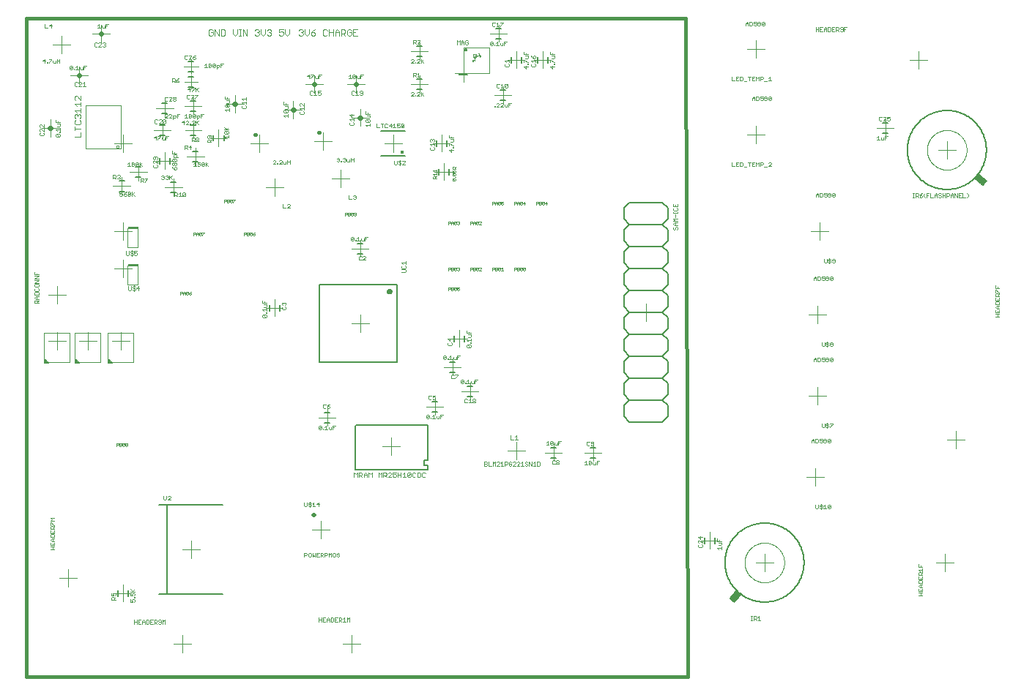
<source format=gto>
G75*
%MOIN*%
%OFA0B0*%
%FSLAX25Y25*%
%IPPOS*%
%LPD*%
%AMOC8*
5,1,8,0,0,1.08239X$1,22.5*
%
%ADD10C,0.01600*%
%ADD11C,0.00200*%
%ADD12C,0.00100*%
%ADD13C,0.00500*%
%ADD14C,0.00000*%
%ADD15C,0.00600*%
%ADD16C,0.02200*%
%ADD17C,0.00197*%
%ADD18C,0.00787*%
%ADD19C,0.00118*%
%ADD20C,0.00394*%
%ADD21C,0.00800*%
%ADD22C,0.01575*%
%ADD23C,0.01000*%
D10*
X0011000Y0011000D02*
X0011000Y0311000D01*
X0311000Y0311000D01*
X0312000Y0011000D01*
X0011000Y0011000D01*
D11*
X0049848Y0046100D02*
X0049848Y0047001D01*
X0050149Y0047301D01*
X0050749Y0047301D01*
X0051049Y0047001D01*
X0051049Y0046100D01*
X0051049Y0046701D02*
X0051650Y0047301D01*
X0051350Y0047942D02*
X0051650Y0048242D01*
X0051650Y0048842D01*
X0051350Y0049143D01*
X0050749Y0049143D01*
X0050449Y0048842D01*
X0050449Y0048542D01*
X0050749Y0047942D01*
X0049848Y0047942D01*
X0049848Y0049143D01*
X0049848Y0046100D02*
X0051650Y0046100D01*
X0058598Y0046301D02*
X0058598Y0045100D01*
X0059499Y0045100D01*
X0059199Y0045701D01*
X0059199Y0046001D01*
X0059499Y0046301D01*
X0060100Y0046301D01*
X0060400Y0046001D01*
X0060400Y0045400D01*
X0060100Y0045100D01*
X0060100Y0046942D02*
X0060100Y0047242D01*
X0060400Y0047242D01*
X0060400Y0046942D01*
X0060100Y0046942D01*
X0060100Y0047862D02*
X0060400Y0048163D01*
X0060400Y0048763D01*
X0060100Y0049063D01*
X0059499Y0049063D01*
X0059199Y0048763D01*
X0059199Y0048463D01*
X0059499Y0047862D01*
X0058598Y0047862D01*
X0058598Y0049063D01*
X0058598Y0049704D02*
X0060400Y0049704D01*
X0059799Y0049704D02*
X0058598Y0050905D01*
X0059499Y0050004D02*
X0060400Y0050905D01*
X0060100Y0036902D02*
X0060100Y0035100D01*
X0060100Y0036001D02*
X0061301Y0036001D01*
X0061942Y0036001D02*
X0062542Y0036001D01*
X0061942Y0036902D02*
X0061942Y0035100D01*
X0063143Y0035100D01*
X0063783Y0035100D02*
X0063783Y0036301D01*
X0064384Y0036902D01*
X0064984Y0036301D01*
X0064984Y0035100D01*
X0065625Y0035100D02*
X0066525Y0035100D01*
X0066826Y0035400D01*
X0066826Y0036601D01*
X0066525Y0036902D01*
X0065625Y0036902D01*
X0065625Y0035100D01*
X0064984Y0036001D02*
X0063783Y0036001D01*
X0063143Y0036902D02*
X0061942Y0036902D01*
X0061301Y0036902D02*
X0061301Y0035100D01*
X0067466Y0035100D02*
X0068667Y0035100D01*
X0069308Y0035100D02*
X0069308Y0036902D01*
X0070209Y0036902D01*
X0070509Y0036601D01*
X0070509Y0036001D01*
X0070209Y0035701D01*
X0069308Y0035701D01*
X0069908Y0035701D02*
X0070509Y0035100D01*
X0071149Y0035400D02*
X0071450Y0035100D01*
X0072050Y0035100D01*
X0072350Y0035400D01*
X0072350Y0036601D01*
X0072050Y0036902D01*
X0071450Y0036902D01*
X0071149Y0036601D01*
X0071149Y0036301D01*
X0071450Y0036001D01*
X0072350Y0036001D01*
X0072991Y0036902D02*
X0073592Y0036301D01*
X0074192Y0036902D01*
X0074192Y0035100D01*
X0072991Y0035100D02*
X0072991Y0036902D01*
X0068667Y0036902D02*
X0067466Y0036902D01*
X0067466Y0035100D01*
X0067466Y0036001D02*
X0068067Y0036001D01*
X0023900Y0069100D02*
X0022098Y0069100D01*
X0022999Y0069100D02*
X0022999Y0070301D01*
X0022999Y0070942D02*
X0022999Y0071542D01*
X0022098Y0070942D02*
X0023900Y0070942D01*
X0023900Y0072143D01*
X0023900Y0072783D02*
X0022699Y0072783D01*
X0022098Y0073384D01*
X0022699Y0073984D01*
X0023900Y0073984D01*
X0023900Y0074625D02*
X0023900Y0075525D01*
X0023600Y0075826D01*
X0022399Y0075826D01*
X0022098Y0075525D01*
X0022098Y0074625D01*
X0023900Y0074625D01*
X0022999Y0073984D02*
X0022999Y0072783D01*
X0022098Y0072143D02*
X0022098Y0070942D01*
X0022098Y0070301D02*
X0023900Y0070301D01*
X0023900Y0076466D02*
X0022098Y0076466D01*
X0022098Y0077667D01*
X0022098Y0078308D02*
X0022098Y0079209D01*
X0022399Y0079509D01*
X0022999Y0079509D01*
X0023299Y0079209D01*
X0023299Y0078308D01*
X0023299Y0078908D02*
X0023900Y0079509D01*
X0023900Y0080149D02*
X0023600Y0080149D01*
X0022399Y0081350D01*
X0022098Y0081350D01*
X0022098Y0080149D01*
X0022098Y0078308D02*
X0023900Y0078308D01*
X0023900Y0077667D02*
X0023900Y0076466D01*
X0022999Y0076466D02*
X0022999Y0077067D01*
X0022098Y0081991D02*
X0022699Y0082592D01*
X0022098Y0083192D01*
X0023900Y0083192D01*
X0023900Y0081991D02*
X0022098Y0081991D01*
X0073600Y0091900D02*
X0073900Y0091600D01*
X0074501Y0091600D01*
X0074801Y0091900D01*
X0074801Y0093402D01*
X0075442Y0093101D02*
X0075742Y0093402D01*
X0076342Y0093402D01*
X0076643Y0093101D01*
X0076643Y0092801D01*
X0075442Y0091600D01*
X0076643Y0091600D01*
X0073600Y0091900D02*
X0073600Y0093402D01*
X0137600Y0090402D02*
X0137600Y0088900D01*
X0137900Y0088600D01*
X0138501Y0088600D01*
X0138801Y0088900D01*
X0138801Y0090402D01*
X0139442Y0090101D02*
X0139742Y0090402D01*
X0140342Y0090402D01*
X0140643Y0090101D01*
X0140342Y0089501D02*
X0139742Y0089501D01*
X0139442Y0089801D01*
X0139442Y0090101D01*
X0140042Y0090702D02*
X0140042Y0088300D01*
X0139742Y0088600D02*
X0140342Y0088600D01*
X0140643Y0088900D01*
X0140643Y0089201D01*
X0140342Y0089501D01*
X0141283Y0089801D02*
X0141884Y0090402D01*
X0141884Y0088600D01*
X0142484Y0088600D02*
X0141283Y0088600D01*
X0139742Y0088600D02*
X0139442Y0088900D01*
X0143125Y0089501D02*
X0144326Y0089501D01*
X0144025Y0090402D02*
X0143125Y0089501D01*
X0144025Y0088600D02*
X0144025Y0090402D01*
X0160241Y0101900D02*
X0160241Y0104102D01*
X0160975Y0103368D01*
X0161709Y0104102D01*
X0161709Y0101900D01*
X0162451Y0101900D02*
X0162451Y0104102D01*
X0163551Y0104102D01*
X0163918Y0103735D01*
X0163918Y0103001D01*
X0163551Y0102634D01*
X0162451Y0102634D01*
X0163184Y0102634D02*
X0163918Y0101900D01*
X0164660Y0101900D02*
X0164660Y0103368D01*
X0165394Y0104102D01*
X0166128Y0103368D01*
X0166128Y0101900D01*
X0166870Y0101900D02*
X0166870Y0104102D01*
X0167604Y0103368D01*
X0168338Y0104102D01*
X0168338Y0101900D01*
X0166128Y0103001D02*
X0164660Y0103001D01*
X0171290Y0104102D02*
X0172024Y0103368D01*
X0172758Y0104102D01*
X0172758Y0101900D01*
X0173500Y0101900D02*
X0173500Y0104102D01*
X0174601Y0104102D01*
X0174968Y0103735D01*
X0174968Y0103001D01*
X0174601Y0102634D01*
X0173500Y0102634D01*
X0174234Y0102634D02*
X0174968Y0101900D01*
X0175710Y0101900D02*
X0177178Y0103368D01*
X0177178Y0103735D01*
X0176811Y0104102D01*
X0176077Y0104102D01*
X0175710Y0103735D01*
X0175710Y0101900D02*
X0177178Y0101900D01*
X0177920Y0102267D02*
X0178287Y0101900D01*
X0179021Y0101900D01*
X0179388Y0102267D01*
X0179388Y0103001D01*
X0179021Y0103368D01*
X0178654Y0103368D01*
X0177920Y0103001D01*
X0177920Y0104102D01*
X0179388Y0104102D01*
X0180130Y0104102D02*
X0180130Y0101900D01*
X0180130Y0103001D02*
X0181597Y0103001D01*
X0182339Y0103368D02*
X0183073Y0104102D01*
X0183073Y0101900D01*
X0182339Y0101900D02*
X0183807Y0101900D01*
X0184549Y0102267D02*
X0186017Y0103735D01*
X0186017Y0102267D01*
X0185650Y0101900D01*
X0184916Y0101900D01*
X0184549Y0102267D01*
X0184549Y0103735D01*
X0184916Y0104102D01*
X0185650Y0104102D01*
X0186017Y0103735D01*
X0186759Y0103735D02*
X0186759Y0102267D01*
X0187126Y0101900D01*
X0187860Y0101900D01*
X0188227Y0102267D01*
X0188969Y0101900D02*
X0190070Y0101900D01*
X0190437Y0102267D01*
X0190437Y0103735D01*
X0190070Y0104102D01*
X0188969Y0104102D01*
X0188969Y0101900D01*
X0188227Y0103735D02*
X0187860Y0104102D01*
X0187126Y0104102D01*
X0186759Y0103735D01*
X0191179Y0103735D02*
X0191179Y0102267D01*
X0191546Y0101900D01*
X0192280Y0101900D01*
X0192647Y0102267D01*
X0192647Y0103735D02*
X0192280Y0104102D01*
X0191546Y0104102D01*
X0191179Y0103735D01*
X0181597Y0104102D02*
X0181597Y0101900D01*
X0171290Y0101900D02*
X0171290Y0104102D01*
X0150545Y0123600D02*
X0150545Y0125402D01*
X0151747Y0125402D01*
X0151146Y0124501D02*
X0150545Y0124501D01*
X0149905Y0124801D02*
X0149905Y0123600D01*
X0149004Y0123600D01*
X0148704Y0123900D01*
X0148704Y0124801D01*
X0148063Y0123600D02*
X0146862Y0123600D01*
X0147463Y0123600D02*
X0147463Y0125402D01*
X0146862Y0124801D01*
X0146242Y0123900D02*
X0146242Y0123600D01*
X0145942Y0123600D01*
X0145942Y0123900D01*
X0146242Y0123900D01*
X0145301Y0123900D02*
X0145001Y0123600D01*
X0144400Y0123600D01*
X0144100Y0123900D01*
X0145301Y0125101D01*
X0145301Y0123900D01*
X0144100Y0123900D02*
X0144100Y0125101D01*
X0144400Y0125402D01*
X0145001Y0125402D01*
X0145301Y0125101D01*
X0146400Y0133350D02*
X0147001Y0133350D01*
X0147301Y0133650D01*
X0147942Y0133650D02*
X0148242Y0133350D01*
X0148842Y0133350D01*
X0149143Y0133650D01*
X0149143Y0133951D01*
X0148842Y0134251D01*
X0147942Y0134251D01*
X0147942Y0133650D01*
X0147942Y0134251D02*
X0148542Y0134851D01*
X0149143Y0135152D01*
X0147301Y0134851D02*
X0147001Y0135152D01*
X0146400Y0135152D01*
X0146100Y0134851D01*
X0146100Y0133650D01*
X0146400Y0133350D01*
X0193100Y0130101D02*
X0193400Y0130402D01*
X0194001Y0130402D01*
X0194301Y0130101D01*
X0193100Y0128900D01*
X0193400Y0128600D01*
X0194001Y0128600D01*
X0194301Y0128900D01*
X0194301Y0130101D01*
X0193100Y0130101D02*
X0193100Y0128900D01*
X0194942Y0128900D02*
X0195242Y0128900D01*
X0195242Y0128600D01*
X0194942Y0128600D01*
X0194942Y0128900D01*
X0195862Y0128600D02*
X0197063Y0128600D01*
X0196463Y0128600D02*
X0196463Y0130402D01*
X0195862Y0129801D01*
X0197704Y0129801D02*
X0197704Y0128900D01*
X0198004Y0128600D01*
X0198905Y0128600D01*
X0198905Y0129801D01*
X0199545Y0129501D02*
X0200146Y0129501D01*
X0199545Y0128600D02*
X0199545Y0130402D01*
X0200747Y0130402D01*
X0196842Y0137350D02*
X0196242Y0137350D01*
X0195942Y0137650D01*
X0195942Y0138251D02*
X0196542Y0138551D01*
X0196842Y0138551D01*
X0197143Y0138251D01*
X0197143Y0137650D01*
X0196842Y0137350D01*
X0195942Y0138251D02*
X0195942Y0139152D01*
X0197143Y0139152D01*
X0195301Y0138851D02*
X0195001Y0139152D01*
X0194400Y0139152D01*
X0194100Y0138851D01*
X0194100Y0137650D01*
X0194400Y0137350D01*
X0195001Y0137350D01*
X0195301Y0137650D01*
X0204717Y0146850D02*
X0205318Y0146850D01*
X0205618Y0147150D01*
X0206258Y0147150D02*
X0206258Y0146850D01*
X0206258Y0147150D02*
X0207459Y0148351D01*
X0207459Y0148652D01*
X0206258Y0148652D01*
X0205618Y0148351D02*
X0205318Y0148652D01*
X0204717Y0148652D01*
X0204417Y0148351D01*
X0204417Y0147150D01*
X0204717Y0146850D01*
X0208813Y0146101D02*
X0209113Y0146402D01*
X0209714Y0146402D01*
X0210014Y0146101D01*
X0208813Y0144900D01*
X0209113Y0144600D01*
X0209714Y0144600D01*
X0210014Y0144900D01*
X0210014Y0146101D01*
X0208813Y0146101D02*
X0208813Y0144900D01*
X0210654Y0144900D02*
X0210955Y0144900D01*
X0210955Y0144600D01*
X0210654Y0144600D01*
X0210654Y0144900D01*
X0211575Y0144600D02*
X0212776Y0144600D01*
X0212176Y0144600D02*
X0212176Y0146402D01*
X0211575Y0145801D01*
X0213417Y0145801D02*
X0213417Y0144900D01*
X0213717Y0144600D01*
X0214618Y0144600D01*
X0214618Y0145801D01*
X0215258Y0145501D02*
X0215859Y0145501D01*
X0216459Y0146402D02*
X0215258Y0146402D01*
X0215258Y0144600D01*
X0215159Y0137652D02*
X0215459Y0137351D01*
X0215459Y0137051D01*
X0215159Y0136751D01*
X0214559Y0136751D01*
X0214258Y0137051D01*
X0214258Y0137351D01*
X0214559Y0137652D01*
X0215159Y0137652D01*
X0215159Y0136751D02*
X0215459Y0136451D01*
X0215459Y0136150D01*
X0215159Y0135850D01*
X0214559Y0135850D01*
X0214258Y0136150D01*
X0214258Y0136451D01*
X0214559Y0136751D01*
X0213618Y0135850D02*
X0212417Y0135850D01*
X0213017Y0135850D02*
X0213017Y0137652D01*
X0212417Y0137051D01*
X0211776Y0137351D02*
X0211476Y0137652D01*
X0210876Y0137652D01*
X0210575Y0137351D01*
X0210575Y0136150D01*
X0210876Y0135850D01*
X0211476Y0135850D01*
X0211776Y0136150D01*
X0231600Y0120902D02*
X0231600Y0119100D01*
X0232801Y0119100D01*
X0233442Y0119100D02*
X0234643Y0119100D01*
X0234042Y0119100D02*
X0234042Y0120902D01*
X0233442Y0120301D01*
X0233392Y0108902D02*
X0232791Y0108902D01*
X0232491Y0108601D01*
X0231850Y0108601D02*
X0231550Y0108902D01*
X0230950Y0108902D01*
X0230649Y0108601D01*
X0230649Y0107400D01*
X0230950Y0107100D01*
X0231550Y0107100D01*
X0231850Y0107400D01*
X0231850Y0108001D01*
X0231250Y0108001D01*
X0230009Y0108001D02*
X0230009Y0108601D01*
X0229709Y0108902D01*
X0228808Y0108902D01*
X0228808Y0107100D01*
X0228808Y0107701D02*
X0229709Y0107701D01*
X0230009Y0108001D01*
X0228167Y0107100D02*
X0226966Y0107100D01*
X0227567Y0107100D02*
X0227567Y0108902D01*
X0226966Y0108301D01*
X0226326Y0108301D02*
X0225125Y0107100D01*
X0226326Y0107100D01*
X0226326Y0108301D02*
X0226326Y0108601D01*
X0226025Y0108902D01*
X0225425Y0108902D01*
X0225125Y0108601D01*
X0224484Y0108902D02*
X0224484Y0107100D01*
X0223283Y0107100D02*
X0223283Y0108902D01*
X0223884Y0108301D01*
X0224484Y0108902D01*
X0222643Y0107100D02*
X0221442Y0107100D01*
X0221442Y0108902D01*
X0220801Y0108601D02*
X0220801Y0108301D01*
X0220501Y0108001D01*
X0219600Y0108001D01*
X0219600Y0107100D02*
X0219600Y0108902D01*
X0220501Y0108902D01*
X0220801Y0108601D01*
X0220501Y0108001D02*
X0220801Y0107701D01*
X0220801Y0107400D01*
X0220501Y0107100D01*
X0219600Y0107100D01*
X0232491Y0107100D02*
X0233692Y0108301D01*
X0233692Y0108601D01*
X0233392Y0108902D01*
X0234333Y0108601D02*
X0234633Y0108902D01*
X0235233Y0108902D01*
X0235534Y0108601D01*
X0235534Y0108301D01*
X0234333Y0107100D01*
X0235534Y0107100D01*
X0236174Y0107100D02*
X0237375Y0107100D01*
X0236775Y0107100D02*
X0236775Y0108902D01*
X0236174Y0108301D01*
X0238016Y0108301D02*
X0238316Y0108001D01*
X0238916Y0108001D01*
X0239217Y0107701D01*
X0239217Y0107400D01*
X0238916Y0107100D01*
X0238316Y0107100D01*
X0238016Y0107400D01*
X0238016Y0108301D02*
X0238016Y0108601D01*
X0238316Y0108902D01*
X0238916Y0108902D01*
X0239217Y0108601D01*
X0239857Y0108902D02*
X0241058Y0107100D01*
X0241058Y0108902D01*
X0241699Y0108301D02*
X0242299Y0108902D01*
X0242299Y0107100D01*
X0241699Y0107100D02*
X0242900Y0107100D01*
X0243540Y0107100D02*
X0244441Y0107100D01*
X0244741Y0107400D01*
X0244741Y0108601D01*
X0244441Y0108902D01*
X0243540Y0108902D01*
X0243540Y0107100D01*
X0239857Y0107100D02*
X0239857Y0108902D01*
X0233692Y0107100D02*
X0232491Y0107100D01*
X0247734Y0116600D02*
X0248935Y0116600D01*
X0248334Y0116600D02*
X0248334Y0118402D01*
X0247734Y0117801D01*
X0249575Y0118101D02*
X0249575Y0116900D01*
X0250776Y0118101D01*
X0250776Y0116900D01*
X0250476Y0116600D01*
X0249876Y0116600D01*
X0249575Y0116900D01*
X0249575Y0118101D02*
X0249876Y0118402D01*
X0250476Y0118402D01*
X0250776Y0118101D01*
X0251417Y0117801D02*
X0251417Y0116900D01*
X0251717Y0116600D01*
X0252618Y0116600D01*
X0252618Y0117801D01*
X0253258Y0117501D02*
X0253859Y0117501D01*
X0254459Y0118402D02*
X0253258Y0118402D01*
X0253258Y0116600D01*
X0253159Y0109652D02*
X0253459Y0109351D01*
X0253459Y0109051D01*
X0253159Y0108751D01*
X0252559Y0108751D01*
X0252258Y0109051D01*
X0252258Y0109351D01*
X0252559Y0109652D01*
X0253159Y0109652D01*
X0253159Y0108751D02*
X0253459Y0108451D01*
X0253459Y0108150D01*
X0253159Y0107850D01*
X0252559Y0107850D01*
X0252258Y0108150D01*
X0252258Y0108451D01*
X0252559Y0108751D01*
X0251618Y0109351D02*
X0251318Y0109652D01*
X0250717Y0109652D01*
X0250417Y0109351D01*
X0250417Y0108150D01*
X0250717Y0107850D01*
X0251318Y0107850D01*
X0251618Y0108150D01*
X0265100Y0107600D02*
X0266301Y0107600D01*
X0265701Y0107600D02*
X0265701Y0109402D01*
X0265100Y0108801D01*
X0266942Y0109101D02*
X0267242Y0109402D01*
X0267842Y0109402D01*
X0268143Y0109101D01*
X0266942Y0107900D01*
X0267242Y0107600D01*
X0267842Y0107600D01*
X0268143Y0107900D01*
X0268143Y0109101D01*
X0268783Y0108801D02*
X0268783Y0107900D01*
X0269083Y0107600D01*
X0269984Y0107600D01*
X0269984Y0108801D01*
X0270625Y0108501D02*
X0271225Y0108501D01*
X0270625Y0109402D02*
X0271826Y0109402D01*
X0270625Y0109402D02*
X0270625Y0107600D01*
X0266942Y0107900D02*
X0266942Y0109101D01*
X0267001Y0116350D02*
X0267301Y0116650D01*
X0267001Y0116350D02*
X0266400Y0116350D01*
X0266100Y0116650D01*
X0266100Y0117851D01*
X0266400Y0118152D01*
X0267001Y0118152D01*
X0267301Y0117851D01*
X0267942Y0117851D02*
X0267942Y0117551D01*
X0268242Y0117251D01*
X0269143Y0117251D01*
X0269143Y0117851D02*
X0269143Y0116650D01*
X0268842Y0116350D01*
X0268242Y0116350D01*
X0267942Y0116650D01*
X0267942Y0117851D02*
X0268242Y0118152D01*
X0268842Y0118152D01*
X0269143Y0117851D01*
X0213400Y0161400D02*
X0213100Y0161100D01*
X0211899Y0162301D01*
X0213100Y0162301D01*
X0213400Y0162001D01*
X0213400Y0161400D01*
X0213100Y0161100D02*
X0211899Y0161100D01*
X0211598Y0161400D01*
X0211598Y0162001D01*
X0211899Y0162301D01*
X0213100Y0162942D02*
X0213100Y0163242D01*
X0213400Y0163242D01*
X0213400Y0162942D01*
X0213100Y0162942D01*
X0213400Y0163862D02*
X0213400Y0165063D01*
X0213400Y0164463D02*
X0211598Y0164463D01*
X0212199Y0163862D01*
X0212199Y0165704D02*
X0213100Y0165704D01*
X0213400Y0166004D01*
X0213400Y0166905D01*
X0212199Y0166905D01*
X0212499Y0167545D02*
X0212499Y0168146D01*
X0213400Y0167545D02*
X0211598Y0167545D01*
X0211598Y0168747D01*
X0204650Y0164842D02*
X0202848Y0164842D01*
X0203749Y0163942D01*
X0203749Y0165143D01*
X0203149Y0163301D02*
X0202848Y0163001D01*
X0202848Y0162400D01*
X0203149Y0162100D01*
X0204350Y0162100D01*
X0204650Y0162400D01*
X0204650Y0163001D01*
X0204350Y0163301D01*
X0204176Y0157402D02*
X0204176Y0155600D01*
X0204776Y0155600D02*
X0203575Y0155600D01*
X0202955Y0155600D02*
X0202955Y0155900D01*
X0202654Y0155900D01*
X0202654Y0155600D01*
X0202955Y0155600D01*
X0202014Y0155900D02*
X0201714Y0155600D01*
X0201113Y0155600D01*
X0200813Y0155900D01*
X0202014Y0157101D01*
X0202014Y0155900D01*
X0200813Y0155900D02*
X0200813Y0157101D01*
X0201113Y0157402D01*
X0201714Y0157402D01*
X0202014Y0157101D01*
X0203575Y0156801D02*
X0204176Y0157402D01*
X0205417Y0156801D02*
X0205417Y0155900D01*
X0205717Y0155600D01*
X0206618Y0155600D01*
X0206618Y0156801D01*
X0207258Y0156501D02*
X0207859Y0156501D01*
X0208459Y0157402D02*
X0207258Y0157402D01*
X0207258Y0155600D01*
X0165459Y0200850D02*
X0164258Y0200850D01*
X0165459Y0202051D01*
X0165459Y0202351D01*
X0165159Y0202652D01*
X0164559Y0202652D01*
X0164258Y0202351D01*
X0163618Y0202351D02*
X0163318Y0202652D01*
X0162717Y0202652D01*
X0162417Y0202351D01*
X0162417Y0201150D01*
X0162717Y0200850D01*
X0163318Y0200850D01*
X0163618Y0201150D01*
X0163717Y0209600D02*
X0164618Y0209600D01*
X0164618Y0210801D01*
X0165258Y0210501D02*
X0165859Y0210501D01*
X0166459Y0211402D02*
X0165258Y0211402D01*
X0165258Y0209600D01*
X0163717Y0209600D02*
X0163417Y0209900D01*
X0163417Y0210801D01*
X0162776Y0209600D02*
X0161575Y0209600D01*
X0162176Y0209600D02*
X0162176Y0211402D01*
X0161575Y0210801D01*
X0160955Y0209900D02*
X0160955Y0209600D01*
X0160654Y0209600D01*
X0160654Y0209900D01*
X0160955Y0209900D01*
X0160014Y0209900D02*
X0159714Y0209600D01*
X0159113Y0209600D01*
X0158813Y0209900D01*
X0160014Y0211101D01*
X0160014Y0209900D01*
X0158813Y0209900D02*
X0158813Y0211101D01*
X0159113Y0211402D01*
X0159714Y0211402D01*
X0160014Y0211101D01*
X0160059Y0228600D02*
X0159758Y0228900D01*
X0160059Y0228600D02*
X0160659Y0228600D01*
X0160959Y0228900D01*
X0160959Y0229201D01*
X0160659Y0229501D01*
X0160359Y0229501D01*
X0160659Y0229501D02*
X0160959Y0229801D01*
X0160959Y0230101D01*
X0160659Y0230402D01*
X0160059Y0230402D01*
X0159758Y0230101D01*
X0159118Y0228600D02*
X0157917Y0228600D01*
X0157917Y0230402D01*
X0178497Y0244629D02*
X0178797Y0244328D01*
X0179397Y0244328D01*
X0179698Y0244629D01*
X0179698Y0246130D01*
X0180338Y0245830D02*
X0180638Y0246130D01*
X0181239Y0246130D01*
X0181539Y0245830D01*
X0182180Y0245830D02*
X0182480Y0246130D01*
X0183080Y0246130D01*
X0183381Y0245830D01*
X0183381Y0245529D01*
X0182180Y0244328D01*
X0183381Y0244328D01*
X0181539Y0244629D02*
X0181539Y0244929D01*
X0181239Y0245229D01*
X0180638Y0245229D01*
X0180338Y0245529D01*
X0180338Y0245830D01*
X0180939Y0246430D02*
X0180939Y0244028D01*
X0181239Y0244328D02*
X0181539Y0244629D01*
X0181239Y0244328D02*
X0180638Y0244328D01*
X0180338Y0244629D01*
X0178497Y0244629D02*
X0178497Y0246130D01*
X0194848Y0251400D02*
X0195149Y0251100D01*
X0196350Y0251100D01*
X0196650Y0251400D01*
X0196650Y0252001D01*
X0196350Y0252301D01*
X0196650Y0252942D02*
X0196650Y0254143D01*
X0196650Y0253542D02*
X0194848Y0253542D01*
X0195449Y0252942D01*
X0195149Y0252301D02*
X0194848Y0252001D01*
X0194848Y0251400D01*
X0195149Y0254783D02*
X0194848Y0255083D01*
X0194848Y0255684D01*
X0195149Y0255984D01*
X0195449Y0255984D01*
X0195749Y0255684D01*
X0196049Y0255984D01*
X0196350Y0255984D01*
X0196650Y0255684D01*
X0196650Y0255083D01*
X0196350Y0254783D01*
X0195749Y0255384D02*
X0195749Y0255684D01*
X0203598Y0256545D02*
X0203598Y0257747D01*
X0204499Y0257146D02*
X0204499Y0256545D01*
X0204199Y0255905D02*
X0205400Y0255905D01*
X0205400Y0255004D01*
X0205100Y0254704D01*
X0204199Y0254704D01*
X0203899Y0254063D02*
X0205100Y0252862D01*
X0205400Y0252862D01*
X0205400Y0252242D02*
X0205400Y0251942D01*
X0205100Y0251942D01*
X0205100Y0252242D01*
X0205400Y0252242D01*
X0205400Y0251001D02*
X0203598Y0251001D01*
X0204499Y0250100D01*
X0204499Y0251301D01*
X0203598Y0252862D02*
X0203598Y0254063D01*
X0203899Y0254063D01*
X0203598Y0256545D02*
X0205400Y0256545D01*
X0182806Y0261487D02*
X0182506Y0261187D01*
X0181905Y0261187D01*
X0181605Y0261487D01*
X0182806Y0262688D01*
X0182806Y0261487D01*
X0182806Y0262688D02*
X0182506Y0262988D01*
X0181905Y0262988D01*
X0181605Y0262688D01*
X0181605Y0261487D01*
X0180964Y0261487D02*
X0180664Y0261187D01*
X0180064Y0261187D01*
X0179763Y0261487D01*
X0179763Y0262087D02*
X0180364Y0262388D01*
X0180664Y0262388D01*
X0180964Y0262087D01*
X0180964Y0261487D01*
X0179763Y0262087D02*
X0179763Y0262988D01*
X0180964Y0262988D01*
X0178522Y0262988D02*
X0178522Y0261187D01*
X0177922Y0261187D02*
X0179123Y0261187D01*
X0177922Y0262388D02*
X0178522Y0262988D01*
X0177281Y0262087D02*
X0176080Y0262087D01*
X0176981Y0262988D01*
X0176981Y0261187D01*
X0175440Y0261487D02*
X0175139Y0261187D01*
X0174539Y0261187D01*
X0174239Y0261487D01*
X0174239Y0262688D01*
X0174539Y0262988D01*
X0175139Y0262988D01*
X0175440Y0262688D01*
X0173598Y0262988D02*
X0172397Y0262988D01*
X0172998Y0262988D02*
X0172998Y0261187D01*
X0171756Y0261187D02*
X0170555Y0261187D01*
X0170555Y0262988D01*
X0186100Y0275600D02*
X0187301Y0276801D01*
X0187301Y0277101D01*
X0187001Y0277402D01*
X0186400Y0277402D01*
X0186100Y0277101D01*
X0186100Y0275600D02*
X0187301Y0275600D01*
X0187942Y0275600D02*
X0188242Y0275600D01*
X0188242Y0275900D01*
X0187942Y0275900D01*
X0187942Y0275600D01*
X0188862Y0275600D02*
X0190063Y0276801D01*
X0190063Y0277101D01*
X0189763Y0277402D01*
X0189163Y0277402D01*
X0188862Y0277101D01*
X0188862Y0275600D02*
X0190063Y0275600D01*
X0190704Y0275600D02*
X0190704Y0277402D01*
X0191004Y0276501D02*
X0191905Y0275600D01*
X0190704Y0276201D02*
X0191905Y0277402D01*
X0190143Y0284350D02*
X0188942Y0284350D01*
X0189542Y0284350D02*
X0189542Y0286152D01*
X0188942Y0285551D01*
X0188301Y0285251D02*
X0188001Y0284951D01*
X0187100Y0284951D01*
X0187701Y0284951D02*
X0188301Y0284350D01*
X0188301Y0285251D02*
X0188301Y0285851D01*
X0188001Y0286152D01*
X0187100Y0286152D01*
X0187100Y0284350D01*
X0187301Y0290600D02*
X0186100Y0290600D01*
X0187301Y0291801D01*
X0187301Y0292101D01*
X0187001Y0292402D01*
X0186400Y0292402D01*
X0186100Y0292101D01*
X0187942Y0290900D02*
X0188242Y0290900D01*
X0188242Y0290600D01*
X0187942Y0290600D01*
X0187942Y0290900D01*
X0188862Y0290600D02*
X0190063Y0291801D01*
X0190063Y0292101D01*
X0189763Y0292402D01*
X0189163Y0292402D01*
X0188862Y0292101D01*
X0188862Y0290600D02*
X0190063Y0290600D01*
X0190704Y0290600D02*
X0190704Y0292402D01*
X0191004Y0291501D02*
X0191905Y0290600D01*
X0190704Y0291201D02*
X0191905Y0292402D01*
X0190143Y0299350D02*
X0188942Y0299350D01*
X0190143Y0300551D01*
X0190143Y0300851D01*
X0189842Y0301152D01*
X0189242Y0301152D01*
X0188942Y0300851D01*
X0188301Y0300851D02*
X0188301Y0300251D01*
X0188001Y0299951D01*
X0187100Y0299951D01*
X0187701Y0299951D02*
X0188301Y0299350D01*
X0187100Y0299350D02*
X0187100Y0301152D01*
X0188001Y0301152D01*
X0188301Y0300851D01*
X0207100Y0300902D02*
X0207701Y0300301D01*
X0208301Y0300902D01*
X0208301Y0299100D01*
X0208942Y0299100D02*
X0208942Y0300301D01*
X0209542Y0300902D01*
X0210143Y0300301D01*
X0210143Y0299100D01*
X0210783Y0299400D02*
X0211083Y0299100D01*
X0211684Y0299100D01*
X0211984Y0299400D01*
X0211984Y0300001D01*
X0211384Y0300001D01*
X0211984Y0300601D02*
X0211684Y0300902D01*
X0211083Y0300902D01*
X0210783Y0300601D01*
X0210783Y0299400D01*
X0210143Y0300001D02*
X0208942Y0300001D01*
X0207100Y0299100D02*
X0207100Y0300902D01*
X0222100Y0300101D02*
X0222400Y0300402D01*
X0223001Y0300402D01*
X0223301Y0300101D01*
X0222100Y0298900D01*
X0222400Y0298600D01*
X0223001Y0298600D01*
X0223301Y0298900D01*
X0223301Y0300101D01*
X0222100Y0300101D02*
X0222100Y0298900D01*
X0223942Y0298900D02*
X0224242Y0298900D01*
X0224242Y0298600D01*
X0223942Y0298600D01*
X0223942Y0298900D01*
X0224862Y0298600D02*
X0226063Y0298600D01*
X0225463Y0298600D02*
X0225463Y0300402D01*
X0224862Y0299801D01*
X0226704Y0299801D02*
X0226704Y0298900D01*
X0227004Y0298600D01*
X0227905Y0298600D01*
X0227905Y0299801D01*
X0228545Y0299501D02*
X0229146Y0299501D01*
X0228545Y0300402D02*
X0229747Y0300402D01*
X0228545Y0300402D02*
X0228545Y0298600D01*
X0230650Y0292143D02*
X0230650Y0290942D01*
X0230650Y0291542D02*
X0228848Y0291542D01*
X0229449Y0290942D01*
X0229149Y0290301D02*
X0228848Y0290001D01*
X0228848Y0289400D01*
X0229149Y0289100D01*
X0230350Y0289100D01*
X0230650Y0289400D01*
X0230650Y0290001D01*
X0230350Y0290301D01*
X0237598Y0290862D02*
X0237598Y0292063D01*
X0237899Y0292063D01*
X0239100Y0290862D01*
X0239400Y0290862D01*
X0239400Y0290242D02*
X0239400Y0289942D01*
X0239100Y0289942D01*
X0239100Y0290242D01*
X0239400Y0290242D01*
X0239400Y0289001D02*
X0237598Y0289001D01*
X0238499Y0288100D01*
X0238499Y0289301D01*
X0240848Y0289400D02*
X0241149Y0289100D01*
X0242350Y0289100D01*
X0242650Y0289400D01*
X0242650Y0290001D01*
X0242350Y0290301D01*
X0242650Y0290942D02*
X0242650Y0292143D01*
X0242650Y0291542D02*
X0240848Y0291542D01*
X0241449Y0290942D01*
X0241149Y0290301D02*
X0240848Y0290001D01*
X0240848Y0289400D01*
X0241749Y0292783D02*
X0241749Y0293684D01*
X0242049Y0293984D01*
X0242350Y0293984D01*
X0242650Y0293684D01*
X0242650Y0293083D01*
X0242350Y0292783D01*
X0241749Y0292783D01*
X0241149Y0293384D01*
X0240848Y0293984D01*
X0239400Y0293905D02*
X0238199Y0293905D01*
X0238499Y0294545D02*
X0238499Y0295146D01*
X0237598Y0294545D02*
X0237598Y0295747D01*
X0237598Y0294545D02*
X0239400Y0294545D01*
X0239400Y0293905D02*
X0239400Y0293004D01*
X0239100Y0292704D01*
X0238199Y0292704D01*
X0249598Y0292063D02*
X0249899Y0292063D01*
X0251100Y0290862D01*
X0251400Y0290862D01*
X0251400Y0290242D02*
X0251400Y0289942D01*
X0251100Y0289942D01*
X0251100Y0290242D01*
X0251400Y0290242D01*
X0251400Y0289001D02*
X0249598Y0289001D01*
X0250499Y0288100D01*
X0250499Y0289301D01*
X0249598Y0290862D02*
X0249598Y0292063D01*
X0250199Y0292704D02*
X0251100Y0292704D01*
X0251400Y0293004D01*
X0251400Y0293905D01*
X0250199Y0293905D01*
X0250499Y0294545D02*
X0250499Y0295146D01*
X0249598Y0294545D02*
X0249598Y0295747D01*
X0249598Y0294545D02*
X0251400Y0294545D01*
X0229984Y0280851D02*
X0228783Y0279650D01*
X0229083Y0279350D01*
X0229684Y0279350D01*
X0229984Y0279650D01*
X0229984Y0280851D01*
X0229684Y0281152D01*
X0229083Y0281152D01*
X0228783Y0280851D01*
X0228783Y0279650D01*
X0228143Y0279350D02*
X0226942Y0279350D01*
X0227542Y0279350D02*
X0227542Y0281152D01*
X0226942Y0280551D01*
X0226301Y0280851D02*
X0226001Y0281152D01*
X0225400Y0281152D01*
X0225100Y0280851D01*
X0225100Y0279650D01*
X0225400Y0279350D01*
X0226001Y0279350D01*
X0226301Y0279650D01*
X0225922Y0272402D02*
X0225321Y0272402D01*
X0225021Y0272101D01*
X0225922Y0272402D02*
X0226222Y0272101D01*
X0226222Y0271801D01*
X0225021Y0270600D01*
X0226222Y0270600D01*
X0226862Y0270600D02*
X0228063Y0271801D01*
X0228063Y0272101D01*
X0227763Y0272402D01*
X0227163Y0272402D01*
X0226862Y0272101D01*
X0226862Y0270600D02*
X0228063Y0270600D01*
X0228704Y0270900D02*
X0229004Y0270600D01*
X0229905Y0270600D01*
X0229905Y0271801D01*
X0230545Y0271501D02*
X0231146Y0271501D01*
X0230545Y0272402D02*
X0231747Y0272402D01*
X0230545Y0272402D02*
X0230545Y0270600D01*
X0228704Y0270900D02*
X0228704Y0271801D01*
X0224400Y0270900D02*
X0224400Y0270600D01*
X0224100Y0270600D01*
X0224100Y0270900D01*
X0224400Y0270900D01*
X0224001Y0307350D02*
X0224301Y0307650D01*
X0224001Y0307350D02*
X0223400Y0307350D01*
X0223100Y0307650D01*
X0223100Y0308851D01*
X0223400Y0309152D01*
X0224001Y0309152D01*
X0224301Y0308851D01*
X0224942Y0308551D02*
X0225542Y0309152D01*
X0225542Y0307350D01*
X0224942Y0307350D02*
X0226143Y0307350D01*
X0226783Y0307350D02*
X0226783Y0307650D01*
X0227984Y0308851D01*
X0227984Y0309152D01*
X0226783Y0309152D01*
X0161780Y0305902D02*
X0159912Y0305902D01*
X0159912Y0303100D01*
X0161780Y0303100D01*
X0160846Y0304501D02*
X0159912Y0304501D01*
X0159018Y0304501D02*
X0158084Y0304501D01*
X0159018Y0304501D02*
X0159018Y0303567D01*
X0158551Y0303100D01*
X0157616Y0303100D01*
X0157149Y0303567D01*
X0157149Y0305435D01*
X0157616Y0305902D01*
X0158551Y0305902D01*
X0159018Y0305435D01*
X0156255Y0305435D02*
X0156255Y0304501D01*
X0155788Y0304034D01*
X0154387Y0304034D01*
X0154387Y0303100D02*
X0154387Y0305902D01*
X0155788Y0305902D01*
X0156255Y0305435D01*
X0155321Y0304034D02*
X0156255Y0303100D01*
X0153493Y0303100D02*
X0153493Y0304968D01*
X0152559Y0305902D01*
X0151625Y0304968D01*
X0151625Y0303100D01*
X0150731Y0303100D02*
X0150731Y0305902D01*
X0150731Y0304501D02*
X0148862Y0304501D01*
X0147968Y0303567D02*
X0147501Y0303100D01*
X0146567Y0303100D01*
X0146100Y0303567D01*
X0146100Y0305435D01*
X0146567Y0305902D01*
X0147501Y0305902D01*
X0147968Y0305435D01*
X0148862Y0305902D02*
X0148862Y0303100D01*
X0151625Y0304501D02*
X0153493Y0304501D01*
X0142493Y0304034D02*
X0142026Y0304501D01*
X0140625Y0304501D01*
X0140625Y0303567D01*
X0141092Y0303100D01*
X0142026Y0303100D01*
X0142493Y0303567D01*
X0142493Y0304034D01*
X0141559Y0305435D02*
X0140625Y0304501D01*
X0139731Y0304034D02*
X0139731Y0305902D01*
X0139731Y0304034D02*
X0138796Y0303100D01*
X0137862Y0304034D01*
X0137862Y0305902D01*
X0136968Y0305435D02*
X0136968Y0304968D01*
X0136501Y0304501D01*
X0136968Y0304034D01*
X0136968Y0303567D01*
X0136501Y0303100D01*
X0135567Y0303100D01*
X0135100Y0303567D01*
X0136034Y0304501D02*
X0136501Y0304501D01*
X0136968Y0305435D02*
X0136501Y0305902D01*
X0135567Y0305902D01*
X0135100Y0305435D01*
X0130731Y0305902D02*
X0130731Y0304034D01*
X0129796Y0303100D01*
X0128862Y0304034D01*
X0128862Y0305902D01*
X0127968Y0305902D02*
X0126100Y0305902D01*
X0126100Y0304501D01*
X0127034Y0304968D01*
X0127501Y0304968D01*
X0127968Y0304501D01*
X0127968Y0303567D01*
X0127501Y0303100D01*
X0126567Y0303100D01*
X0126100Y0303567D01*
X0122493Y0303567D02*
X0122026Y0303100D01*
X0121092Y0303100D01*
X0120625Y0303567D01*
X0119731Y0304034D02*
X0119731Y0305902D01*
X0120625Y0305435D02*
X0121092Y0305902D01*
X0122026Y0305902D01*
X0122493Y0305435D01*
X0122493Y0304968D01*
X0122026Y0304501D01*
X0122493Y0304034D01*
X0122493Y0303567D01*
X0122026Y0304501D02*
X0121559Y0304501D01*
X0119731Y0304034D02*
X0118796Y0303100D01*
X0117862Y0304034D01*
X0117862Y0305902D01*
X0116968Y0305435D02*
X0116968Y0304968D01*
X0116501Y0304501D01*
X0116968Y0304034D01*
X0116968Y0303567D01*
X0116501Y0303100D01*
X0115567Y0303100D01*
X0115100Y0303567D01*
X0116034Y0304501D02*
X0116501Y0304501D01*
X0116968Y0305435D02*
X0116501Y0305902D01*
X0115567Y0305902D01*
X0115100Y0305435D01*
X0111572Y0305902D02*
X0111572Y0303100D01*
X0109704Y0305902D01*
X0109704Y0303100D01*
X0108796Y0303100D02*
X0107862Y0303100D01*
X0108329Y0303100D02*
X0108329Y0305902D01*
X0107862Y0305902D02*
X0108796Y0305902D01*
X0106968Y0305902D02*
X0106968Y0304034D01*
X0106034Y0303100D01*
X0105100Y0304034D01*
X0105100Y0305902D01*
X0101493Y0305435D02*
X0101493Y0303567D01*
X0101026Y0303100D01*
X0099625Y0303100D01*
X0099625Y0305902D01*
X0101026Y0305902D01*
X0101493Y0305435D01*
X0098731Y0305902D02*
X0098731Y0303100D01*
X0096862Y0305902D01*
X0096862Y0303100D01*
X0095968Y0303567D02*
X0095968Y0304501D01*
X0095034Y0304501D01*
X0094100Y0303567D02*
X0094567Y0303100D01*
X0095501Y0303100D01*
X0095968Y0303567D01*
X0094100Y0303567D02*
X0094100Y0305435D01*
X0094567Y0305902D01*
X0095501Y0305902D01*
X0095968Y0305435D01*
X0087984Y0294152D02*
X0087384Y0293851D01*
X0086783Y0293251D01*
X0087684Y0293251D01*
X0087984Y0292951D01*
X0087984Y0292650D01*
X0087684Y0292350D01*
X0087083Y0292350D01*
X0086783Y0292650D01*
X0086783Y0293251D01*
X0086143Y0293551D02*
X0086143Y0293851D01*
X0085842Y0294152D01*
X0085242Y0294152D01*
X0084942Y0293851D01*
X0084301Y0293851D02*
X0084001Y0294152D01*
X0083400Y0294152D01*
X0083100Y0293851D01*
X0083100Y0292650D01*
X0083400Y0292350D01*
X0084001Y0292350D01*
X0084301Y0292650D01*
X0084942Y0292350D02*
X0086143Y0293551D01*
X0086143Y0292350D02*
X0084942Y0292350D01*
X0092100Y0289801D02*
X0092701Y0290402D01*
X0092701Y0288600D01*
X0093301Y0288600D02*
X0092100Y0288600D01*
X0093942Y0288900D02*
X0095143Y0290101D01*
X0095143Y0288900D01*
X0094842Y0288600D01*
X0094242Y0288600D01*
X0093942Y0288900D01*
X0093942Y0290101D01*
X0094242Y0290402D01*
X0094842Y0290402D01*
X0095143Y0290101D01*
X0095783Y0290101D02*
X0096083Y0290402D01*
X0096684Y0290402D01*
X0096984Y0290101D01*
X0095783Y0288900D01*
X0096083Y0288600D01*
X0096684Y0288600D01*
X0096984Y0288900D01*
X0096984Y0290101D01*
X0097625Y0289801D02*
X0097625Y0287999D01*
X0097625Y0288600D02*
X0098525Y0288600D01*
X0098826Y0288900D01*
X0098826Y0289501D01*
X0098525Y0289801D01*
X0097625Y0289801D01*
X0099466Y0289501D02*
X0100067Y0289501D01*
X0100667Y0290402D02*
X0099466Y0290402D01*
X0099466Y0288600D01*
X0095783Y0288900D02*
X0095783Y0290101D01*
X0080459Y0283652D02*
X0079859Y0283351D01*
X0079258Y0282751D01*
X0080159Y0282751D01*
X0080459Y0282451D01*
X0080459Y0282150D01*
X0080159Y0281850D01*
X0079559Y0281850D01*
X0079258Y0282150D01*
X0079258Y0282751D01*
X0078618Y0282751D02*
X0078318Y0282451D01*
X0077417Y0282451D01*
X0078017Y0282451D02*
X0078618Y0281850D01*
X0078618Y0282751D02*
X0078618Y0283351D01*
X0078318Y0283652D01*
X0077417Y0283652D01*
X0077417Y0281850D01*
X0076842Y0275152D02*
X0076242Y0275152D01*
X0075942Y0274851D01*
X0075301Y0274851D02*
X0075001Y0275152D01*
X0074400Y0275152D01*
X0074100Y0274851D01*
X0074100Y0273650D01*
X0074400Y0273350D01*
X0075001Y0273350D01*
X0075301Y0273650D01*
X0075942Y0273350D02*
X0077143Y0274551D01*
X0077143Y0274851D01*
X0076842Y0275152D01*
X0077783Y0274851D02*
X0077783Y0274551D01*
X0078083Y0274251D01*
X0078684Y0274251D01*
X0078984Y0273951D01*
X0078984Y0273650D01*
X0078684Y0273350D01*
X0078083Y0273350D01*
X0077783Y0273650D01*
X0077783Y0273951D01*
X0078083Y0274251D01*
X0078684Y0274251D02*
X0078984Y0274551D01*
X0078984Y0274851D01*
X0078684Y0275152D01*
X0078083Y0275152D01*
X0077783Y0274851D01*
X0077143Y0273350D02*
X0075942Y0273350D01*
X0076242Y0267402D02*
X0075942Y0267101D01*
X0076242Y0267402D02*
X0076842Y0267402D01*
X0077143Y0267101D01*
X0077143Y0266801D01*
X0075942Y0265600D01*
X0077143Y0265600D01*
X0077783Y0265600D02*
X0078684Y0265600D01*
X0078984Y0265900D01*
X0078984Y0266501D01*
X0078684Y0266801D01*
X0077783Y0266801D01*
X0077783Y0264999D01*
X0079625Y0265600D02*
X0079625Y0267402D01*
X0080826Y0267402D01*
X0080225Y0266501D02*
X0079625Y0266501D01*
X0083100Y0266801D02*
X0083701Y0267402D01*
X0083701Y0265600D01*
X0084301Y0265600D02*
X0083100Y0265600D01*
X0082714Y0264402D02*
X0081813Y0263501D01*
X0083014Y0263501D01*
X0083654Y0264101D02*
X0083955Y0264402D01*
X0084555Y0264402D01*
X0084856Y0264101D01*
X0084856Y0263801D01*
X0083654Y0262600D01*
X0084856Y0262600D01*
X0085496Y0262600D02*
X0085796Y0262600D01*
X0085796Y0262900D01*
X0085496Y0262900D01*
X0085496Y0262600D01*
X0086417Y0262600D02*
X0087618Y0263801D01*
X0087618Y0264101D01*
X0087318Y0264402D01*
X0086717Y0264402D01*
X0086417Y0264101D01*
X0086417Y0262600D02*
X0087618Y0262600D01*
X0088258Y0262600D02*
X0088258Y0264402D01*
X0088625Y0264999D02*
X0088625Y0266801D01*
X0089525Y0266801D01*
X0089826Y0266501D01*
X0089826Y0265900D01*
X0089525Y0265600D01*
X0088625Y0265600D01*
X0087984Y0265900D02*
X0087684Y0265600D01*
X0087083Y0265600D01*
X0086783Y0265900D01*
X0087984Y0267101D01*
X0087984Y0265900D01*
X0086783Y0265900D02*
X0086783Y0267101D01*
X0087083Y0267402D01*
X0087684Y0267402D01*
X0087984Y0267101D01*
X0086143Y0267101D02*
X0084942Y0265900D01*
X0085242Y0265600D01*
X0085842Y0265600D01*
X0086143Y0265900D01*
X0086143Y0267101D01*
X0085842Y0267402D01*
X0085242Y0267402D01*
X0084942Y0267101D01*
X0084942Y0265900D01*
X0082714Y0264402D02*
X0082714Y0262600D01*
X0075301Y0265600D02*
X0074100Y0265600D01*
X0075301Y0266801D01*
X0075301Y0267101D01*
X0075001Y0267402D01*
X0074400Y0267402D01*
X0074100Y0267101D01*
X0084100Y0274650D02*
X0084400Y0274350D01*
X0085001Y0274350D01*
X0085301Y0274650D01*
X0085942Y0274350D02*
X0087143Y0275551D01*
X0087143Y0275851D01*
X0086842Y0276152D01*
X0086242Y0276152D01*
X0085942Y0275851D01*
X0085301Y0275851D02*
X0085001Y0276152D01*
X0084400Y0276152D01*
X0084100Y0275851D01*
X0084100Y0274650D01*
X0085942Y0274350D02*
X0087143Y0274350D01*
X0087783Y0274350D02*
X0087783Y0274650D01*
X0088984Y0275851D01*
X0088984Y0276152D01*
X0087783Y0276152D01*
X0088258Y0277600D02*
X0088258Y0279402D01*
X0087618Y0279402D02*
X0087618Y0279101D01*
X0086417Y0277900D01*
X0086417Y0277600D01*
X0085476Y0277600D02*
X0085476Y0279402D01*
X0084575Y0278501D01*
X0085776Y0278501D01*
X0086417Y0279402D02*
X0087618Y0279402D01*
X0088559Y0278501D02*
X0089459Y0277600D01*
X0088258Y0278201D02*
X0089459Y0279402D01*
X0090466Y0267402D02*
X0091667Y0267402D01*
X0091067Y0266501D02*
X0090466Y0266501D01*
X0090466Y0265600D02*
X0090466Y0267402D01*
X0089459Y0264402D02*
X0088258Y0263201D01*
X0088559Y0263501D02*
X0089459Y0262600D01*
X0093749Y0257543D02*
X0093448Y0257242D01*
X0093448Y0256642D01*
X0093749Y0256342D01*
X0094049Y0256342D01*
X0094349Y0256642D01*
X0094349Y0257543D01*
X0093749Y0257543D02*
X0094950Y0257543D01*
X0095250Y0257242D01*
X0095250Y0256642D01*
X0094950Y0256342D01*
X0095250Y0255701D02*
X0094649Y0255101D01*
X0094649Y0255401D02*
X0094649Y0254500D01*
X0095250Y0254500D02*
X0093448Y0254500D01*
X0093448Y0255401D01*
X0093749Y0255701D01*
X0094349Y0255701D01*
X0094649Y0255401D01*
X0089459Y0255451D02*
X0089459Y0255150D01*
X0089159Y0254850D01*
X0088559Y0254850D01*
X0088258Y0255150D01*
X0088258Y0255451D01*
X0088559Y0255751D01*
X0089159Y0255751D01*
X0089459Y0255451D01*
X0089159Y0255751D02*
X0089459Y0256051D01*
X0089459Y0256351D01*
X0089159Y0256652D01*
X0088559Y0256652D01*
X0088258Y0256351D01*
X0088258Y0256051D01*
X0088559Y0255751D01*
X0087618Y0255751D02*
X0087318Y0255451D01*
X0086417Y0255451D01*
X0087017Y0255451D02*
X0087618Y0254850D01*
X0087618Y0255751D02*
X0087618Y0256351D01*
X0087318Y0256652D01*
X0086417Y0256652D01*
X0086417Y0254850D01*
X0085842Y0253152D02*
X0084942Y0252251D01*
X0086143Y0252251D01*
X0085842Y0251350D02*
X0085842Y0253152D01*
X0084301Y0252851D02*
X0084301Y0252251D01*
X0084001Y0251951D01*
X0083100Y0251951D01*
X0083701Y0251951D02*
X0084301Y0251350D01*
X0083100Y0251350D02*
X0083100Y0253152D01*
X0084001Y0253152D01*
X0084301Y0252851D01*
X0079400Y0249466D02*
X0077598Y0249466D01*
X0077598Y0250667D01*
X0078499Y0250067D02*
X0078499Y0249466D01*
X0078499Y0248826D02*
X0079100Y0248826D01*
X0079400Y0248525D01*
X0079400Y0247625D01*
X0080001Y0247625D02*
X0078199Y0247625D01*
X0078199Y0248525D01*
X0078499Y0248826D01*
X0077899Y0246984D02*
X0079100Y0245783D01*
X0079400Y0246083D01*
X0079400Y0246684D01*
X0079100Y0246984D01*
X0077899Y0246984D01*
X0077598Y0246684D01*
X0077598Y0246083D01*
X0077899Y0245783D01*
X0079100Y0245783D01*
X0079100Y0245143D02*
X0079400Y0244842D01*
X0079400Y0244242D01*
X0079100Y0243942D01*
X0078799Y0243942D01*
X0078499Y0244242D01*
X0078499Y0244842D01*
X0078799Y0245143D01*
X0079100Y0245143D01*
X0078499Y0244842D02*
X0078199Y0245143D01*
X0077899Y0245143D01*
X0077598Y0244842D01*
X0077598Y0244242D01*
X0077899Y0243942D01*
X0078199Y0243942D01*
X0078499Y0244242D01*
X0078799Y0243301D02*
X0078499Y0243001D01*
X0078499Y0242100D01*
X0079100Y0242100D01*
X0079400Y0242400D01*
X0079400Y0243001D01*
X0079100Y0243301D01*
X0078799Y0243301D01*
X0077899Y0242701D02*
X0078499Y0242100D01*
X0077899Y0242701D02*
X0077598Y0243301D01*
X0077459Y0239402D02*
X0076258Y0238201D01*
X0076559Y0238501D02*
X0077459Y0237600D01*
X0076258Y0237600D02*
X0076258Y0239402D01*
X0075618Y0239101D02*
X0075618Y0238801D01*
X0075318Y0238501D01*
X0075618Y0238201D01*
X0075618Y0237900D01*
X0075318Y0237600D01*
X0074717Y0237600D01*
X0074417Y0237900D01*
X0073776Y0237900D02*
X0073476Y0237600D01*
X0072876Y0237600D01*
X0072575Y0237900D01*
X0073176Y0238501D02*
X0073476Y0238501D01*
X0073776Y0238201D01*
X0073776Y0237900D01*
X0073476Y0238501D02*
X0073776Y0238801D01*
X0073776Y0239101D01*
X0073476Y0239402D01*
X0072876Y0239402D01*
X0072575Y0239101D01*
X0074417Y0239101D02*
X0074717Y0239402D01*
X0075318Y0239402D01*
X0075618Y0239101D01*
X0075318Y0238501D02*
X0075017Y0238501D01*
X0070350Y0243100D02*
X0070650Y0243400D01*
X0070650Y0244001D01*
X0070350Y0244301D01*
X0070650Y0244942D02*
X0069449Y0246143D01*
X0069149Y0246143D01*
X0068848Y0245842D01*
X0068848Y0245242D01*
X0069149Y0244942D01*
X0069149Y0244301D02*
X0068848Y0244001D01*
X0068848Y0243400D01*
X0069149Y0243100D01*
X0070350Y0243100D01*
X0070650Y0244942D02*
X0070650Y0246143D01*
X0070350Y0246783D02*
X0070650Y0247083D01*
X0070650Y0247684D01*
X0070350Y0247984D01*
X0069149Y0247984D01*
X0068848Y0247684D01*
X0068848Y0247083D01*
X0069149Y0246783D01*
X0069449Y0246783D01*
X0069749Y0247083D01*
X0069749Y0247984D01*
X0063826Y0245402D02*
X0062625Y0244201D01*
X0062925Y0244501D02*
X0063826Y0243600D01*
X0062625Y0243600D02*
X0062625Y0245402D01*
X0061984Y0245101D02*
X0060783Y0243900D01*
X0061083Y0243600D01*
X0061684Y0243600D01*
X0061984Y0243900D01*
X0061984Y0245101D01*
X0061684Y0245402D01*
X0061083Y0245402D01*
X0060783Y0245101D01*
X0060783Y0243900D01*
X0060143Y0243900D02*
X0059842Y0243600D01*
X0059242Y0243600D01*
X0058942Y0243900D01*
X0058942Y0244201D01*
X0059242Y0244501D01*
X0059842Y0244501D01*
X0060143Y0244201D01*
X0060143Y0243900D01*
X0059842Y0244501D02*
X0060143Y0244801D01*
X0060143Y0245101D01*
X0059842Y0245402D01*
X0059242Y0245402D01*
X0058942Y0245101D01*
X0058942Y0244801D01*
X0059242Y0244501D01*
X0058301Y0243600D02*
X0057100Y0243600D01*
X0057701Y0243600D02*
X0057701Y0245402D01*
X0057100Y0244801D01*
X0053342Y0239652D02*
X0053643Y0239351D01*
X0053643Y0239051D01*
X0053342Y0238751D01*
X0053643Y0238451D01*
X0053643Y0238150D01*
X0053342Y0237850D01*
X0052742Y0237850D01*
X0052442Y0238150D01*
X0051801Y0237850D02*
X0051201Y0238451D01*
X0051501Y0238451D02*
X0050600Y0238451D01*
X0050600Y0237850D02*
X0050600Y0239652D01*
X0051501Y0239652D01*
X0051801Y0239351D01*
X0051801Y0238751D01*
X0051501Y0238451D01*
X0052442Y0239351D02*
X0052742Y0239652D01*
X0053342Y0239652D01*
X0053342Y0238751D02*
X0053042Y0238751D01*
X0063100Y0238152D02*
X0064001Y0238152D01*
X0064301Y0237851D01*
X0064301Y0237251D01*
X0064001Y0236951D01*
X0063100Y0236951D01*
X0063701Y0236951D02*
X0064301Y0236350D01*
X0064942Y0236350D02*
X0064942Y0236650D01*
X0066143Y0237851D01*
X0066143Y0238152D01*
X0064942Y0238152D01*
X0063100Y0238152D02*
X0063100Y0236350D01*
X0060326Y0231902D02*
X0059125Y0230701D01*
X0059425Y0231001D02*
X0060326Y0230100D01*
X0059125Y0230100D02*
X0059125Y0231902D01*
X0058484Y0231601D02*
X0057283Y0230400D01*
X0057583Y0230100D01*
X0058184Y0230100D01*
X0058484Y0230400D01*
X0058484Y0231601D01*
X0058184Y0231902D01*
X0057583Y0231902D01*
X0057283Y0231601D01*
X0057283Y0230400D01*
X0056643Y0230400D02*
X0056643Y0230701D01*
X0056342Y0231001D01*
X0055442Y0231001D01*
X0055442Y0230400D01*
X0055742Y0230100D01*
X0056342Y0230100D01*
X0056643Y0230400D01*
X0056042Y0231601D02*
X0055442Y0231001D01*
X0054801Y0231001D02*
X0054801Y0230400D01*
X0054501Y0230100D01*
X0053900Y0230100D01*
X0053600Y0230400D01*
X0053600Y0231001D02*
X0054201Y0231301D01*
X0054501Y0231301D01*
X0054801Y0231001D01*
X0054801Y0231902D02*
X0053600Y0231902D01*
X0053600Y0231001D01*
X0056042Y0231601D02*
X0056643Y0231902D01*
X0078575Y0231652D02*
X0079476Y0231652D01*
X0079776Y0231351D01*
X0079776Y0230751D01*
X0079476Y0230451D01*
X0078575Y0230451D01*
X0079176Y0230451D02*
X0079776Y0229850D01*
X0080417Y0229850D02*
X0081618Y0229850D01*
X0081017Y0229850D02*
X0081017Y0231652D01*
X0080417Y0231051D01*
X0082258Y0231351D02*
X0082559Y0231652D01*
X0083159Y0231652D01*
X0083459Y0231351D01*
X0082258Y0230150D01*
X0082559Y0229850D01*
X0083159Y0229850D01*
X0083459Y0230150D01*
X0083459Y0231351D01*
X0082258Y0231351D02*
X0082258Y0230150D01*
X0078575Y0229850D02*
X0078575Y0231652D01*
X0087100Y0243600D02*
X0088301Y0243600D01*
X0087701Y0243600D02*
X0087701Y0245402D01*
X0087100Y0244801D01*
X0088942Y0244501D02*
X0089542Y0244801D01*
X0089842Y0244801D01*
X0090143Y0244501D01*
X0090143Y0243900D01*
X0089842Y0243600D01*
X0089242Y0243600D01*
X0088942Y0243900D01*
X0088942Y0244501D02*
X0088942Y0245402D01*
X0090143Y0245402D01*
X0090783Y0245101D02*
X0091083Y0245402D01*
X0091684Y0245402D01*
X0091984Y0245101D01*
X0090783Y0243900D01*
X0091083Y0243600D01*
X0091684Y0243600D01*
X0091984Y0243900D01*
X0091984Y0245101D01*
X0092625Y0245402D02*
X0092625Y0243600D01*
X0092625Y0244201D02*
X0093826Y0245402D01*
X0092925Y0244501D02*
X0093826Y0243600D01*
X0090783Y0243900D02*
X0090783Y0245101D01*
X0101799Y0256500D02*
X0101198Y0257101D01*
X0103000Y0257101D01*
X0103000Y0257701D02*
X0103000Y0256500D01*
X0102700Y0258342D02*
X0101499Y0259543D01*
X0102700Y0259543D01*
X0103000Y0259242D01*
X0103000Y0258642D01*
X0102700Y0258342D01*
X0101499Y0258342D01*
X0101198Y0258642D01*
X0101198Y0259242D01*
X0101499Y0259543D01*
X0101198Y0260183D02*
X0103000Y0260183D01*
X0102399Y0260183D02*
X0101198Y0261384D01*
X0102099Y0260483D02*
X0103000Y0261384D01*
X0123313Y0246101D02*
X0123613Y0246402D01*
X0124214Y0246402D01*
X0124514Y0246101D01*
X0124514Y0245801D01*
X0123313Y0244600D01*
X0124514Y0244600D01*
X0125154Y0244600D02*
X0125154Y0244900D01*
X0125455Y0244900D01*
X0125455Y0244600D01*
X0125154Y0244600D01*
X0126075Y0244600D02*
X0127276Y0245801D01*
X0127276Y0246101D01*
X0126976Y0246402D01*
X0126376Y0246402D01*
X0126075Y0246101D01*
X0126075Y0244600D02*
X0127276Y0244600D01*
X0127917Y0244900D02*
X0128217Y0244600D01*
X0129118Y0244600D01*
X0129118Y0245801D01*
X0129758Y0245501D02*
X0130959Y0245501D01*
X0130959Y0246402D02*
X0130959Y0244600D01*
X0129758Y0244600D02*
X0129758Y0246402D01*
X0127917Y0245801D02*
X0127917Y0244900D01*
X0152313Y0245900D02*
X0152613Y0245600D01*
X0153214Y0245600D01*
X0153514Y0245900D01*
X0153514Y0246201D01*
X0153214Y0246501D01*
X0152913Y0246501D01*
X0153214Y0246501D02*
X0153514Y0246801D01*
X0153514Y0247101D01*
X0153214Y0247402D01*
X0152613Y0247402D01*
X0152313Y0247101D01*
X0154154Y0245900D02*
X0154455Y0245900D01*
X0154455Y0245600D01*
X0154154Y0245600D01*
X0154154Y0245900D01*
X0155075Y0245900D02*
X0155376Y0245600D01*
X0155976Y0245600D01*
X0156276Y0245900D01*
X0156276Y0246201D01*
X0155976Y0246501D01*
X0155676Y0246501D01*
X0155976Y0246501D02*
X0156276Y0246801D01*
X0156276Y0247101D01*
X0155976Y0247402D01*
X0155376Y0247402D01*
X0155075Y0247101D01*
X0156917Y0246801D02*
X0156917Y0245900D01*
X0157217Y0245600D01*
X0158118Y0245600D01*
X0158118Y0246801D01*
X0158758Y0246501D02*
X0159959Y0246501D01*
X0159959Y0247402D02*
X0159959Y0245600D01*
X0158758Y0245600D02*
X0158758Y0247402D01*
X0130959Y0226101D02*
X0130659Y0226402D01*
X0130059Y0226402D01*
X0129758Y0226101D01*
X0130959Y0226101D02*
X0130959Y0225801D01*
X0129758Y0224600D01*
X0130959Y0224600D01*
X0129118Y0224600D02*
X0127917Y0224600D01*
X0127917Y0226402D01*
X0118598Y0182459D02*
X0118598Y0181258D01*
X0120400Y0181258D01*
X0120400Y0180618D02*
X0119199Y0180618D01*
X0119499Y0181258D02*
X0119499Y0181859D01*
X0120400Y0180618D02*
X0120400Y0179717D01*
X0120100Y0179417D01*
X0119199Y0179417D01*
X0120400Y0178776D02*
X0120400Y0177575D01*
X0120400Y0178176D02*
X0118598Y0178176D01*
X0119199Y0177575D01*
X0120100Y0176955D02*
X0120400Y0176955D01*
X0120400Y0176654D01*
X0120100Y0176654D01*
X0120100Y0176955D01*
X0120100Y0176014D02*
X0120400Y0175714D01*
X0120400Y0175113D01*
X0120100Y0174813D01*
X0118899Y0176014D01*
X0120100Y0176014D01*
X0120100Y0174813D02*
X0118899Y0174813D01*
X0118598Y0175113D01*
X0118598Y0175714D01*
X0118899Y0176014D01*
X0127348Y0178717D02*
X0127649Y0178417D01*
X0128850Y0178417D01*
X0129150Y0178717D01*
X0129150Y0179318D01*
X0128850Y0179618D01*
X0128850Y0180258D02*
X0129150Y0180559D01*
X0129150Y0181159D01*
X0128850Y0181459D01*
X0128549Y0181459D01*
X0128249Y0181159D01*
X0128249Y0180859D01*
X0128249Y0181159D02*
X0127949Y0181459D01*
X0127649Y0181459D01*
X0127348Y0181159D01*
X0127348Y0180559D01*
X0127649Y0180258D01*
X0127649Y0179618D02*
X0127348Y0179318D01*
X0127348Y0178717D01*
X0016711Y0181281D02*
X0014909Y0181281D01*
X0014909Y0182182D01*
X0015210Y0182482D01*
X0015810Y0182482D01*
X0016111Y0182182D01*
X0016111Y0181281D01*
X0016111Y0181882D02*
X0016711Y0182482D01*
X0016711Y0183123D02*
X0015510Y0183123D01*
X0014909Y0183723D01*
X0015510Y0184324D01*
X0016711Y0184324D01*
X0016711Y0184964D02*
X0016711Y0185865D01*
X0016411Y0186165D01*
X0015210Y0186165D01*
X0014909Y0185865D01*
X0014909Y0184964D01*
X0016711Y0184964D01*
X0015810Y0184324D02*
X0015810Y0183123D01*
X0015210Y0186806D02*
X0016411Y0186806D01*
X0016711Y0187106D01*
X0016711Y0187707D01*
X0016411Y0188007D01*
X0016411Y0188647D02*
X0016711Y0188948D01*
X0016711Y0189548D01*
X0016411Y0189848D01*
X0015210Y0189848D01*
X0014909Y0189548D01*
X0014909Y0188948D01*
X0015210Y0188647D01*
X0016411Y0188647D01*
X0015210Y0188007D02*
X0014909Y0187707D01*
X0014909Y0187106D01*
X0015210Y0186806D01*
X0014909Y0190489D02*
X0016711Y0191690D01*
X0014909Y0191690D01*
X0014909Y0192331D02*
X0016711Y0193532D01*
X0014909Y0193532D01*
X0014909Y0194172D02*
X0014909Y0195373D01*
X0015810Y0194773D02*
X0015810Y0194172D01*
X0016711Y0194172D02*
X0014909Y0194172D01*
X0014909Y0192331D02*
X0016711Y0192331D01*
X0016711Y0190489D02*
X0014909Y0190489D01*
X0033098Y0257100D02*
X0035900Y0257100D01*
X0035900Y0258968D01*
X0035900Y0260796D02*
X0033098Y0260796D01*
X0033098Y0259862D02*
X0033098Y0261731D01*
X0033565Y0262625D02*
X0035433Y0262625D01*
X0035900Y0263092D01*
X0035900Y0264026D01*
X0035433Y0264493D01*
X0035433Y0265387D02*
X0035900Y0265854D01*
X0035900Y0266788D01*
X0035433Y0267255D01*
X0034966Y0267255D01*
X0034499Y0266788D01*
X0034499Y0266321D01*
X0034499Y0266788D02*
X0034032Y0267255D01*
X0033565Y0267255D01*
X0033098Y0266788D01*
X0033098Y0265854D01*
X0033565Y0265387D01*
X0033565Y0264493D02*
X0033098Y0264026D01*
X0033098Y0263092D01*
X0033565Y0262625D01*
X0034032Y0268149D02*
X0033098Y0269084D01*
X0035900Y0269084D01*
X0035900Y0270018D02*
X0035900Y0268149D01*
X0035900Y0270912D02*
X0035900Y0272780D01*
X0035900Y0273674D02*
X0034032Y0275542D01*
X0033565Y0275542D01*
X0033098Y0275075D01*
X0033098Y0274141D01*
X0033565Y0273674D01*
X0033098Y0271846D02*
X0035900Y0271846D01*
X0035900Y0273674D02*
X0035900Y0275542D01*
X0033098Y0271846D02*
X0034032Y0270912D01*
X0026247Y0290600D02*
X0026247Y0292402D01*
X0026247Y0291501D02*
X0025045Y0291501D01*
X0024405Y0291801D02*
X0024405Y0290600D01*
X0023504Y0290600D01*
X0023204Y0290900D01*
X0023204Y0291801D01*
X0022563Y0292101D02*
X0022563Y0292402D01*
X0021362Y0292402D01*
X0022563Y0292101D02*
X0021362Y0290900D01*
X0021362Y0290600D01*
X0020742Y0290600D02*
X0020442Y0290600D01*
X0020442Y0290900D01*
X0020742Y0290900D01*
X0020742Y0290600D01*
X0019501Y0290600D02*
X0019501Y0292402D01*
X0018600Y0291501D01*
X0019801Y0291501D01*
X0025045Y0290600D02*
X0025045Y0292402D01*
X0022342Y0306600D02*
X0022342Y0308402D01*
X0021442Y0307501D01*
X0022643Y0307501D01*
X0020801Y0306600D02*
X0019600Y0306600D01*
X0019600Y0308402D01*
X0141559Y0305435D02*
X0142493Y0305902D01*
X0305598Y0226459D02*
X0305598Y0225258D01*
X0307400Y0225258D01*
X0307400Y0226459D01*
X0306499Y0225859D02*
X0306499Y0225258D01*
X0305899Y0224618D02*
X0305598Y0224318D01*
X0305598Y0223717D01*
X0305899Y0223417D01*
X0307100Y0223417D01*
X0307400Y0223717D01*
X0307400Y0224318D01*
X0307100Y0224618D01*
X0307400Y0222790D02*
X0307400Y0222189D01*
X0307400Y0222489D02*
X0305598Y0222489D01*
X0305598Y0222189D02*
X0305598Y0222790D01*
X0306499Y0221549D02*
X0306499Y0220348D01*
X0305598Y0219707D02*
X0307400Y0219707D01*
X0307400Y0218506D02*
X0305598Y0218506D01*
X0306199Y0219106D01*
X0305598Y0219707D01*
X0306199Y0217865D02*
X0307400Y0217865D01*
X0306499Y0217865D02*
X0306499Y0216664D01*
X0306199Y0216664D02*
X0305598Y0217265D01*
X0306199Y0217865D01*
X0306199Y0216664D02*
X0307400Y0216664D01*
X0307100Y0216024D02*
X0307400Y0215724D01*
X0307400Y0215123D01*
X0307100Y0214823D01*
X0306499Y0215123D02*
X0306499Y0215724D01*
X0306799Y0216024D01*
X0307100Y0216024D01*
X0306499Y0215123D02*
X0306199Y0214823D01*
X0305899Y0214823D01*
X0305598Y0215123D01*
X0305598Y0215724D01*
X0305899Y0216024D01*
X0332184Y0243600D02*
X0333385Y0243600D01*
X0334026Y0243600D02*
X0335227Y0243600D01*
X0335867Y0243600D02*
X0336768Y0243600D01*
X0337068Y0243900D01*
X0337068Y0245101D01*
X0336768Y0245402D01*
X0335867Y0245402D01*
X0335867Y0243600D01*
X0334626Y0244501D02*
X0334026Y0244501D01*
X0334026Y0245402D02*
X0334026Y0243600D01*
X0334026Y0245402D02*
X0335227Y0245402D01*
X0332184Y0245402D02*
X0332184Y0243600D01*
X0337709Y0243300D02*
X0338910Y0243300D01*
X0340151Y0243600D02*
X0340151Y0245402D01*
X0339551Y0245402D02*
X0340752Y0245402D01*
X0341392Y0245402D02*
X0341392Y0243600D01*
X0342593Y0243600D01*
X0343234Y0243600D02*
X0343234Y0245402D01*
X0343834Y0244801D01*
X0344435Y0245402D01*
X0344435Y0243600D01*
X0345075Y0243600D02*
X0345075Y0245402D01*
X0345976Y0245402D01*
X0346276Y0245101D01*
X0346276Y0244501D01*
X0345976Y0244201D01*
X0345075Y0244201D01*
X0346917Y0243300D02*
X0348118Y0243300D01*
X0348758Y0243600D02*
X0349959Y0244801D01*
X0349959Y0245101D01*
X0349659Y0245402D01*
X0349059Y0245402D01*
X0348758Y0245101D01*
X0348758Y0243600D02*
X0349959Y0243600D01*
X0342593Y0245402D02*
X0341392Y0245402D01*
X0341392Y0244501D02*
X0341993Y0244501D01*
X0370392Y0230801D02*
X0370993Y0231402D01*
X0371593Y0230801D01*
X0371593Y0229600D01*
X0372234Y0229600D02*
X0373134Y0229600D01*
X0373435Y0229900D01*
X0373435Y0231101D01*
X0373134Y0231402D01*
X0372234Y0231402D01*
X0372234Y0229600D01*
X0371593Y0230501D02*
X0370392Y0230501D01*
X0370392Y0230801D02*
X0370392Y0229600D01*
X0374075Y0229900D02*
X0374376Y0229600D01*
X0374976Y0229600D01*
X0375276Y0229900D01*
X0375276Y0230501D01*
X0374976Y0230801D01*
X0374676Y0230801D01*
X0374075Y0230501D01*
X0374075Y0231402D01*
X0375276Y0231402D01*
X0375917Y0231101D02*
X0375917Y0230801D01*
X0376217Y0230501D01*
X0377118Y0230501D01*
X0377118Y0231101D02*
X0376818Y0231402D01*
X0376217Y0231402D01*
X0375917Y0231101D01*
X0375917Y0229900D02*
X0376217Y0229600D01*
X0376818Y0229600D01*
X0377118Y0229900D01*
X0377118Y0231101D01*
X0377758Y0231101D02*
X0378059Y0231402D01*
X0378659Y0231402D01*
X0378959Y0231101D01*
X0377758Y0229900D01*
X0378059Y0229600D01*
X0378659Y0229600D01*
X0378959Y0229900D01*
X0378959Y0231101D01*
X0377758Y0231101D02*
X0377758Y0229900D01*
X0398100Y0255600D02*
X0399301Y0255600D01*
X0398701Y0255600D02*
X0398701Y0257402D01*
X0398100Y0256801D01*
X0399942Y0256801D02*
X0399942Y0255900D01*
X0400242Y0255600D01*
X0401143Y0255600D01*
X0401143Y0256801D01*
X0401783Y0256501D02*
X0402384Y0256501D01*
X0402984Y0257402D02*
X0401783Y0257402D01*
X0401783Y0255600D01*
X0402143Y0264350D02*
X0400942Y0264350D01*
X0402143Y0265551D01*
X0402143Y0265851D01*
X0401842Y0266152D01*
X0401242Y0266152D01*
X0400942Y0265851D01*
X0400301Y0265851D02*
X0400001Y0266152D01*
X0399400Y0266152D01*
X0399100Y0265851D01*
X0399100Y0264650D01*
X0399400Y0264350D01*
X0400001Y0264350D01*
X0400301Y0264650D01*
X0402783Y0264650D02*
X0403083Y0264350D01*
X0403684Y0264350D01*
X0403984Y0264650D01*
X0403984Y0265251D01*
X0403684Y0265551D01*
X0403384Y0265551D01*
X0402783Y0265251D01*
X0402783Y0266152D01*
X0403984Y0266152D01*
X0414538Y0231185D02*
X0415139Y0231185D01*
X0414839Y0231185D02*
X0414839Y0229383D01*
X0415139Y0229383D02*
X0414538Y0229383D01*
X0415766Y0229383D02*
X0415766Y0231185D01*
X0416667Y0231185D01*
X0416967Y0230885D01*
X0416967Y0230284D01*
X0416667Y0229984D01*
X0415766Y0229984D01*
X0416367Y0229984D02*
X0416967Y0229383D01*
X0417608Y0229684D02*
X0417908Y0229383D01*
X0418508Y0229383D01*
X0418809Y0229684D01*
X0418809Y0229984D01*
X0418508Y0230284D01*
X0417608Y0230284D01*
X0417608Y0229684D01*
X0417608Y0230284D02*
X0418208Y0230885D01*
X0418809Y0231185D01*
X0419449Y0230584D02*
X0420050Y0231185D01*
X0420677Y0231185D02*
X0421878Y0231185D01*
X0422519Y0231185D02*
X0422519Y0229383D01*
X0423720Y0229383D01*
X0424360Y0229383D02*
X0424360Y0230584D01*
X0424961Y0231185D01*
X0425561Y0230584D01*
X0425561Y0229383D01*
X0426202Y0229684D02*
X0426502Y0229383D01*
X0427102Y0229383D01*
X0427403Y0229684D01*
X0427403Y0229984D01*
X0427102Y0230284D01*
X0426502Y0230284D01*
X0426202Y0230584D01*
X0426202Y0230885D01*
X0426502Y0231185D01*
X0427102Y0231185D01*
X0427403Y0230885D01*
X0428043Y0231185D02*
X0428043Y0229383D01*
X0428043Y0230284D02*
X0429244Y0230284D01*
X0429885Y0229984D02*
X0430786Y0229984D01*
X0431086Y0230284D01*
X0431086Y0230885D01*
X0430786Y0231185D01*
X0429885Y0231185D01*
X0429885Y0229383D01*
X0429244Y0229383D02*
X0429244Y0231185D01*
X0431726Y0230584D02*
X0432327Y0231185D01*
X0432927Y0230584D01*
X0432927Y0229383D01*
X0433568Y0229383D02*
X0433568Y0231185D01*
X0434769Y0229383D01*
X0434769Y0231185D01*
X0435410Y0231185D02*
X0435410Y0229383D01*
X0436611Y0229383D01*
X0437251Y0229383D02*
X0438452Y0229383D01*
X0439093Y0229383D02*
X0439693Y0229984D01*
X0439693Y0230584D01*
X0439093Y0231185D01*
X0437251Y0231185D02*
X0437251Y0229383D01*
X0436010Y0230284D02*
X0435410Y0230284D01*
X0435410Y0231185D02*
X0436611Y0231185D01*
X0432927Y0230284D02*
X0431726Y0230284D01*
X0431726Y0230584D02*
X0431726Y0229383D01*
X0425561Y0230284D02*
X0424360Y0230284D01*
X0421278Y0230284D02*
X0420677Y0230284D01*
X0420677Y0229383D02*
X0420677Y0231185D01*
X0419449Y0230584D02*
X0419449Y0229984D01*
X0420050Y0229383D01*
X0378959Y0201101D02*
X0378659Y0201402D01*
X0378059Y0201402D01*
X0377758Y0201101D01*
X0377758Y0200801D01*
X0378059Y0200501D01*
X0378959Y0200501D01*
X0378959Y0201101D02*
X0378959Y0199900D01*
X0378659Y0199600D01*
X0378059Y0199600D01*
X0377758Y0199900D01*
X0377118Y0199900D02*
X0377118Y0200201D01*
X0376818Y0200501D01*
X0376217Y0200501D01*
X0375917Y0200801D01*
X0375917Y0201101D01*
X0376217Y0201402D01*
X0376818Y0201402D01*
X0377118Y0201101D01*
X0376517Y0201702D02*
X0376517Y0199300D01*
X0376217Y0199600D02*
X0376818Y0199600D01*
X0377118Y0199900D01*
X0376217Y0199600D02*
X0375917Y0199900D01*
X0375276Y0199900D02*
X0375276Y0201402D01*
X0374075Y0201402D02*
X0374075Y0199900D01*
X0374376Y0199600D01*
X0374976Y0199600D01*
X0375276Y0199900D01*
X0375217Y0193402D02*
X0374917Y0193101D01*
X0374917Y0192801D01*
X0375217Y0192501D01*
X0376118Y0192501D01*
X0376118Y0193101D02*
X0375818Y0193402D01*
X0375217Y0193402D01*
X0374276Y0193402D02*
X0373075Y0193402D01*
X0373075Y0192501D01*
X0373676Y0192801D01*
X0373976Y0192801D01*
X0374276Y0192501D01*
X0374276Y0191900D01*
X0373976Y0191600D01*
X0373376Y0191600D01*
X0373075Y0191900D01*
X0372435Y0191900D02*
X0372435Y0193101D01*
X0372134Y0193402D01*
X0371234Y0193402D01*
X0371234Y0191600D01*
X0372134Y0191600D01*
X0372435Y0191900D01*
X0370593Y0191600D02*
X0370593Y0192801D01*
X0369993Y0193402D01*
X0369392Y0192801D01*
X0369392Y0191600D01*
X0369392Y0192501D02*
X0370593Y0192501D01*
X0374917Y0191900D02*
X0375217Y0191600D01*
X0375818Y0191600D01*
X0376118Y0191900D01*
X0376118Y0193101D01*
X0376758Y0193101D02*
X0377059Y0193402D01*
X0377659Y0193402D01*
X0377959Y0193101D01*
X0376758Y0191900D01*
X0377059Y0191600D01*
X0377659Y0191600D01*
X0377959Y0191900D01*
X0377959Y0193101D01*
X0376758Y0193101D02*
X0376758Y0191900D01*
X0375517Y0163702D02*
X0375517Y0161300D01*
X0375217Y0161600D02*
X0375818Y0161600D01*
X0376118Y0161900D01*
X0376118Y0162201D01*
X0375818Y0162501D01*
X0375217Y0162501D01*
X0374917Y0162801D01*
X0374917Y0163101D01*
X0375217Y0163402D01*
X0375818Y0163402D01*
X0376118Y0163101D01*
X0376758Y0163101D02*
X0376758Y0162801D01*
X0377059Y0162501D01*
X0377659Y0162501D01*
X0377959Y0162201D01*
X0377959Y0161900D01*
X0377659Y0161600D01*
X0377059Y0161600D01*
X0376758Y0161900D01*
X0376758Y0162201D01*
X0377059Y0162501D01*
X0377659Y0162501D02*
X0377959Y0162801D01*
X0377959Y0163101D01*
X0377659Y0163402D01*
X0377059Y0163402D01*
X0376758Y0163101D01*
X0375217Y0161600D02*
X0374917Y0161900D01*
X0374276Y0161900D02*
X0374276Y0163402D01*
X0373075Y0163402D02*
X0373075Y0161900D01*
X0373376Y0161600D01*
X0373976Y0161600D01*
X0374276Y0161900D01*
X0374276Y0156402D02*
X0373075Y0156402D01*
X0373075Y0155501D01*
X0373676Y0155801D01*
X0373976Y0155801D01*
X0374276Y0155501D01*
X0374276Y0154900D01*
X0373976Y0154600D01*
X0373376Y0154600D01*
X0373075Y0154900D01*
X0372435Y0154900D02*
X0372435Y0156101D01*
X0372134Y0156402D01*
X0371234Y0156402D01*
X0371234Y0154600D01*
X0372134Y0154600D01*
X0372435Y0154900D01*
X0370593Y0154600D02*
X0370593Y0155801D01*
X0369993Y0156402D01*
X0369392Y0155801D01*
X0369392Y0154600D01*
X0369392Y0155501D02*
X0370593Y0155501D01*
X0374917Y0155801D02*
X0375217Y0155501D01*
X0376118Y0155501D01*
X0376118Y0156101D02*
X0376118Y0154900D01*
X0375818Y0154600D01*
X0375217Y0154600D01*
X0374917Y0154900D01*
X0374917Y0155801D02*
X0374917Y0156101D01*
X0375217Y0156402D01*
X0375818Y0156402D01*
X0376118Y0156101D01*
X0376758Y0156101D02*
X0377059Y0156402D01*
X0377659Y0156402D01*
X0377959Y0156101D01*
X0376758Y0154900D01*
X0377059Y0154600D01*
X0377659Y0154600D01*
X0377959Y0154900D01*
X0377959Y0156101D01*
X0376758Y0156101D02*
X0376758Y0154900D01*
X0375517Y0126702D02*
X0375517Y0124300D01*
X0375217Y0124600D02*
X0375818Y0124600D01*
X0376118Y0124900D01*
X0376118Y0125201D01*
X0375818Y0125501D01*
X0375217Y0125501D01*
X0374917Y0125801D01*
X0374917Y0126101D01*
X0375217Y0126402D01*
X0375818Y0126402D01*
X0376118Y0126101D01*
X0376758Y0126402D02*
X0377959Y0126402D01*
X0377959Y0126101D01*
X0376758Y0124900D01*
X0376758Y0124600D01*
X0375217Y0124600D02*
X0374917Y0124900D01*
X0374276Y0124900D02*
X0374276Y0126402D01*
X0373075Y0126402D02*
X0373075Y0124900D01*
X0373376Y0124600D01*
X0373976Y0124600D01*
X0374276Y0124900D01*
X0374217Y0119402D02*
X0373917Y0119101D01*
X0373917Y0118801D01*
X0374217Y0118501D01*
X0375118Y0118501D01*
X0375118Y0119101D02*
X0374818Y0119402D01*
X0374217Y0119402D01*
X0373276Y0119402D02*
X0372075Y0119402D01*
X0372075Y0118501D01*
X0372676Y0118801D01*
X0372976Y0118801D01*
X0373276Y0118501D01*
X0373276Y0117900D01*
X0372976Y0117600D01*
X0372376Y0117600D01*
X0372075Y0117900D01*
X0371435Y0117900D02*
X0371435Y0119101D01*
X0371134Y0119402D01*
X0370234Y0119402D01*
X0370234Y0117600D01*
X0371134Y0117600D01*
X0371435Y0117900D01*
X0369593Y0117600D02*
X0369593Y0118801D01*
X0368993Y0119402D01*
X0368392Y0118801D01*
X0368392Y0117600D01*
X0368392Y0118501D02*
X0369593Y0118501D01*
X0373917Y0117900D02*
X0374217Y0117600D01*
X0374818Y0117600D01*
X0375118Y0117900D01*
X0375118Y0119101D01*
X0375758Y0119101D02*
X0376059Y0119402D01*
X0376659Y0119402D01*
X0376959Y0119101D01*
X0375758Y0117900D01*
X0376059Y0117600D01*
X0376659Y0117600D01*
X0376959Y0117900D01*
X0376959Y0119101D01*
X0375758Y0119101D02*
X0375758Y0117900D01*
X0372676Y0089702D02*
X0372676Y0087300D01*
X0372976Y0087600D02*
X0373276Y0087900D01*
X0373276Y0088201D01*
X0372976Y0088501D01*
X0372376Y0088501D01*
X0372075Y0088801D01*
X0372075Y0089101D01*
X0372376Y0089402D01*
X0372976Y0089402D01*
X0373276Y0089101D01*
X0373917Y0088801D02*
X0374517Y0089402D01*
X0374517Y0087600D01*
X0373917Y0087600D02*
X0375118Y0087600D01*
X0375758Y0087900D02*
X0376959Y0089101D01*
X0376959Y0087900D01*
X0376659Y0087600D01*
X0376059Y0087600D01*
X0375758Y0087900D01*
X0375758Y0089101D01*
X0376059Y0089402D01*
X0376659Y0089402D01*
X0376959Y0089101D01*
X0372976Y0087600D02*
X0372376Y0087600D01*
X0372075Y0087900D01*
X0371435Y0087900D02*
X0371435Y0089402D01*
X0370234Y0089402D02*
X0370234Y0087900D01*
X0370534Y0087600D01*
X0371134Y0087600D01*
X0371435Y0087900D01*
X0327400Y0072783D02*
X0325598Y0072783D01*
X0325598Y0073984D01*
X0326499Y0073384D02*
X0326499Y0072783D01*
X0326199Y0072143D02*
X0327400Y0072143D01*
X0327400Y0071242D01*
X0327100Y0070942D01*
X0326199Y0070942D01*
X0327400Y0070301D02*
X0327400Y0069100D01*
X0327400Y0069701D02*
X0325598Y0069701D01*
X0326199Y0069100D01*
X0318650Y0070400D02*
X0318650Y0071001D01*
X0318350Y0071301D01*
X0318650Y0071942D02*
X0317449Y0073143D01*
X0317149Y0073143D01*
X0316848Y0072842D01*
X0316848Y0072242D01*
X0317149Y0071942D01*
X0317149Y0071301D02*
X0316848Y0071001D01*
X0316848Y0070400D01*
X0317149Y0070100D01*
X0318350Y0070100D01*
X0318650Y0070400D01*
X0318650Y0071942D02*
X0318650Y0073143D01*
X0317749Y0073783D02*
X0317749Y0074984D01*
X0316848Y0074684D02*
X0317749Y0073783D01*
X0318650Y0074684D02*
X0316848Y0074684D01*
X0340880Y0038618D02*
X0341480Y0038618D01*
X0341180Y0038618D02*
X0341180Y0036817D01*
X0340880Y0036817D02*
X0341480Y0036817D01*
X0342107Y0036817D02*
X0342107Y0038618D01*
X0343008Y0038618D01*
X0343308Y0038318D01*
X0343308Y0037717D01*
X0343008Y0037417D01*
X0342107Y0037417D01*
X0342708Y0037417D02*
X0343308Y0036817D01*
X0343949Y0036817D02*
X0345150Y0036817D01*
X0344549Y0036817D02*
X0344549Y0038618D01*
X0343949Y0038018D01*
X0417098Y0048100D02*
X0418900Y0048100D01*
X0417999Y0048100D02*
X0417999Y0049301D01*
X0417999Y0049942D02*
X0417999Y0050542D01*
X0417098Y0049942D02*
X0418900Y0049942D01*
X0418900Y0051143D01*
X0418900Y0051783D02*
X0417699Y0051783D01*
X0417098Y0052384D01*
X0417699Y0052984D01*
X0418900Y0052984D01*
X0418900Y0053625D02*
X0418900Y0054525D01*
X0418600Y0054826D01*
X0417399Y0054826D01*
X0417098Y0054525D01*
X0417098Y0053625D01*
X0418900Y0053625D01*
X0417999Y0052984D02*
X0417999Y0051783D01*
X0417098Y0051143D02*
X0417098Y0049942D01*
X0417098Y0049301D02*
X0418900Y0049301D01*
X0418900Y0055466D02*
X0418900Y0056667D01*
X0418900Y0057308D02*
X0417098Y0057308D01*
X0417098Y0058209D01*
X0417399Y0058509D01*
X0417999Y0058509D01*
X0418299Y0058209D01*
X0418299Y0057308D01*
X0418299Y0057908D02*
X0418900Y0058509D01*
X0418900Y0059149D02*
X0418900Y0060350D01*
X0418900Y0059750D02*
X0417098Y0059750D01*
X0417699Y0059149D01*
X0417999Y0060991D02*
X0417999Y0061592D01*
X0417098Y0062192D02*
X0417098Y0060991D01*
X0418900Y0060991D01*
X0417098Y0056667D02*
X0417098Y0055466D01*
X0418900Y0055466D01*
X0417999Y0055466D02*
X0417999Y0056067D01*
X0452098Y0175100D02*
X0453900Y0175100D01*
X0452999Y0175100D02*
X0452999Y0176301D01*
X0452999Y0176942D02*
X0452999Y0177542D01*
X0452098Y0176942D02*
X0453900Y0176942D01*
X0453900Y0178143D01*
X0453900Y0178783D02*
X0452699Y0178783D01*
X0452098Y0179384D01*
X0452699Y0179984D01*
X0453900Y0179984D01*
X0453900Y0180625D02*
X0453900Y0181525D01*
X0453600Y0181826D01*
X0452399Y0181826D01*
X0452098Y0181525D01*
X0452098Y0180625D01*
X0453900Y0180625D01*
X0452999Y0179984D02*
X0452999Y0178783D01*
X0452098Y0178143D02*
X0452098Y0176942D01*
X0452098Y0176301D02*
X0453900Y0176301D01*
X0453900Y0182466D02*
X0452098Y0182466D01*
X0452098Y0183667D01*
X0452098Y0184308D02*
X0452098Y0185209D01*
X0452399Y0185509D01*
X0452999Y0185509D01*
X0453299Y0185209D01*
X0453299Y0184308D01*
X0453299Y0184908D02*
X0453900Y0185509D01*
X0453900Y0186149D02*
X0453600Y0186149D01*
X0452399Y0187350D01*
X0452098Y0187350D01*
X0452098Y0186149D01*
X0452098Y0184308D02*
X0453900Y0184308D01*
X0453900Y0183667D02*
X0453900Y0182466D01*
X0452999Y0182466D02*
X0452999Y0183067D01*
X0452999Y0187991D02*
X0452999Y0188592D01*
X0452098Y0189192D02*
X0452098Y0187991D01*
X0453900Y0187991D01*
X0349959Y0273900D02*
X0349659Y0273600D01*
X0349059Y0273600D01*
X0348758Y0273900D01*
X0349959Y0275101D01*
X0349959Y0273900D01*
X0348758Y0273900D02*
X0348758Y0275101D01*
X0349059Y0275402D01*
X0349659Y0275402D01*
X0349959Y0275101D01*
X0348118Y0275101D02*
X0347818Y0275402D01*
X0347217Y0275402D01*
X0346917Y0275101D01*
X0346917Y0274801D01*
X0347217Y0274501D01*
X0348118Y0274501D01*
X0348118Y0275101D02*
X0348118Y0273900D01*
X0347818Y0273600D01*
X0347217Y0273600D01*
X0346917Y0273900D01*
X0346276Y0273900D02*
X0345976Y0273600D01*
X0345376Y0273600D01*
X0345075Y0273900D01*
X0345075Y0274501D02*
X0345676Y0274801D01*
X0345976Y0274801D01*
X0346276Y0274501D01*
X0346276Y0273900D01*
X0345075Y0274501D02*
X0345075Y0275402D01*
X0346276Y0275402D01*
X0344435Y0275101D02*
X0344134Y0275402D01*
X0343234Y0275402D01*
X0343234Y0273600D01*
X0344134Y0273600D01*
X0344435Y0273900D01*
X0344435Y0275101D01*
X0342593Y0274801D02*
X0342593Y0273600D01*
X0342593Y0274501D02*
X0341392Y0274501D01*
X0341392Y0274801D02*
X0341993Y0275402D01*
X0342593Y0274801D01*
X0341392Y0274801D02*
X0341392Y0273600D01*
X0341392Y0282600D02*
X0342593Y0282600D01*
X0343234Y0282600D02*
X0343234Y0284402D01*
X0343834Y0283801D01*
X0344435Y0284402D01*
X0344435Y0282600D01*
X0345075Y0282600D02*
X0345075Y0284402D01*
X0345976Y0284402D01*
X0346276Y0284101D01*
X0346276Y0283501D01*
X0345976Y0283201D01*
X0345075Y0283201D01*
X0346917Y0282300D02*
X0348118Y0282300D01*
X0348758Y0282600D02*
X0349959Y0282600D01*
X0349359Y0282600D02*
X0349359Y0284402D01*
X0348758Y0283801D01*
X0342593Y0284402D02*
X0341392Y0284402D01*
X0341392Y0282600D01*
X0341392Y0283501D02*
X0341993Y0283501D01*
X0340752Y0284402D02*
X0339551Y0284402D01*
X0340151Y0284402D02*
X0340151Y0282600D01*
X0338910Y0282300D02*
X0337709Y0282300D01*
X0337068Y0282900D02*
X0337068Y0284101D01*
X0336768Y0284402D01*
X0335867Y0284402D01*
X0335867Y0282600D01*
X0336768Y0282600D01*
X0337068Y0282900D01*
X0335227Y0282600D02*
X0334026Y0282600D01*
X0334026Y0284402D01*
X0335227Y0284402D01*
X0334626Y0283501D02*
X0334026Y0283501D01*
X0333385Y0282600D02*
X0332184Y0282600D01*
X0332184Y0284402D01*
X0338392Y0307600D02*
X0338392Y0308801D01*
X0338993Y0309402D01*
X0339593Y0308801D01*
X0339593Y0307600D01*
X0340234Y0307600D02*
X0341134Y0307600D01*
X0341435Y0307900D01*
X0341435Y0309101D01*
X0341134Y0309402D01*
X0340234Y0309402D01*
X0340234Y0307600D01*
X0339593Y0308501D02*
X0338392Y0308501D01*
X0342075Y0308501D02*
X0342676Y0308801D01*
X0342976Y0308801D01*
X0343276Y0308501D01*
X0343276Y0307900D01*
X0342976Y0307600D01*
X0342376Y0307600D01*
X0342075Y0307900D01*
X0342075Y0308501D02*
X0342075Y0309402D01*
X0343276Y0309402D01*
X0343917Y0309101D02*
X0343917Y0308801D01*
X0344217Y0308501D01*
X0345118Y0308501D01*
X0345118Y0309101D02*
X0344818Y0309402D01*
X0344217Y0309402D01*
X0343917Y0309101D01*
X0343917Y0307900D02*
X0344217Y0307600D01*
X0344818Y0307600D01*
X0345118Y0307900D01*
X0345118Y0309101D01*
X0345758Y0309101D02*
X0346059Y0309402D01*
X0346659Y0309402D01*
X0346959Y0309101D01*
X0345758Y0307900D01*
X0346059Y0307600D01*
X0346659Y0307600D01*
X0346959Y0307900D01*
X0346959Y0309101D01*
X0345758Y0309101D02*
X0345758Y0307900D01*
X0370367Y0306902D02*
X0370367Y0305100D01*
X0370367Y0306001D02*
X0371568Y0306001D01*
X0372209Y0306001D02*
X0372809Y0306001D01*
X0372209Y0306902D02*
X0372209Y0305100D01*
X0373410Y0305100D01*
X0374051Y0305100D02*
X0374051Y0306301D01*
X0374651Y0306902D01*
X0375252Y0306301D01*
X0375252Y0305100D01*
X0375892Y0305100D02*
X0376793Y0305100D01*
X0377093Y0305400D01*
X0377093Y0306601D01*
X0376793Y0306902D01*
X0375892Y0306902D01*
X0375892Y0305100D01*
X0375252Y0306001D02*
X0374051Y0306001D01*
X0373410Y0306902D02*
X0372209Y0306902D01*
X0371568Y0306902D02*
X0371568Y0305100D01*
X0377734Y0305100D02*
X0378935Y0305100D01*
X0379575Y0305100D02*
X0379575Y0306902D01*
X0380476Y0306902D01*
X0380776Y0306601D01*
X0380776Y0306001D01*
X0380476Y0305701D01*
X0379575Y0305701D01*
X0380176Y0305701D02*
X0380776Y0305100D01*
X0381417Y0305400D02*
X0381717Y0305100D01*
X0382318Y0305100D01*
X0382618Y0305400D01*
X0382618Y0306601D01*
X0382318Y0306902D01*
X0381717Y0306902D01*
X0381417Y0306601D01*
X0381417Y0306301D01*
X0381717Y0306001D01*
X0382618Y0306001D01*
X0383258Y0306001D02*
X0383859Y0306001D01*
X0384459Y0306902D02*
X0383258Y0306902D01*
X0383258Y0305100D01*
X0378935Y0306902D02*
X0377734Y0306902D01*
X0377734Y0305100D01*
X0377734Y0306001D02*
X0378334Y0306001D01*
X0153233Y0067402D02*
X0152633Y0067402D01*
X0152333Y0067101D01*
X0152333Y0066801D01*
X0152633Y0066501D01*
X0153233Y0066501D01*
X0153534Y0066201D01*
X0153534Y0065900D01*
X0153233Y0065600D01*
X0152633Y0065600D01*
X0152333Y0065900D01*
X0151692Y0065900D02*
X0151692Y0067101D01*
X0151392Y0067402D01*
X0150791Y0067402D01*
X0150491Y0067101D01*
X0150491Y0065900D01*
X0150791Y0065600D01*
X0151392Y0065600D01*
X0151692Y0065900D01*
X0149850Y0065600D02*
X0149850Y0067402D01*
X0149250Y0066801D01*
X0148649Y0067402D01*
X0148649Y0065600D01*
X0148009Y0066501D02*
X0147709Y0066201D01*
X0146808Y0066201D01*
X0146808Y0065600D02*
X0146808Y0067402D01*
X0147709Y0067402D01*
X0148009Y0067101D01*
X0148009Y0066501D01*
X0146167Y0066501D02*
X0146167Y0067101D01*
X0145867Y0067402D01*
X0144966Y0067402D01*
X0144966Y0065600D01*
X0144966Y0066201D02*
X0145867Y0066201D01*
X0146167Y0066501D01*
X0145567Y0066201D02*
X0146167Y0065600D01*
X0144326Y0065600D02*
X0143125Y0065600D01*
X0143125Y0067402D01*
X0144326Y0067402D01*
X0143725Y0066501D02*
X0143125Y0066501D01*
X0142484Y0065600D02*
X0142484Y0067402D01*
X0141283Y0067402D02*
X0141283Y0065600D01*
X0141884Y0066201D01*
X0142484Y0065600D01*
X0140643Y0065900D02*
X0140643Y0067101D01*
X0140342Y0067402D01*
X0139742Y0067402D01*
X0139442Y0067101D01*
X0139442Y0065900D01*
X0139742Y0065600D01*
X0140342Y0065600D01*
X0140643Y0065900D01*
X0138801Y0066501D02*
X0138501Y0066201D01*
X0137600Y0066201D01*
X0137600Y0065600D02*
X0137600Y0067402D01*
X0138501Y0067402D01*
X0138801Y0067101D01*
X0138801Y0066501D01*
X0153233Y0067402D02*
X0153534Y0067101D01*
X0153308Y0037902D02*
X0154209Y0037902D01*
X0154509Y0037601D01*
X0154509Y0037001D01*
X0154209Y0036701D01*
X0153308Y0036701D01*
X0153908Y0036701D02*
X0154509Y0036100D01*
X0155149Y0036100D02*
X0156350Y0036100D01*
X0155750Y0036100D02*
X0155750Y0037902D01*
X0155149Y0037301D01*
X0153308Y0037902D02*
X0153308Y0036100D01*
X0152667Y0036100D02*
X0151466Y0036100D01*
X0151466Y0037902D01*
X0152667Y0037902D01*
X0152067Y0037001D02*
X0151466Y0037001D01*
X0150826Y0037601D02*
X0150525Y0037902D01*
X0149625Y0037902D01*
X0149625Y0036100D01*
X0150525Y0036100D01*
X0150826Y0036400D01*
X0150826Y0037601D01*
X0148984Y0037301D02*
X0148984Y0036100D01*
X0148984Y0037001D02*
X0147783Y0037001D01*
X0147783Y0037301D02*
X0148384Y0037902D01*
X0148984Y0037301D01*
X0147783Y0037301D02*
X0147783Y0036100D01*
X0147143Y0036100D02*
X0145942Y0036100D01*
X0145942Y0037902D01*
X0147143Y0037902D01*
X0146542Y0037001D02*
X0145942Y0037001D01*
X0145301Y0037001D02*
X0144100Y0037001D01*
X0144100Y0036100D02*
X0144100Y0037902D01*
X0145301Y0037902D02*
X0145301Y0036100D01*
X0156991Y0036100D02*
X0156991Y0037902D01*
X0157592Y0037301D01*
X0158192Y0037902D01*
X0158192Y0036100D01*
D12*
X0057128Y0116284D02*
X0056894Y0116050D01*
X0056427Y0116050D01*
X0056194Y0116284D01*
X0056194Y0116517D01*
X0056427Y0116751D01*
X0056894Y0116751D01*
X0057128Y0116517D01*
X0057128Y0116284D01*
X0056894Y0116751D02*
X0057128Y0116984D01*
X0057128Y0117218D01*
X0056894Y0117451D01*
X0056427Y0117451D01*
X0056194Y0117218D01*
X0056194Y0116984D01*
X0056427Y0116751D01*
X0055746Y0117218D02*
X0054812Y0116284D01*
X0055046Y0116050D01*
X0055513Y0116050D01*
X0055746Y0116284D01*
X0055746Y0117218D01*
X0055513Y0117451D01*
X0055046Y0117451D01*
X0054812Y0117218D01*
X0054812Y0116284D01*
X0054365Y0116284D02*
X0054132Y0116050D01*
X0053431Y0116050D01*
X0053431Y0117451D01*
X0054132Y0117451D01*
X0054365Y0117218D01*
X0054365Y0116984D01*
X0054132Y0116751D01*
X0053431Y0116751D01*
X0052984Y0116751D02*
X0052751Y0116517D01*
X0052050Y0116517D01*
X0052050Y0116050D02*
X0052050Y0117451D01*
X0052751Y0117451D01*
X0052984Y0117218D01*
X0052984Y0116751D01*
X0054132Y0116751D02*
X0054365Y0116517D01*
X0054365Y0116284D01*
X0081050Y0185050D02*
X0081050Y0186451D01*
X0081751Y0186451D01*
X0081984Y0186218D01*
X0081984Y0185751D01*
X0081751Y0185517D01*
X0081050Y0185517D01*
X0082431Y0185751D02*
X0083365Y0185751D01*
X0083365Y0185984D02*
X0083365Y0185050D01*
X0083812Y0185284D02*
X0084746Y0186218D01*
X0084746Y0185284D01*
X0084513Y0185050D01*
X0084046Y0185050D01*
X0083812Y0185284D01*
X0083812Y0186218D01*
X0084046Y0186451D01*
X0084513Y0186451D01*
X0084746Y0186218D01*
X0085194Y0185751D02*
X0085894Y0185751D01*
X0086128Y0185517D01*
X0086128Y0185284D01*
X0085894Y0185050D01*
X0085427Y0185050D01*
X0085194Y0185284D01*
X0085194Y0185751D01*
X0085661Y0186218D01*
X0086128Y0186451D01*
X0083365Y0185984D02*
X0082898Y0186451D01*
X0082431Y0185984D01*
X0082431Y0185050D01*
X0087050Y0212050D02*
X0087050Y0213451D01*
X0087751Y0213451D01*
X0087984Y0213218D01*
X0087984Y0212751D01*
X0087751Y0212517D01*
X0087050Y0212517D01*
X0088431Y0212751D02*
X0089365Y0212751D01*
X0089365Y0212984D02*
X0089365Y0212050D01*
X0089812Y0212284D02*
X0090746Y0213218D01*
X0090746Y0212284D01*
X0090513Y0212050D01*
X0090046Y0212050D01*
X0089812Y0212284D01*
X0089812Y0213218D01*
X0090046Y0213451D01*
X0090513Y0213451D01*
X0090746Y0213218D01*
X0091194Y0213451D02*
X0092128Y0213451D01*
X0092128Y0213218D01*
X0091194Y0212284D01*
X0091194Y0212050D01*
X0089365Y0212984D02*
X0088898Y0213451D01*
X0088431Y0212984D01*
X0088431Y0212050D01*
X0110050Y0212050D02*
X0110050Y0213451D01*
X0110751Y0213451D01*
X0110984Y0213218D01*
X0110984Y0212751D01*
X0110751Y0212517D01*
X0110050Y0212517D01*
X0111431Y0212751D02*
X0112132Y0212751D01*
X0112365Y0212517D01*
X0112365Y0212284D01*
X0112132Y0212050D01*
X0111431Y0212050D01*
X0111431Y0213451D01*
X0112132Y0213451D01*
X0112365Y0213218D01*
X0112365Y0212984D01*
X0112132Y0212751D01*
X0112812Y0212284D02*
X0112812Y0213218D01*
X0113046Y0213451D01*
X0113513Y0213451D01*
X0113746Y0213218D01*
X0112812Y0212284D01*
X0113046Y0212050D01*
X0113513Y0212050D01*
X0113746Y0212284D01*
X0113746Y0213218D01*
X0114194Y0212751D02*
X0114661Y0213218D01*
X0115128Y0213451D01*
X0114894Y0212751D02*
X0114194Y0212751D01*
X0114194Y0212284D01*
X0114427Y0212050D01*
X0114894Y0212050D01*
X0115128Y0212284D01*
X0115128Y0212517D01*
X0114894Y0212751D01*
X0105194Y0227050D02*
X0105194Y0227284D01*
X0106128Y0228218D01*
X0106128Y0228451D01*
X0105194Y0228451D01*
X0104746Y0228218D02*
X0103812Y0227284D01*
X0104046Y0227050D01*
X0104513Y0227050D01*
X0104746Y0227284D01*
X0104746Y0228218D01*
X0104513Y0228451D01*
X0104046Y0228451D01*
X0103812Y0228218D01*
X0103812Y0227284D01*
X0103365Y0227284D02*
X0103132Y0227050D01*
X0102431Y0227050D01*
X0102431Y0228451D01*
X0103132Y0228451D01*
X0103365Y0228218D01*
X0103365Y0227984D01*
X0103132Y0227751D01*
X0102431Y0227751D01*
X0101984Y0227751D02*
X0101751Y0227517D01*
X0101050Y0227517D01*
X0101050Y0227050D02*
X0101050Y0228451D01*
X0101751Y0228451D01*
X0101984Y0228218D01*
X0101984Y0227751D01*
X0103132Y0227751D02*
X0103365Y0227517D01*
X0103365Y0227284D01*
X0074575Y0255550D02*
X0074575Y0257452D01*
X0075842Y0257452D01*
X0075209Y0256501D02*
X0074575Y0256501D01*
X0074001Y0256818D02*
X0074001Y0255550D01*
X0073050Y0255550D01*
X0072733Y0255867D01*
X0072733Y0256818D01*
X0072159Y0257135D02*
X0070892Y0255867D01*
X0070892Y0255550D01*
X0070001Y0255550D02*
X0070001Y0257452D01*
X0069050Y0256501D01*
X0070318Y0256501D01*
X0070892Y0257452D02*
X0072159Y0257452D01*
X0072159Y0257135D01*
X0072659Y0263050D02*
X0071392Y0263050D01*
X0072659Y0264318D01*
X0072659Y0264635D01*
X0072342Y0264952D01*
X0071709Y0264952D01*
X0071392Y0264635D01*
X0070818Y0264635D02*
X0070501Y0264952D01*
X0069867Y0264952D01*
X0069550Y0264635D01*
X0069550Y0263367D01*
X0069867Y0263050D01*
X0070501Y0263050D01*
X0070818Y0263367D01*
X0073233Y0263367D02*
X0074501Y0264635D01*
X0074501Y0263367D01*
X0074184Y0263050D01*
X0073550Y0263050D01*
X0073233Y0263367D01*
X0073233Y0264635D01*
X0073550Y0264952D01*
X0074184Y0264952D01*
X0074501Y0264635D01*
X0101548Y0269318D02*
X0103450Y0269318D01*
X0103450Y0269951D02*
X0103450Y0268684D01*
X0102182Y0268684D02*
X0101548Y0269318D01*
X0101865Y0270525D02*
X0101548Y0270842D01*
X0101548Y0271476D01*
X0101865Y0271793D01*
X0103133Y0270525D01*
X0103450Y0270842D01*
X0103450Y0271476D01*
X0103133Y0271793D01*
X0101865Y0271793D01*
X0102182Y0272367D02*
X0103133Y0272367D01*
X0103450Y0272684D01*
X0103450Y0273635D01*
X0102182Y0273635D01*
X0102499Y0274208D02*
X0102499Y0274842D01*
X0103450Y0274208D02*
X0101548Y0274208D01*
X0101548Y0275476D01*
X0101865Y0270525D02*
X0103133Y0270525D01*
X0109048Y0270342D02*
X0109365Y0270025D01*
X0110633Y0270025D01*
X0110950Y0270342D01*
X0110950Y0270976D01*
X0110633Y0271293D01*
X0110950Y0271867D02*
X0110950Y0273135D01*
X0110950Y0273708D02*
X0110950Y0274976D01*
X0110950Y0274342D02*
X0109048Y0274342D01*
X0109682Y0273708D01*
X0109048Y0272501D02*
X0110950Y0272501D01*
X0109682Y0271867D02*
X0109048Y0272501D01*
X0109365Y0271293D02*
X0109048Y0270976D01*
X0109048Y0270342D01*
X0128048Y0271608D02*
X0128048Y0272876D01*
X0128999Y0272242D02*
X0128999Y0271608D01*
X0128682Y0271035D02*
X0129950Y0271035D01*
X0129950Y0270084D01*
X0129633Y0269767D01*
X0128682Y0269767D01*
X0128365Y0269193D02*
X0129633Y0267925D01*
X0129950Y0268242D01*
X0129950Y0268876D01*
X0129633Y0269193D01*
X0128365Y0269193D01*
X0128048Y0268876D01*
X0128048Y0268242D01*
X0128365Y0267925D01*
X0129633Y0267925D01*
X0129950Y0267351D02*
X0129950Y0266084D01*
X0129950Y0266718D02*
X0128048Y0266718D01*
X0128682Y0266084D01*
X0128048Y0271608D02*
X0129950Y0271608D01*
X0135548Y0271425D02*
X0135865Y0271108D01*
X0135548Y0271425D02*
X0135548Y0272059D01*
X0135865Y0272376D01*
X0136182Y0272376D01*
X0137450Y0271108D01*
X0137450Y0272376D01*
X0137450Y0270535D02*
X0137450Y0269267D01*
X0137450Y0269901D02*
X0135548Y0269901D01*
X0136182Y0269267D01*
X0135865Y0268693D02*
X0135548Y0268376D01*
X0135548Y0267742D01*
X0135865Y0267425D01*
X0137133Y0267425D01*
X0137450Y0267742D01*
X0137450Y0268376D01*
X0137133Y0268693D01*
X0140342Y0276050D02*
X0140976Y0276050D01*
X0141293Y0276367D01*
X0141867Y0276050D02*
X0143135Y0276050D01*
X0142501Y0276050D02*
X0142501Y0277952D01*
X0141867Y0277318D01*
X0141293Y0277635D02*
X0140976Y0277952D01*
X0140342Y0277952D01*
X0140025Y0277635D01*
X0140025Y0276367D01*
X0140342Y0276050D01*
X0143708Y0276367D02*
X0144025Y0276050D01*
X0144659Y0276050D01*
X0144976Y0276367D01*
X0144976Y0277001D01*
X0144659Y0277318D01*
X0144342Y0277318D01*
X0143708Y0277001D01*
X0143708Y0277952D01*
X0144976Y0277952D01*
X0144208Y0283550D02*
X0144208Y0285452D01*
X0145476Y0285452D01*
X0144842Y0284501D02*
X0144208Y0284501D01*
X0143635Y0284818D02*
X0143635Y0283550D01*
X0142684Y0283550D01*
X0142367Y0283867D01*
X0142367Y0284818D01*
X0141793Y0285135D02*
X0140525Y0283867D01*
X0140525Y0283550D01*
X0139635Y0283550D02*
X0139635Y0285452D01*
X0138684Y0284501D01*
X0139951Y0284501D01*
X0140525Y0285452D02*
X0141793Y0285452D01*
X0141793Y0285135D01*
X0157684Y0284818D02*
X0158318Y0285452D01*
X0158318Y0283550D01*
X0158951Y0283550D02*
X0157684Y0283550D01*
X0159525Y0283867D02*
X0160793Y0285135D01*
X0160793Y0283867D01*
X0160476Y0283550D01*
X0159842Y0283550D01*
X0159525Y0283867D01*
X0159525Y0285135D01*
X0159842Y0285452D01*
X0160476Y0285452D01*
X0160793Y0285135D01*
X0161367Y0284818D02*
X0161367Y0283867D01*
X0161684Y0283550D01*
X0162635Y0283550D01*
X0162635Y0284818D01*
X0163208Y0284501D02*
X0163842Y0284501D01*
X0163208Y0285452D02*
X0164476Y0285452D01*
X0163208Y0285452D02*
X0163208Y0283550D01*
X0163025Y0277952D02*
X0162708Y0277635D01*
X0162708Y0277318D01*
X0163025Y0277001D01*
X0163976Y0277001D01*
X0163976Y0277635D02*
X0163659Y0277952D01*
X0163025Y0277952D01*
X0163976Y0277635D02*
X0163976Y0276367D01*
X0163659Y0276050D01*
X0163025Y0276050D01*
X0162708Y0276367D01*
X0162135Y0276050D02*
X0160867Y0276050D01*
X0161501Y0276050D02*
X0161501Y0277952D01*
X0160867Y0277318D01*
X0160293Y0277635D02*
X0159976Y0277952D01*
X0159342Y0277952D01*
X0159025Y0277635D01*
X0159025Y0276367D01*
X0159342Y0276050D01*
X0159976Y0276050D01*
X0160293Y0276367D01*
X0158999Y0267301D02*
X0158999Y0266033D01*
X0158048Y0266984D01*
X0159950Y0266984D01*
X0159950Y0265459D02*
X0159950Y0264192D01*
X0159950Y0264825D02*
X0158048Y0264825D01*
X0158682Y0264192D01*
X0158365Y0263618D02*
X0158048Y0263301D01*
X0158048Y0262667D01*
X0158365Y0262350D01*
X0159633Y0262350D01*
X0159950Y0262667D01*
X0159950Y0263301D01*
X0159633Y0263618D01*
X0165548Y0264009D02*
X0165548Y0264642D01*
X0165865Y0264959D01*
X0167133Y0263692D01*
X0167450Y0264009D01*
X0167450Y0264642D01*
X0167133Y0264959D01*
X0165865Y0264959D01*
X0166182Y0265533D02*
X0167133Y0265533D01*
X0167450Y0265850D01*
X0167450Y0266801D01*
X0166182Y0266801D01*
X0166499Y0267375D02*
X0166499Y0268009D01*
X0165548Y0267375D02*
X0165548Y0268642D01*
X0165548Y0267375D02*
X0167450Y0267375D01*
X0165548Y0264009D02*
X0165865Y0263692D01*
X0167133Y0263692D01*
X0167450Y0263118D02*
X0167450Y0261850D01*
X0167450Y0262484D02*
X0165548Y0262484D01*
X0166182Y0261850D01*
X0196199Y0241497D02*
X0197700Y0241497D01*
X0197700Y0240997D02*
X0197700Y0241997D01*
X0196699Y0240997D02*
X0196199Y0241497D01*
X0196199Y0240024D02*
X0197700Y0240024D01*
X0197700Y0240524D02*
X0197700Y0239523D01*
X0197700Y0239051D02*
X0197200Y0238550D01*
X0197200Y0238801D02*
X0197200Y0238050D01*
X0197700Y0238050D02*
X0196199Y0238050D01*
X0196199Y0238801D01*
X0196449Y0239051D01*
X0196949Y0239051D01*
X0197200Y0238801D01*
X0196699Y0239523D02*
X0196199Y0240024D01*
X0204949Y0240011D02*
X0205199Y0240261D01*
X0206200Y0239260D01*
X0206450Y0239510D01*
X0206450Y0240011D01*
X0206200Y0240261D01*
X0205199Y0240261D01*
X0204949Y0240011D02*
X0204949Y0239510D01*
X0205199Y0239260D01*
X0206200Y0239260D01*
X0206200Y0238773D02*
X0206450Y0238773D01*
X0206450Y0238523D01*
X0206200Y0238523D01*
X0206200Y0238773D01*
X0206200Y0238051D02*
X0206450Y0237801D01*
X0206450Y0237300D01*
X0206200Y0237050D01*
X0205199Y0238051D01*
X0206200Y0238051D01*
X0206200Y0237050D02*
X0205199Y0237050D01*
X0204949Y0237300D01*
X0204949Y0237801D01*
X0205199Y0238051D01*
X0204949Y0240733D02*
X0205699Y0240733D01*
X0205449Y0241234D01*
X0205449Y0241484D01*
X0205699Y0241734D01*
X0206200Y0241734D01*
X0206450Y0241484D01*
X0206450Y0240983D01*
X0206200Y0240733D01*
X0204949Y0240733D02*
X0204949Y0241734D01*
X0204949Y0242206D02*
X0204949Y0242957D01*
X0205199Y0243207D01*
X0205699Y0243207D01*
X0205950Y0242957D01*
X0205950Y0242206D01*
X0206450Y0242206D02*
X0204949Y0242206D01*
X0205950Y0242707D02*
X0206450Y0243207D01*
X0223050Y0227451D02*
X0223751Y0227451D01*
X0223984Y0227218D01*
X0223984Y0226751D01*
X0223751Y0226517D01*
X0223050Y0226517D01*
X0223050Y0226050D02*
X0223050Y0227451D01*
X0224431Y0226984D02*
X0224898Y0227451D01*
X0225365Y0226984D01*
X0225365Y0226050D01*
X0225812Y0226284D02*
X0226746Y0227218D01*
X0226746Y0226284D01*
X0226513Y0226050D01*
X0226046Y0226050D01*
X0225812Y0226284D01*
X0225812Y0227218D01*
X0226046Y0227451D01*
X0226513Y0227451D01*
X0226746Y0227218D01*
X0227194Y0227451D02*
X0227194Y0226751D01*
X0227661Y0226984D01*
X0227894Y0226984D01*
X0228128Y0226751D01*
X0228128Y0226284D01*
X0227894Y0226050D01*
X0227427Y0226050D01*
X0227194Y0226284D01*
X0227194Y0227451D02*
X0228128Y0227451D01*
X0225365Y0226751D02*
X0224431Y0226751D01*
X0224431Y0226984D02*
X0224431Y0226050D01*
X0233050Y0226050D02*
X0233050Y0227451D01*
X0233751Y0227451D01*
X0233984Y0227218D01*
X0233984Y0226751D01*
X0233751Y0226517D01*
X0233050Y0226517D01*
X0234431Y0226751D02*
X0235365Y0226751D01*
X0235365Y0226984D02*
X0235365Y0226050D01*
X0235812Y0226284D02*
X0236746Y0227218D01*
X0236746Y0226284D01*
X0236513Y0226050D01*
X0236046Y0226050D01*
X0235812Y0226284D01*
X0235812Y0227218D01*
X0236046Y0227451D01*
X0236513Y0227451D01*
X0236746Y0227218D01*
X0237194Y0226751D02*
X0238128Y0226751D01*
X0237894Y0227451D02*
X0237194Y0226751D01*
X0237894Y0227451D02*
X0237894Y0226050D01*
X0235365Y0226984D02*
X0234898Y0227451D01*
X0234431Y0226984D01*
X0234431Y0226050D01*
X0243050Y0226050D02*
X0243050Y0227451D01*
X0243751Y0227451D01*
X0243984Y0227218D01*
X0243984Y0226751D01*
X0243751Y0226517D01*
X0243050Y0226517D01*
X0244431Y0226751D02*
X0245132Y0226751D01*
X0245365Y0226517D01*
X0245365Y0226284D01*
X0245132Y0226050D01*
X0244431Y0226050D01*
X0244431Y0227451D01*
X0245132Y0227451D01*
X0245365Y0227218D01*
X0245365Y0226984D01*
X0245132Y0226751D01*
X0245812Y0227218D02*
X0246046Y0227451D01*
X0246513Y0227451D01*
X0246746Y0227218D01*
X0245812Y0226284D01*
X0246046Y0226050D01*
X0246513Y0226050D01*
X0246746Y0226284D01*
X0246746Y0227218D01*
X0247194Y0226751D02*
X0248128Y0226751D01*
X0247894Y0227451D02*
X0247194Y0226751D01*
X0247894Y0227451D02*
X0247894Y0226050D01*
X0245812Y0226284D02*
X0245812Y0227218D01*
X0218128Y0218218D02*
X0217894Y0218451D01*
X0217427Y0218451D01*
X0217194Y0218218D01*
X0216746Y0218218D02*
X0215812Y0217284D01*
X0216046Y0217050D01*
X0216513Y0217050D01*
X0216746Y0217284D01*
X0216746Y0218218D01*
X0216513Y0218451D01*
X0216046Y0218451D01*
X0215812Y0218218D01*
X0215812Y0217284D01*
X0215365Y0217050D02*
X0215365Y0217984D01*
X0214898Y0218451D01*
X0214431Y0217984D01*
X0214431Y0217050D01*
X0214431Y0217751D02*
X0215365Y0217751D01*
X0213984Y0217751D02*
X0213751Y0217517D01*
X0213050Y0217517D01*
X0213050Y0217050D02*
X0213050Y0218451D01*
X0213751Y0218451D01*
X0213984Y0218218D01*
X0213984Y0217751D01*
X0217194Y0217050D02*
X0218128Y0217984D01*
X0218128Y0218218D01*
X0218128Y0217050D02*
X0217194Y0217050D01*
X0208128Y0217284D02*
X0207894Y0217050D01*
X0207427Y0217050D01*
X0207194Y0217284D01*
X0206746Y0217284D02*
X0206513Y0217050D01*
X0206046Y0217050D01*
X0205812Y0217284D01*
X0206746Y0218218D01*
X0206746Y0217284D01*
X0206746Y0218218D02*
X0206513Y0218451D01*
X0206046Y0218451D01*
X0205812Y0218218D01*
X0205812Y0217284D01*
X0205365Y0217050D02*
X0205365Y0217984D01*
X0204898Y0218451D01*
X0204431Y0217984D01*
X0204431Y0217050D01*
X0204431Y0217751D02*
X0205365Y0217751D01*
X0203984Y0217751D02*
X0203751Y0217517D01*
X0203050Y0217517D01*
X0203050Y0217050D02*
X0203050Y0218451D01*
X0203751Y0218451D01*
X0203984Y0218218D01*
X0203984Y0217751D01*
X0207194Y0218218D02*
X0207427Y0218451D01*
X0207894Y0218451D01*
X0208128Y0218218D01*
X0208128Y0217984D01*
X0207894Y0217751D01*
X0208128Y0217517D01*
X0208128Y0217284D01*
X0207894Y0217751D02*
X0207661Y0217751D01*
X0183651Y0200216D02*
X0183651Y0198949D01*
X0183651Y0199582D02*
X0181749Y0199582D01*
X0182383Y0198949D01*
X0182066Y0198375D02*
X0181749Y0198058D01*
X0181749Y0197424D01*
X0182066Y0197107D01*
X0183334Y0197107D01*
X0183651Y0197424D01*
X0183651Y0198058D01*
X0183334Y0198375D01*
X0183334Y0196533D02*
X0181749Y0196533D01*
X0181749Y0195265D02*
X0183334Y0195265D01*
X0183651Y0195582D01*
X0183651Y0196216D01*
X0183334Y0196533D01*
X0203050Y0196517D02*
X0203751Y0196517D01*
X0203984Y0196751D01*
X0203984Y0197218D01*
X0203751Y0197451D01*
X0203050Y0197451D01*
X0203050Y0196050D01*
X0204431Y0196050D02*
X0204431Y0197451D01*
X0205132Y0197451D01*
X0205365Y0197218D01*
X0205365Y0196984D01*
X0205132Y0196751D01*
X0204431Y0196751D01*
X0205132Y0196751D02*
X0205365Y0196517D01*
X0205365Y0196284D01*
X0205132Y0196050D01*
X0204431Y0196050D01*
X0205812Y0196284D02*
X0206746Y0197218D01*
X0206746Y0196284D01*
X0206513Y0196050D01*
X0206046Y0196050D01*
X0205812Y0196284D01*
X0205812Y0197218D01*
X0206046Y0197451D01*
X0206513Y0197451D01*
X0206746Y0197218D01*
X0207194Y0197218D02*
X0207427Y0197451D01*
X0207894Y0197451D01*
X0208128Y0197218D01*
X0208128Y0196984D01*
X0207894Y0196751D01*
X0208128Y0196517D01*
X0208128Y0196284D01*
X0207894Y0196050D01*
X0207427Y0196050D01*
X0207194Y0196284D01*
X0207661Y0196751D02*
X0207894Y0196751D01*
X0213050Y0196517D02*
X0213751Y0196517D01*
X0213984Y0196751D01*
X0213984Y0197218D01*
X0213751Y0197451D01*
X0213050Y0197451D01*
X0213050Y0196050D01*
X0214431Y0196050D02*
X0215132Y0196050D01*
X0215365Y0196284D01*
X0215365Y0196517D01*
X0215132Y0196751D01*
X0214431Y0196751D01*
X0214431Y0197451D02*
X0214431Y0196050D01*
X0215132Y0196751D02*
X0215365Y0196984D01*
X0215365Y0197218D01*
X0215132Y0197451D01*
X0214431Y0197451D01*
X0215812Y0197218D02*
X0216046Y0197451D01*
X0216513Y0197451D01*
X0216746Y0197218D01*
X0215812Y0196284D01*
X0216046Y0196050D01*
X0216513Y0196050D01*
X0216746Y0196284D01*
X0216746Y0197218D01*
X0217194Y0197218D02*
X0217427Y0197451D01*
X0217894Y0197451D01*
X0218128Y0197218D01*
X0218128Y0196984D01*
X0217194Y0196050D01*
X0218128Y0196050D01*
X0215812Y0196284D02*
X0215812Y0197218D01*
X0223050Y0197451D02*
X0223050Y0196050D01*
X0223050Y0196517D02*
X0223751Y0196517D01*
X0223984Y0196751D01*
X0223984Y0197218D01*
X0223751Y0197451D01*
X0223050Y0197451D01*
X0224431Y0197451D02*
X0225132Y0197451D01*
X0225365Y0197218D01*
X0225365Y0196984D01*
X0225132Y0196751D01*
X0224431Y0196751D01*
X0224431Y0197451D02*
X0224431Y0196050D01*
X0225132Y0196050D01*
X0225365Y0196284D01*
X0225365Y0196517D01*
X0225132Y0196751D01*
X0225812Y0196284D02*
X0225812Y0197218D01*
X0226046Y0197451D01*
X0226513Y0197451D01*
X0226746Y0197218D01*
X0225812Y0196284D01*
X0226046Y0196050D01*
X0226513Y0196050D01*
X0226746Y0196284D01*
X0226746Y0197218D01*
X0227194Y0196984D02*
X0227661Y0197451D01*
X0227661Y0196050D01*
X0227194Y0196050D02*
X0228128Y0196050D01*
X0233050Y0196050D02*
X0233050Y0197451D01*
X0233751Y0197451D01*
X0233984Y0197218D01*
X0233984Y0196751D01*
X0233751Y0196517D01*
X0233050Y0196517D01*
X0234431Y0196751D02*
X0235132Y0196751D01*
X0235365Y0196517D01*
X0235365Y0196284D01*
X0235132Y0196050D01*
X0234431Y0196050D01*
X0234431Y0197451D01*
X0235132Y0197451D01*
X0235365Y0197218D01*
X0235365Y0196984D01*
X0235132Y0196751D01*
X0235812Y0197218D02*
X0236046Y0197451D01*
X0236513Y0197451D01*
X0236746Y0197218D01*
X0235812Y0196284D01*
X0236046Y0196050D01*
X0236513Y0196050D01*
X0236746Y0196284D01*
X0236746Y0197218D01*
X0237194Y0197218D02*
X0237427Y0197451D01*
X0237894Y0197451D01*
X0238128Y0197218D01*
X0237194Y0196284D01*
X0237427Y0196050D01*
X0237894Y0196050D01*
X0238128Y0196284D01*
X0238128Y0197218D01*
X0237194Y0197218D02*
X0237194Y0196284D01*
X0235812Y0196284D02*
X0235812Y0197218D01*
X0208128Y0188451D02*
X0207194Y0188451D01*
X0207194Y0187751D01*
X0207661Y0187984D01*
X0207894Y0187984D01*
X0208128Y0187751D01*
X0208128Y0187284D01*
X0207894Y0187050D01*
X0207427Y0187050D01*
X0207194Y0187284D01*
X0206746Y0187284D02*
X0206513Y0187050D01*
X0206046Y0187050D01*
X0205812Y0187284D01*
X0206746Y0188218D01*
X0206746Y0187284D01*
X0205812Y0187284D02*
X0205812Y0188218D01*
X0206046Y0188451D01*
X0206513Y0188451D01*
X0206746Y0188218D01*
X0205365Y0188218D02*
X0205365Y0187984D01*
X0205132Y0187751D01*
X0204431Y0187751D01*
X0203984Y0187751D02*
X0203751Y0187517D01*
X0203050Y0187517D01*
X0203050Y0187050D02*
X0203050Y0188451D01*
X0203751Y0188451D01*
X0203984Y0188218D01*
X0203984Y0187751D01*
X0204431Y0188451D02*
X0205132Y0188451D01*
X0205365Y0188218D01*
X0205132Y0187751D02*
X0205365Y0187517D01*
X0205365Y0187284D01*
X0205132Y0187050D01*
X0204431Y0187050D01*
X0204431Y0188451D01*
X0161128Y0221284D02*
X0161128Y0222218D01*
X0160894Y0222451D01*
X0160427Y0222451D01*
X0160194Y0222218D01*
X0160194Y0221984D01*
X0160427Y0221751D01*
X0161128Y0221751D01*
X0161128Y0221284D02*
X0160894Y0221050D01*
X0160427Y0221050D01*
X0160194Y0221284D01*
X0159746Y0221284D02*
X0159513Y0221050D01*
X0159046Y0221050D01*
X0158812Y0221284D01*
X0159746Y0222218D01*
X0159746Y0221284D01*
X0159746Y0222218D02*
X0159513Y0222451D01*
X0159046Y0222451D01*
X0158812Y0222218D01*
X0158812Y0221284D01*
X0158365Y0221284D02*
X0158132Y0221050D01*
X0157431Y0221050D01*
X0157431Y0222451D01*
X0158132Y0222451D01*
X0158365Y0222218D01*
X0158365Y0221984D01*
X0158132Y0221751D01*
X0157431Y0221751D01*
X0156984Y0221751D02*
X0156751Y0221517D01*
X0156050Y0221517D01*
X0156050Y0221050D02*
X0156050Y0222451D01*
X0156751Y0222451D01*
X0156984Y0222218D01*
X0156984Y0221751D01*
X0158132Y0221751D02*
X0158365Y0221517D01*
X0158365Y0221284D01*
X0213987Y0291168D02*
X0214446Y0291856D01*
X0213987Y0291856D02*
X0214446Y0291168D01*
X0216972Y0294318D02*
X0216972Y0294662D01*
X0217202Y0294891D01*
X0217202Y0295006D01*
X0216972Y0294662D02*
X0216743Y0294891D01*
X0216743Y0295006D01*
X0048476Y0308452D02*
X0047208Y0308452D01*
X0047208Y0306550D01*
X0046635Y0306550D02*
X0046635Y0307818D01*
X0047208Y0307501D02*
X0047842Y0307501D01*
X0046635Y0306550D02*
X0045684Y0306550D01*
X0045367Y0306867D01*
X0045367Y0307818D01*
X0044159Y0308452D02*
X0044159Y0306550D01*
X0043525Y0306550D02*
X0044793Y0306550D01*
X0043525Y0307818D02*
X0044159Y0308452D01*
X0044184Y0299952D02*
X0043867Y0299635D01*
X0044184Y0299952D02*
X0044818Y0299952D01*
X0045135Y0299635D01*
X0045135Y0299318D01*
X0043867Y0298050D01*
X0045135Y0298050D01*
X0045708Y0298367D02*
X0046025Y0298050D01*
X0046659Y0298050D01*
X0046976Y0298367D01*
X0046976Y0298684D01*
X0046659Y0299001D01*
X0046342Y0299001D01*
X0046659Y0299001D02*
X0046976Y0299318D01*
X0046976Y0299635D01*
X0046659Y0299952D01*
X0046025Y0299952D01*
X0045708Y0299635D01*
X0043293Y0299635D02*
X0042976Y0299952D01*
X0042342Y0299952D01*
X0042025Y0299635D01*
X0042025Y0298367D01*
X0042342Y0298050D01*
X0042976Y0298050D01*
X0043293Y0298367D01*
X0038476Y0289452D02*
X0037208Y0289452D01*
X0037208Y0287550D01*
X0036635Y0287550D02*
X0036635Y0288818D01*
X0037208Y0288501D02*
X0037842Y0288501D01*
X0036635Y0287550D02*
X0035684Y0287550D01*
X0035367Y0287867D01*
X0035367Y0288818D01*
X0034159Y0289452D02*
X0034159Y0287550D01*
X0033525Y0287550D02*
X0034793Y0287550D01*
X0033525Y0288818D02*
X0034159Y0289452D01*
X0032921Y0287867D02*
X0032921Y0287550D01*
X0032604Y0287550D01*
X0032604Y0287867D01*
X0032921Y0287867D01*
X0032031Y0287867D02*
X0031714Y0287550D01*
X0031080Y0287550D01*
X0030763Y0287867D01*
X0032031Y0289135D01*
X0032031Y0287867D01*
X0032031Y0289135D02*
X0031714Y0289452D01*
X0031080Y0289452D01*
X0030763Y0289135D01*
X0030763Y0287867D01*
X0033342Y0281952D02*
X0033025Y0281635D01*
X0033025Y0280367D01*
X0033342Y0280050D01*
X0033976Y0280050D01*
X0034293Y0280367D01*
X0034867Y0280050D02*
X0036135Y0281318D01*
X0036135Y0281635D01*
X0035818Y0281952D01*
X0035184Y0281952D01*
X0034867Y0281635D01*
X0034293Y0281635D02*
X0033976Y0281952D01*
X0033342Y0281952D01*
X0034867Y0280050D02*
X0036135Y0280050D01*
X0036708Y0280050D02*
X0037976Y0280050D01*
X0037342Y0280050D02*
X0037342Y0281952D01*
X0036708Y0281318D01*
X0025499Y0264129D02*
X0025499Y0263495D01*
X0025182Y0262922D02*
X0026450Y0262922D01*
X0026450Y0261971D01*
X0026133Y0261654D01*
X0025182Y0261654D01*
X0024548Y0260446D02*
X0026450Y0260446D01*
X0026450Y0259812D02*
X0026450Y0261080D01*
X0025182Y0259812D02*
X0024548Y0260446D01*
X0026133Y0259209D02*
X0026450Y0259209D01*
X0026450Y0258892D01*
X0026133Y0258892D01*
X0026133Y0259209D01*
X0026133Y0258318D02*
X0026450Y0258001D01*
X0026450Y0257367D01*
X0026133Y0257050D01*
X0024865Y0258318D01*
X0026133Y0258318D01*
X0024865Y0258318D02*
X0024548Y0258001D01*
X0024548Y0257367D01*
X0024865Y0257050D01*
X0026133Y0257050D01*
X0018950Y0257867D02*
X0018950Y0258501D01*
X0018633Y0258818D01*
X0018950Y0259392D02*
X0017682Y0260659D01*
X0017365Y0260659D01*
X0017048Y0260342D01*
X0017048Y0259709D01*
X0017365Y0259392D01*
X0017365Y0258818D02*
X0017048Y0258501D01*
X0017048Y0257867D01*
X0017365Y0257550D01*
X0018633Y0257550D01*
X0018950Y0257867D01*
X0018950Y0259392D02*
X0018950Y0260659D01*
X0018950Y0261233D02*
X0017682Y0262501D01*
X0017365Y0262501D01*
X0017048Y0262184D01*
X0017048Y0261550D01*
X0017365Y0261233D01*
X0018950Y0261233D02*
X0018950Y0262501D01*
X0024548Y0263495D02*
X0024548Y0264763D01*
X0024548Y0263495D02*
X0026450Y0263495D01*
D13*
X0115031Y0257937D02*
X0115033Y0257910D01*
X0115038Y0257884D01*
X0115047Y0257859D01*
X0115060Y0257835D01*
X0115075Y0257813D01*
X0115094Y0257793D01*
X0115114Y0257776D01*
X0115137Y0257762D01*
X0115162Y0257751D01*
X0115188Y0257744D01*
X0115215Y0257740D01*
X0115241Y0257740D01*
X0115268Y0257744D01*
X0115294Y0257751D01*
X0115319Y0257762D01*
X0115342Y0257776D01*
X0115362Y0257793D01*
X0115381Y0257813D01*
X0115396Y0257835D01*
X0115409Y0257859D01*
X0115418Y0257884D01*
X0115423Y0257910D01*
X0115425Y0257937D01*
X0115031Y0257937D02*
X0115033Y0257976D01*
X0115039Y0258015D01*
X0115049Y0258053D01*
X0115062Y0258090D01*
X0115079Y0258125D01*
X0115099Y0258159D01*
X0115123Y0258190D01*
X0115150Y0258219D01*
X0115179Y0258245D01*
X0115211Y0258268D01*
X0115245Y0258288D01*
X0115281Y0258304D01*
X0115318Y0258316D01*
X0115357Y0258325D01*
X0115396Y0258330D01*
X0115435Y0258331D01*
X0115474Y0258328D01*
X0115513Y0258321D01*
X0115550Y0258310D01*
X0115587Y0258296D01*
X0115622Y0258278D01*
X0115655Y0258257D01*
X0115686Y0258232D01*
X0115714Y0258205D01*
X0115739Y0258175D01*
X0115761Y0258142D01*
X0115780Y0258108D01*
X0115795Y0258072D01*
X0115807Y0258034D01*
X0115815Y0257996D01*
X0115819Y0257957D01*
X0115819Y0257917D01*
X0115815Y0257878D01*
X0115807Y0257840D01*
X0115795Y0257802D01*
X0115780Y0257766D01*
X0115761Y0257732D01*
X0115739Y0257699D01*
X0115714Y0257669D01*
X0115686Y0257642D01*
X0115655Y0257617D01*
X0115622Y0257596D01*
X0115587Y0257578D01*
X0115550Y0257564D01*
X0115513Y0257553D01*
X0115474Y0257546D01*
X0115435Y0257543D01*
X0115396Y0257544D01*
X0115357Y0257549D01*
X0115318Y0257558D01*
X0115281Y0257570D01*
X0115245Y0257586D01*
X0115211Y0257606D01*
X0115179Y0257629D01*
X0115150Y0257655D01*
X0115123Y0257684D01*
X0115099Y0257715D01*
X0115079Y0257749D01*
X0115062Y0257784D01*
X0115049Y0257821D01*
X0115039Y0257859D01*
X0115033Y0257898D01*
X0115031Y0257937D01*
X0114868Y0257937D02*
X0114870Y0257984D01*
X0114876Y0258030D01*
X0114885Y0258076D01*
X0114899Y0258120D01*
X0114916Y0258164D01*
X0114937Y0258205D01*
X0114961Y0258245D01*
X0114988Y0258283D01*
X0115019Y0258318D01*
X0115052Y0258351D01*
X0115088Y0258381D01*
X0115127Y0258407D01*
X0115167Y0258431D01*
X0115209Y0258450D01*
X0115253Y0258467D01*
X0115298Y0258479D01*
X0115344Y0258488D01*
X0115390Y0258493D01*
X0115437Y0258494D01*
X0115483Y0258491D01*
X0115529Y0258484D01*
X0115575Y0258473D01*
X0115619Y0258459D01*
X0115662Y0258441D01*
X0115703Y0258419D01*
X0115743Y0258394D01*
X0115780Y0258366D01*
X0115815Y0258335D01*
X0115847Y0258301D01*
X0115876Y0258264D01*
X0115901Y0258226D01*
X0115924Y0258185D01*
X0115943Y0258142D01*
X0115958Y0258098D01*
X0115970Y0258053D01*
X0115978Y0258007D01*
X0115982Y0257960D01*
X0115982Y0257914D01*
X0115978Y0257867D01*
X0115970Y0257821D01*
X0115958Y0257776D01*
X0115943Y0257732D01*
X0115924Y0257689D01*
X0115901Y0257648D01*
X0115876Y0257610D01*
X0115847Y0257573D01*
X0115815Y0257539D01*
X0115780Y0257508D01*
X0115743Y0257480D01*
X0115704Y0257455D01*
X0115662Y0257433D01*
X0115619Y0257415D01*
X0115575Y0257401D01*
X0115529Y0257390D01*
X0115483Y0257383D01*
X0115437Y0257380D01*
X0115390Y0257381D01*
X0115344Y0257386D01*
X0115298Y0257395D01*
X0115253Y0257407D01*
X0115209Y0257424D01*
X0115167Y0257443D01*
X0115127Y0257467D01*
X0115088Y0257493D01*
X0115052Y0257523D01*
X0115019Y0257556D01*
X0114988Y0257591D01*
X0114961Y0257629D01*
X0114937Y0257669D01*
X0114916Y0257710D01*
X0114899Y0257754D01*
X0114885Y0257798D01*
X0114876Y0257844D01*
X0114870Y0257890D01*
X0114868Y0257937D01*
X0144031Y0258937D02*
X0144033Y0258910D01*
X0144038Y0258884D01*
X0144047Y0258859D01*
X0144060Y0258835D01*
X0144075Y0258813D01*
X0144094Y0258793D01*
X0144114Y0258776D01*
X0144137Y0258762D01*
X0144162Y0258751D01*
X0144188Y0258744D01*
X0144215Y0258740D01*
X0144241Y0258740D01*
X0144268Y0258744D01*
X0144294Y0258751D01*
X0144319Y0258762D01*
X0144342Y0258776D01*
X0144362Y0258793D01*
X0144381Y0258813D01*
X0144396Y0258835D01*
X0144409Y0258859D01*
X0144418Y0258884D01*
X0144423Y0258910D01*
X0144425Y0258937D01*
X0144031Y0258937D02*
X0144033Y0258976D01*
X0144039Y0259015D01*
X0144049Y0259053D01*
X0144062Y0259090D01*
X0144079Y0259125D01*
X0144099Y0259159D01*
X0144123Y0259190D01*
X0144150Y0259219D01*
X0144179Y0259245D01*
X0144211Y0259268D01*
X0144245Y0259288D01*
X0144281Y0259304D01*
X0144318Y0259316D01*
X0144357Y0259325D01*
X0144396Y0259330D01*
X0144435Y0259331D01*
X0144474Y0259328D01*
X0144513Y0259321D01*
X0144550Y0259310D01*
X0144587Y0259296D01*
X0144622Y0259278D01*
X0144655Y0259257D01*
X0144686Y0259232D01*
X0144714Y0259205D01*
X0144739Y0259175D01*
X0144761Y0259142D01*
X0144780Y0259108D01*
X0144795Y0259072D01*
X0144807Y0259034D01*
X0144815Y0258996D01*
X0144819Y0258957D01*
X0144819Y0258917D01*
X0144815Y0258878D01*
X0144807Y0258840D01*
X0144795Y0258802D01*
X0144780Y0258766D01*
X0144761Y0258732D01*
X0144739Y0258699D01*
X0144714Y0258669D01*
X0144686Y0258642D01*
X0144655Y0258617D01*
X0144622Y0258596D01*
X0144587Y0258578D01*
X0144550Y0258564D01*
X0144513Y0258553D01*
X0144474Y0258546D01*
X0144435Y0258543D01*
X0144396Y0258544D01*
X0144357Y0258549D01*
X0144318Y0258558D01*
X0144281Y0258570D01*
X0144245Y0258586D01*
X0144211Y0258606D01*
X0144179Y0258629D01*
X0144150Y0258655D01*
X0144123Y0258684D01*
X0144099Y0258715D01*
X0144079Y0258749D01*
X0144062Y0258784D01*
X0144049Y0258821D01*
X0144039Y0258859D01*
X0144033Y0258898D01*
X0144031Y0258937D01*
X0143868Y0258937D02*
X0143870Y0258984D01*
X0143876Y0259030D01*
X0143885Y0259076D01*
X0143899Y0259120D01*
X0143916Y0259164D01*
X0143937Y0259205D01*
X0143961Y0259245D01*
X0143988Y0259283D01*
X0144019Y0259318D01*
X0144052Y0259351D01*
X0144088Y0259381D01*
X0144127Y0259407D01*
X0144167Y0259431D01*
X0144209Y0259450D01*
X0144253Y0259467D01*
X0144298Y0259479D01*
X0144344Y0259488D01*
X0144390Y0259493D01*
X0144437Y0259494D01*
X0144483Y0259491D01*
X0144529Y0259484D01*
X0144575Y0259473D01*
X0144619Y0259459D01*
X0144662Y0259441D01*
X0144703Y0259419D01*
X0144743Y0259394D01*
X0144780Y0259366D01*
X0144815Y0259335D01*
X0144847Y0259301D01*
X0144876Y0259264D01*
X0144901Y0259226D01*
X0144924Y0259185D01*
X0144943Y0259142D01*
X0144958Y0259098D01*
X0144970Y0259053D01*
X0144978Y0259007D01*
X0144982Y0258960D01*
X0144982Y0258914D01*
X0144978Y0258867D01*
X0144970Y0258821D01*
X0144958Y0258776D01*
X0144943Y0258732D01*
X0144924Y0258689D01*
X0144901Y0258648D01*
X0144876Y0258610D01*
X0144847Y0258573D01*
X0144815Y0258539D01*
X0144780Y0258508D01*
X0144743Y0258480D01*
X0144704Y0258455D01*
X0144662Y0258433D01*
X0144619Y0258415D01*
X0144575Y0258401D01*
X0144529Y0258390D01*
X0144483Y0258383D01*
X0144437Y0258380D01*
X0144390Y0258381D01*
X0144344Y0258386D01*
X0144298Y0258395D01*
X0144253Y0258407D01*
X0144209Y0258424D01*
X0144167Y0258443D01*
X0144127Y0258467D01*
X0144088Y0258493D01*
X0144052Y0258523D01*
X0144019Y0258556D01*
X0143988Y0258591D01*
X0143961Y0258629D01*
X0143937Y0258669D01*
X0143916Y0258710D01*
X0143899Y0258754D01*
X0143885Y0258798D01*
X0143876Y0258844D01*
X0143870Y0258890D01*
X0143868Y0258937D01*
X0144299Y0189717D02*
X0144299Y0154283D01*
X0179732Y0154283D01*
X0179732Y0189717D01*
X0144299Y0189717D01*
X0175438Y0186528D02*
X0175440Y0186589D01*
X0175446Y0186650D01*
X0175456Y0186711D01*
X0175470Y0186771D01*
X0175487Y0186830D01*
X0175509Y0186887D01*
X0175534Y0186943D01*
X0175562Y0186998D01*
X0175595Y0187050D01*
X0175630Y0187100D01*
X0175669Y0187148D01*
X0175710Y0187193D01*
X0175755Y0187235D01*
X0175802Y0187275D01*
X0175851Y0187311D01*
X0175903Y0187344D01*
X0175957Y0187373D01*
X0176013Y0187399D01*
X0176070Y0187422D01*
X0176128Y0187440D01*
X0176188Y0187455D01*
X0176248Y0187466D01*
X0176309Y0187473D01*
X0176371Y0187476D01*
X0176432Y0187475D01*
X0176493Y0187470D01*
X0176554Y0187461D01*
X0176614Y0187448D01*
X0176673Y0187431D01*
X0176731Y0187411D01*
X0176787Y0187387D01*
X0176842Y0187359D01*
X0176895Y0187328D01*
X0176946Y0187293D01*
X0176994Y0187255D01*
X0177040Y0187214D01*
X0177083Y0187171D01*
X0177123Y0187124D01*
X0177160Y0187075D01*
X0177194Y0187024D01*
X0177224Y0186971D01*
X0177251Y0186915D01*
X0177274Y0186859D01*
X0177294Y0186800D01*
X0177310Y0186741D01*
X0177322Y0186681D01*
X0177330Y0186620D01*
X0177334Y0186559D01*
X0177334Y0186497D01*
X0177330Y0186436D01*
X0177322Y0186375D01*
X0177310Y0186315D01*
X0177294Y0186256D01*
X0177274Y0186197D01*
X0177251Y0186141D01*
X0177224Y0186085D01*
X0177194Y0186032D01*
X0177160Y0185981D01*
X0177123Y0185932D01*
X0177083Y0185885D01*
X0177040Y0185842D01*
X0176994Y0185801D01*
X0176946Y0185763D01*
X0176895Y0185728D01*
X0176842Y0185697D01*
X0176787Y0185669D01*
X0176731Y0185645D01*
X0176673Y0185625D01*
X0176614Y0185608D01*
X0176554Y0185595D01*
X0176493Y0185586D01*
X0176432Y0185581D01*
X0176371Y0185580D01*
X0176309Y0185583D01*
X0176248Y0185590D01*
X0176188Y0185601D01*
X0176128Y0185616D01*
X0176070Y0185634D01*
X0176013Y0185657D01*
X0175957Y0185683D01*
X0175903Y0185712D01*
X0175851Y0185745D01*
X0175802Y0185781D01*
X0175755Y0185821D01*
X0175710Y0185863D01*
X0175669Y0185908D01*
X0175630Y0185956D01*
X0175595Y0186006D01*
X0175562Y0186058D01*
X0175534Y0186113D01*
X0175509Y0186169D01*
X0175487Y0186226D01*
X0175470Y0186285D01*
X0175456Y0186345D01*
X0175446Y0186406D01*
X0175440Y0186467D01*
X0175438Y0186528D01*
X0176262Y0186488D02*
X0176264Y0186510D01*
X0176269Y0186530D01*
X0176279Y0186550D01*
X0176291Y0186568D01*
X0176306Y0186583D01*
X0176324Y0186595D01*
X0176344Y0186605D01*
X0176364Y0186610D01*
X0176386Y0186612D01*
X0176408Y0186610D01*
X0176428Y0186605D01*
X0176448Y0186595D01*
X0176466Y0186583D01*
X0176481Y0186568D01*
X0176493Y0186550D01*
X0176503Y0186530D01*
X0176508Y0186510D01*
X0176510Y0186488D01*
X0176508Y0186466D01*
X0176503Y0186446D01*
X0176493Y0186426D01*
X0176481Y0186408D01*
X0176466Y0186393D01*
X0176448Y0186381D01*
X0176428Y0186371D01*
X0176408Y0186366D01*
X0176386Y0186364D01*
X0176364Y0186366D01*
X0176344Y0186371D01*
X0176324Y0186381D01*
X0176306Y0186393D01*
X0176291Y0186408D01*
X0176279Y0186426D01*
X0176269Y0186446D01*
X0176264Y0186466D01*
X0176262Y0186488D01*
X0175868Y0186488D02*
X0175870Y0186533D01*
X0175876Y0186578D01*
X0175886Y0186622D01*
X0175899Y0186665D01*
X0175917Y0186707D01*
X0175937Y0186747D01*
X0175962Y0186785D01*
X0175989Y0186821D01*
X0176020Y0186854D01*
X0176053Y0186885D01*
X0176089Y0186912D01*
X0176127Y0186937D01*
X0176167Y0186957D01*
X0176209Y0186975D01*
X0176252Y0186988D01*
X0176296Y0186998D01*
X0176341Y0187004D01*
X0176386Y0187006D01*
X0176431Y0187004D01*
X0176476Y0186998D01*
X0176520Y0186988D01*
X0176563Y0186975D01*
X0176605Y0186957D01*
X0176645Y0186937D01*
X0176683Y0186912D01*
X0176719Y0186885D01*
X0176752Y0186854D01*
X0176783Y0186821D01*
X0176810Y0186785D01*
X0176835Y0186747D01*
X0176855Y0186707D01*
X0176873Y0186665D01*
X0176886Y0186622D01*
X0176896Y0186578D01*
X0176902Y0186533D01*
X0176904Y0186488D01*
X0176902Y0186443D01*
X0176896Y0186398D01*
X0176886Y0186354D01*
X0176873Y0186311D01*
X0176855Y0186269D01*
X0176835Y0186229D01*
X0176810Y0186191D01*
X0176783Y0186155D01*
X0176752Y0186122D01*
X0176719Y0186091D01*
X0176683Y0186064D01*
X0176645Y0186039D01*
X0176605Y0186019D01*
X0176563Y0186001D01*
X0176520Y0185988D01*
X0176476Y0185978D01*
X0176431Y0185972D01*
X0176386Y0185970D01*
X0176341Y0185972D01*
X0176296Y0185978D01*
X0176252Y0185988D01*
X0176209Y0186001D01*
X0176167Y0186019D01*
X0176127Y0186039D01*
X0176089Y0186064D01*
X0176053Y0186091D01*
X0176020Y0186122D01*
X0175989Y0186155D01*
X0175962Y0186191D01*
X0175937Y0186229D01*
X0175917Y0186269D01*
X0175899Y0186311D01*
X0175886Y0186354D01*
X0175876Y0186398D01*
X0175870Y0186443D01*
X0175868Y0186488D01*
X0161000Y0125500D02*
X0193929Y0125500D01*
X0193929Y0109600D01*
X0192100Y0109600D01*
X0192100Y0107400D01*
X0193929Y0107400D01*
X0193929Y0105400D01*
X0160800Y0105400D01*
X0160800Y0125300D01*
X0329024Y0063000D02*
X0329029Y0063441D01*
X0329046Y0063882D01*
X0329073Y0064322D01*
X0329111Y0064762D01*
X0329159Y0065200D01*
X0329219Y0065638D01*
X0329289Y0066073D01*
X0329369Y0066507D01*
X0329461Y0066939D01*
X0329563Y0067368D01*
X0329675Y0067794D01*
X0329798Y0068218D01*
X0329931Y0068639D01*
X0330075Y0069056D01*
X0330229Y0069469D01*
X0330392Y0069879D01*
X0330566Y0070285D01*
X0330750Y0070686D01*
X0330943Y0071082D01*
X0331147Y0071474D01*
X0331359Y0071860D01*
X0331581Y0072242D01*
X0331813Y0072617D01*
X0332054Y0072987D01*
X0332303Y0073351D01*
X0332562Y0073708D01*
X0332829Y0074059D01*
X0333104Y0074404D01*
X0333388Y0074741D01*
X0333681Y0075072D01*
X0333981Y0075395D01*
X0334289Y0075711D01*
X0334605Y0076019D01*
X0334928Y0076319D01*
X0335259Y0076612D01*
X0335596Y0076896D01*
X0335941Y0077171D01*
X0336292Y0077438D01*
X0336649Y0077697D01*
X0337013Y0077946D01*
X0337383Y0078187D01*
X0337758Y0078419D01*
X0338140Y0078641D01*
X0338526Y0078853D01*
X0338918Y0079057D01*
X0339314Y0079250D01*
X0339715Y0079434D01*
X0340121Y0079608D01*
X0340531Y0079771D01*
X0340944Y0079925D01*
X0341361Y0080069D01*
X0341782Y0080202D01*
X0342206Y0080325D01*
X0342632Y0080437D01*
X0343061Y0080539D01*
X0343493Y0080631D01*
X0343927Y0080711D01*
X0344362Y0080781D01*
X0344800Y0080841D01*
X0345238Y0080889D01*
X0345678Y0080927D01*
X0346118Y0080954D01*
X0346559Y0080971D01*
X0347000Y0080976D01*
X0347441Y0080971D01*
X0347882Y0080954D01*
X0348322Y0080927D01*
X0348762Y0080889D01*
X0349200Y0080841D01*
X0349638Y0080781D01*
X0350073Y0080711D01*
X0350507Y0080631D01*
X0350939Y0080539D01*
X0351368Y0080437D01*
X0351794Y0080325D01*
X0352218Y0080202D01*
X0352639Y0080069D01*
X0353056Y0079925D01*
X0353469Y0079771D01*
X0353879Y0079608D01*
X0354285Y0079434D01*
X0354686Y0079250D01*
X0355082Y0079057D01*
X0355474Y0078853D01*
X0355860Y0078641D01*
X0356242Y0078419D01*
X0356617Y0078187D01*
X0356987Y0077946D01*
X0357351Y0077697D01*
X0357708Y0077438D01*
X0358059Y0077171D01*
X0358404Y0076896D01*
X0358741Y0076612D01*
X0359072Y0076319D01*
X0359395Y0076019D01*
X0359711Y0075711D01*
X0360019Y0075395D01*
X0360319Y0075072D01*
X0360612Y0074741D01*
X0360896Y0074404D01*
X0361171Y0074059D01*
X0361438Y0073708D01*
X0361697Y0073351D01*
X0361946Y0072987D01*
X0362187Y0072617D01*
X0362419Y0072242D01*
X0362641Y0071860D01*
X0362853Y0071474D01*
X0363057Y0071082D01*
X0363250Y0070686D01*
X0363434Y0070285D01*
X0363608Y0069879D01*
X0363771Y0069469D01*
X0363925Y0069056D01*
X0364069Y0068639D01*
X0364202Y0068218D01*
X0364325Y0067794D01*
X0364437Y0067368D01*
X0364539Y0066939D01*
X0364631Y0066507D01*
X0364711Y0066073D01*
X0364781Y0065638D01*
X0364841Y0065200D01*
X0364889Y0064762D01*
X0364927Y0064322D01*
X0364954Y0063882D01*
X0364971Y0063441D01*
X0364976Y0063000D01*
X0364971Y0062559D01*
X0364954Y0062118D01*
X0364927Y0061678D01*
X0364889Y0061238D01*
X0364841Y0060800D01*
X0364781Y0060362D01*
X0364711Y0059927D01*
X0364631Y0059493D01*
X0364539Y0059061D01*
X0364437Y0058632D01*
X0364325Y0058206D01*
X0364202Y0057782D01*
X0364069Y0057361D01*
X0363925Y0056944D01*
X0363771Y0056531D01*
X0363608Y0056121D01*
X0363434Y0055715D01*
X0363250Y0055314D01*
X0363057Y0054918D01*
X0362853Y0054526D01*
X0362641Y0054140D01*
X0362419Y0053758D01*
X0362187Y0053383D01*
X0361946Y0053013D01*
X0361697Y0052649D01*
X0361438Y0052292D01*
X0361171Y0051941D01*
X0360896Y0051596D01*
X0360612Y0051259D01*
X0360319Y0050928D01*
X0360019Y0050605D01*
X0359711Y0050289D01*
X0359395Y0049981D01*
X0359072Y0049681D01*
X0358741Y0049388D01*
X0358404Y0049104D01*
X0358059Y0048829D01*
X0357708Y0048562D01*
X0357351Y0048303D01*
X0356987Y0048054D01*
X0356617Y0047813D01*
X0356242Y0047581D01*
X0355860Y0047359D01*
X0355474Y0047147D01*
X0355082Y0046943D01*
X0354686Y0046750D01*
X0354285Y0046566D01*
X0353879Y0046392D01*
X0353469Y0046229D01*
X0353056Y0046075D01*
X0352639Y0045931D01*
X0352218Y0045798D01*
X0351794Y0045675D01*
X0351368Y0045563D01*
X0350939Y0045461D01*
X0350507Y0045369D01*
X0350073Y0045289D01*
X0349638Y0045219D01*
X0349200Y0045159D01*
X0348762Y0045111D01*
X0348322Y0045073D01*
X0347882Y0045046D01*
X0347441Y0045029D01*
X0347000Y0045024D01*
X0346559Y0045029D01*
X0346118Y0045046D01*
X0345678Y0045073D01*
X0345238Y0045111D01*
X0344800Y0045159D01*
X0344362Y0045219D01*
X0343927Y0045289D01*
X0343493Y0045369D01*
X0343061Y0045461D01*
X0342632Y0045563D01*
X0342206Y0045675D01*
X0341782Y0045798D01*
X0341361Y0045931D01*
X0340944Y0046075D01*
X0340531Y0046229D01*
X0340121Y0046392D01*
X0339715Y0046566D01*
X0339314Y0046750D01*
X0338918Y0046943D01*
X0338526Y0047147D01*
X0338140Y0047359D01*
X0337758Y0047581D01*
X0337383Y0047813D01*
X0337013Y0048054D01*
X0336649Y0048303D01*
X0336292Y0048562D01*
X0335941Y0048829D01*
X0335596Y0049104D01*
X0335259Y0049388D01*
X0334928Y0049681D01*
X0334605Y0049981D01*
X0334289Y0050289D01*
X0333981Y0050605D01*
X0333681Y0050928D01*
X0333388Y0051259D01*
X0333104Y0051596D01*
X0332829Y0051941D01*
X0332562Y0052292D01*
X0332303Y0052649D01*
X0332054Y0053013D01*
X0331813Y0053383D01*
X0331581Y0053758D01*
X0331359Y0054140D01*
X0331147Y0054526D01*
X0330943Y0054918D01*
X0330750Y0055314D01*
X0330566Y0055715D01*
X0330392Y0056121D01*
X0330229Y0056531D01*
X0330075Y0056944D01*
X0329931Y0057361D01*
X0329798Y0057782D01*
X0329675Y0058206D01*
X0329563Y0058632D01*
X0329461Y0059061D01*
X0329369Y0059493D01*
X0329289Y0059927D01*
X0329219Y0060362D01*
X0329159Y0060800D01*
X0329111Y0061238D01*
X0329073Y0061678D01*
X0329046Y0062118D01*
X0329029Y0062559D01*
X0329024Y0063000D01*
X0412024Y0251000D02*
X0412029Y0251441D01*
X0412046Y0251882D01*
X0412073Y0252322D01*
X0412111Y0252762D01*
X0412159Y0253200D01*
X0412219Y0253638D01*
X0412289Y0254073D01*
X0412369Y0254507D01*
X0412461Y0254939D01*
X0412563Y0255368D01*
X0412675Y0255794D01*
X0412798Y0256218D01*
X0412931Y0256639D01*
X0413075Y0257056D01*
X0413229Y0257469D01*
X0413392Y0257879D01*
X0413566Y0258285D01*
X0413750Y0258686D01*
X0413943Y0259082D01*
X0414147Y0259474D01*
X0414359Y0259860D01*
X0414581Y0260242D01*
X0414813Y0260617D01*
X0415054Y0260987D01*
X0415303Y0261351D01*
X0415562Y0261708D01*
X0415829Y0262059D01*
X0416104Y0262404D01*
X0416388Y0262741D01*
X0416681Y0263072D01*
X0416981Y0263395D01*
X0417289Y0263711D01*
X0417605Y0264019D01*
X0417928Y0264319D01*
X0418259Y0264612D01*
X0418596Y0264896D01*
X0418941Y0265171D01*
X0419292Y0265438D01*
X0419649Y0265697D01*
X0420013Y0265946D01*
X0420383Y0266187D01*
X0420758Y0266419D01*
X0421140Y0266641D01*
X0421526Y0266853D01*
X0421918Y0267057D01*
X0422314Y0267250D01*
X0422715Y0267434D01*
X0423121Y0267608D01*
X0423531Y0267771D01*
X0423944Y0267925D01*
X0424361Y0268069D01*
X0424782Y0268202D01*
X0425206Y0268325D01*
X0425632Y0268437D01*
X0426061Y0268539D01*
X0426493Y0268631D01*
X0426927Y0268711D01*
X0427362Y0268781D01*
X0427800Y0268841D01*
X0428238Y0268889D01*
X0428678Y0268927D01*
X0429118Y0268954D01*
X0429559Y0268971D01*
X0430000Y0268976D01*
X0430441Y0268971D01*
X0430882Y0268954D01*
X0431322Y0268927D01*
X0431762Y0268889D01*
X0432200Y0268841D01*
X0432638Y0268781D01*
X0433073Y0268711D01*
X0433507Y0268631D01*
X0433939Y0268539D01*
X0434368Y0268437D01*
X0434794Y0268325D01*
X0435218Y0268202D01*
X0435639Y0268069D01*
X0436056Y0267925D01*
X0436469Y0267771D01*
X0436879Y0267608D01*
X0437285Y0267434D01*
X0437686Y0267250D01*
X0438082Y0267057D01*
X0438474Y0266853D01*
X0438860Y0266641D01*
X0439242Y0266419D01*
X0439617Y0266187D01*
X0439987Y0265946D01*
X0440351Y0265697D01*
X0440708Y0265438D01*
X0441059Y0265171D01*
X0441404Y0264896D01*
X0441741Y0264612D01*
X0442072Y0264319D01*
X0442395Y0264019D01*
X0442711Y0263711D01*
X0443019Y0263395D01*
X0443319Y0263072D01*
X0443612Y0262741D01*
X0443896Y0262404D01*
X0444171Y0262059D01*
X0444438Y0261708D01*
X0444697Y0261351D01*
X0444946Y0260987D01*
X0445187Y0260617D01*
X0445419Y0260242D01*
X0445641Y0259860D01*
X0445853Y0259474D01*
X0446057Y0259082D01*
X0446250Y0258686D01*
X0446434Y0258285D01*
X0446608Y0257879D01*
X0446771Y0257469D01*
X0446925Y0257056D01*
X0447069Y0256639D01*
X0447202Y0256218D01*
X0447325Y0255794D01*
X0447437Y0255368D01*
X0447539Y0254939D01*
X0447631Y0254507D01*
X0447711Y0254073D01*
X0447781Y0253638D01*
X0447841Y0253200D01*
X0447889Y0252762D01*
X0447927Y0252322D01*
X0447954Y0251882D01*
X0447971Y0251441D01*
X0447976Y0251000D01*
X0447971Y0250559D01*
X0447954Y0250118D01*
X0447927Y0249678D01*
X0447889Y0249238D01*
X0447841Y0248800D01*
X0447781Y0248362D01*
X0447711Y0247927D01*
X0447631Y0247493D01*
X0447539Y0247061D01*
X0447437Y0246632D01*
X0447325Y0246206D01*
X0447202Y0245782D01*
X0447069Y0245361D01*
X0446925Y0244944D01*
X0446771Y0244531D01*
X0446608Y0244121D01*
X0446434Y0243715D01*
X0446250Y0243314D01*
X0446057Y0242918D01*
X0445853Y0242526D01*
X0445641Y0242140D01*
X0445419Y0241758D01*
X0445187Y0241383D01*
X0444946Y0241013D01*
X0444697Y0240649D01*
X0444438Y0240292D01*
X0444171Y0239941D01*
X0443896Y0239596D01*
X0443612Y0239259D01*
X0443319Y0238928D01*
X0443019Y0238605D01*
X0442711Y0238289D01*
X0442395Y0237981D01*
X0442072Y0237681D01*
X0441741Y0237388D01*
X0441404Y0237104D01*
X0441059Y0236829D01*
X0440708Y0236562D01*
X0440351Y0236303D01*
X0439987Y0236054D01*
X0439617Y0235813D01*
X0439242Y0235581D01*
X0438860Y0235359D01*
X0438474Y0235147D01*
X0438082Y0234943D01*
X0437686Y0234750D01*
X0437285Y0234566D01*
X0436879Y0234392D01*
X0436469Y0234229D01*
X0436056Y0234075D01*
X0435639Y0233931D01*
X0435218Y0233798D01*
X0434794Y0233675D01*
X0434368Y0233563D01*
X0433939Y0233461D01*
X0433507Y0233369D01*
X0433073Y0233289D01*
X0432638Y0233219D01*
X0432200Y0233159D01*
X0431762Y0233111D01*
X0431322Y0233073D01*
X0430882Y0233046D01*
X0430441Y0233029D01*
X0430000Y0233024D01*
X0429559Y0233029D01*
X0429118Y0233046D01*
X0428678Y0233073D01*
X0428238Y0233111D01*
X0427800Y0233159D01*
X0427362Y0233219D01*
X0426927Y0233289D01*
X0426493Y0233369D01*
X0426061Y0233461D01*
X0425632Y0233563D01*
X0425206Y0233675D01*
X0424782Y0233798D01*
X0424361Y0233931D01*
X0423944Y0234075D01*
X0423531Y0234229D01*
X0423121Y0234392D01*
X0422715Y0234566D01*
X0422314Y0234750D01*
X0421918Y0234943D01*
X0421526Y0235147D01*
X0421140Y0235359D01*
X0420758Y0235581D01*
X0420383Y0235813D01*
X0420013Y0236054D01*
X0419649Y0236303D01*
X0419292Y0236562D01*
X0418941Y0236829D01*
X0418596Y0237104D01*
X0418259Y0237388D01*
X0417928Y0237681D01*
X0417605Y0237981D01*
X0417289Y0238289D01*
X0416981Y0238605D01*
X0416681Y0238928D01*
X0416388Y0239259D01*
X0416104Y0239596D01*
X0415829Y0239941D01*
X0415562Y0240292D01*
X0415303Y0240649D01*
X0415054Y0241013D01*
X0414813Y0241383D01*
X0414581Y0241758D01*
X0414359Y0242140D01*
X0414147Y0242526D01*
X0413943Y0242918D01*
X0413750Y0243314D01*
X0413566Y0243715D01*
X0413392Y0244121D01*
X0413229Y0244531D01*
X0413075Y0244944D01*
X0412931Y0245361D01*
X0412798Y0245782D01*
X0412675Y0246206D01*
X0412563Y0246632D01*
X0412461Y0247061D01*
X0412369Y0247493D01*
X0412289Y0247927D01*
X0412219Y0248362D01*
X0412159Y0248800D01*
X0412111Y0249238D01*
X0412073Y0249678D01*
X0412046Y0250118D01*
X0412029Y0250559D01*
X0412024Y0251000D01*
D14*
X0402000Y0257161D02*
X0402000Y0264839D01*
X0398161Y0261000D02*
X0405839Y0261000D01*
X0426000Y0251000D02*
X0434000Y0251000D01*
X0430000Y0247000D02*
X0430000Y0255000D01*
X0417000Y0288000D02*
X0417000Y0296000D01*
X0413000Y0292000D02*
X0421000Y0292000D01*
X0347000Y0297000D02*
X0339000Y0297000D01*
X0343000Y0293000D02*
X0343000Y0301000D01*
X0343000Y0262000D02*
X0343000Y0254000D01*
X0339000Y0258000D02*
X0347000Y0258000D01*
X0372000Y0218000D02*
X0372000Y0210000D01*
X0368000Y0214000D02*
X0376000Y0214000D01*
X0371000Y0180000D02*
X0371000Y0172000D01*
X0367000Y0176000D02*
X0375000Y0176000D01*
X0371000Y0143000D02*
X0371000Y0135000D01*
X0367000Y0139000D02*
X0375000Y0139000D01*
X0370000Y0106000D02*
X0370000Y0098000D01*
X0366000Y0102000D02*
X0374000Y0102000D01*
X0325839Y0073000D02*
X0318161Y0073000D01*
X0322000Y0069161D02*
X0322000Y0076839D01*
X0343000Y0063000D02*
X0351000Y0063000D01*
X0347000Y0059000D02*
X0347000Y0067000D01*
X0272839Y0113000D02*
X0265161Y0113000D01*
X0269000Y0109161D02*
X0269000Y0116839D01*
X0254839Y0113000D02*
X0247161Y0113000D01*
X0251000Y0109161D02*
X0251000Y0116839D01*
X0238000Y0114000D02*
X0230000Y0114000D01*
X0234000Y0110000D02*
X0234000Y0118000D01*
X0213000Y0137161D02*
X0213000Y0144839D01*
X0209161Y0141000D02*
X0216839Y0141000D01*
X0205000Y0148161D02*
X0205000Y0155839D01*
X0208000Y0161161D02*
X0208000Y0168839D01*
X0204161Y0165000D02*
X0211839Y0165000D01*
X0208839Y0152000D02*
X0201161Y0152000D01*
X0197000Y0137839D02*
X0197000Y0130161D01*
X0193161Y0134000D02*
X0200839Y0134000D01*
X0177000Y0120000D02*
X0177000Y0112000D01*
X0173000Y0116000D02*
X0181000Y0116000D01*
X0151839Y0129000D02*
X0144161Y0129000D01*
X0148000Y0125161D02*
X0148000Y0132839D01*
X0163000Y0168000D02*
X0163000Y0176000D01*
X0159000Y0172000D02*
X0167000Y0172000D01*
X0163000Y0202161D02*
X0163000Y0209839D01*
X0159161Y0206000D02*
X0166839Y0206000D01*
X0154000Y0234000D02*
X0154000Y0242000D01*
X0150000Y0238000D02*
X0158000Y0238000D01*
X0146000Y0251000D02*
X0146000Y0259000D01*
X0142000Y0255000D02*
X0150000Y0255000D01*
X0159029Y0265800D02*
X0166971Y0265800D01*
X0163000Y0261829D02*
X0163000Y0269771D01*
X0161000Y0277029D02*
X0161000Y0284971D01*
X0157029Y0281000D02*
X0164971Y0281000D01*
X0145971Y0281000D02*
X0138029Y0281000D01*
X0142000Y0277029D02*
X0142000Y0284971D01*
X0132500Y0273371D02*
X0132500Y0265429D01*
X0128529Y0269400D02*
X0136471Y0269400D01*
X0117000Y0258000D02*
X0117000Y0250000D01*
X0113000Y0254000D02*
X0121000Y0254000D01*
X0102372Y0256400D02*
X0094828Y0256400D01*
X0098600Y0252628D02*
X0098600Y0260172D01*
X0090679Y0260000D02*
X0083321Y0260000D01*
X0087000Y0256321D02*
X0087000Y0263679D01*
X0087000Y0267161D02*
X0087000Y0274839D01*
X0086000Y0278944D02*
X0086000Y0285056D01*
X0086000Y0285694D02*
X0086000Y0292306D01*
X0082694Y0289000D02*
X0089306Y0289000D01*
X0089056Y0282000D02*
X0082944Y0282000D01*
X0074000Y0274000D02*
X0074000Y0266000D01*
X0073000Y0263839D02*
X0073000Y0256161D01*
X0069161Y0260000D02*
X0076839Y0260000D01*
X0078000Y0270000D02*
X0070000Y0270000D01*
X0083161Y0271000D02*
X0090839Y0271000D01*
X0102029Y0272000D02*
X0109971Y0272000D01*
X0106000Y0268029D02*
X0106000Y0275971D01*
X0088000Y0252000D02*
X0088000Y0244000D01*
X0084000Y0248000D02*
X0092000Y0248000D01*
X0077839Y0246000D02*
X0070161Y0246000D01*
X0074000Y0242161D02*
X0074000Y0249839D01*
X0065972Y0241000D02*
X0058028Y0241000D01*
X0054500Y0238500D02*
X0054500Y0230500D01*
X0050500Y0234500D02*
X0058500Y0234500D01*
X0062000Y0237028D02*
X0062000Y0244972D01*
X0055000Y0250000D02*
X0055000Y0258000D01*
X0051000Y0254000D02*
X0059000Y0254000D01*
X0078000Y0238000D02*
X0078000Y0230000D01*
X0074000Y0234000D02*
X0082000Y0234000D01*
X0061652Y0215929D02*
X0061652Y0215535D01*
X0061521Y0215667D01*
X0061389Y0215535D01*
X0061389Y0215929D01*
X0061289Y0215864D02*
X0061224Y0215929D01*
X0061092Y0215929D01*
X0061027Y0215864D01*
X0061027Y0215601D01*
X0061092Y0215535D01*
X0061224Y0215535D01*
X0061289Y0215601D01*
X0061289Y0215732D01*
X0061158Y0215732D01*
X0060927Y0215732D02*
X0060927Y0215601D01*
X0060861Y0215535D01*
X0060730Y0215535D01*
X0060664Y0215601D01*
X0060564Y0215535D02*
X0060302Y0215535D01*
X0060564Y0215798D01*
X0060564Y0215864D01*
X0060499Y0215929D01*
X0060367Y0215929D01*
X0060302Y0215864D01*
X0060070Y0215929D02*
X0060070Y0215535D01*
X0059939Y0215535D02*
X0060202Y0215535D01*
X0059839Y0215601D02*
X0059839Y0215732D01*
X0059708Y0215732D01*
X0059839Y0215601D02*
X0059774Y0215535D01*
X0059642Y0215535D01*
X0059577Y0215601D01*
X0059577Y0215864D01*
X0059642Y0215929D01*
X0059774Y0215929D01*
X0059839Y0215864D01*
X0059939Y0215798D02*
X0060070Y0215929D01*
X0060664Y0215929D02*
X0060664Y0215732D01*
X0060796Y0215798D01*
X0060861Y0215798D01*
X0060927Y0215732D01*
X0060927Y0215929D02*
X0060664Y0215929D01*
X0059477Y0215535D02*
X0059214Y0215535D01*
X0059345Y0215535D02*
X0059345Y0215929D01*
X0059214Y0215798D01*
X0059114Y0215732D02*
X0059049Y0215667D01*
X0058852Y0215667D01*
X0058752Y0215601D02*
X0058752Y0215929D01*
X0058852Y0215929D02*
X0059049Y0215929D01*
X0059114Y0215864D01*
X0059114Y0215732D01*
X0058852Y0215535D02*
X0058852Y0215929D01*
X0058752Y0215601D02*
X0058686Y0215535D01*
X0058555Y0215535D01*
X0058489Y0215601D01*
X0058489Y0215929D01*
X0058389Y0215798D02*
X0058389Y0215535D01*
X0058389Y0215732D02*
X0058127Y0215732D01*
X0058127Y0215798D02*
X0058258Y0215929D01*
X0058389Y0215798D01*
X0058127Y0215798D02*
X0058127Y0215535D01*
X0057961Y0215535D02*
X0057961Y0215929D01*
X0057764Y0215732D01*
X0058027Y0215732D01*
X0057664Y0215864D02*
X0057402Y0215601D01*
X0057402Y0215535D01*
X0057402Y0215929D02*
X0057664Y0215929D01*
X0057664Y0215864D01*
X0059000Y0214000D02*
X0051000Y0214000D01*
X0055000Y0210000D02*
X0055000Y0218000D01*
X0056575Y0204947D02*
X0056575Y0203278D01*
X0056908Y0202945D01*
X0057576Y0202945D01*
X0057909Y0203278D01*
X0057909Y0204947D01*
X0058416Y0204613D02*
X0058750Y0204947D01*
X0059417Y0204947D01*
X0059751Y0204613D01*
X0060258Y0204947D02*
X0060258Y0203946D01*
X0060925Y0204279D01*
X0061259Y0204279D01*
X0061592Y0203946D01*
X0061592Y0203278D01*
X0061259Y0202945D01*
X0060592Y0202945D01*
X0060258Y0203278D01*
X0059751Y0203278D02*
X0059751Y0203612D01*
X0059417Y0203946D01*
X0058750Y0203946D01*
X0058416Y0204279D01*
X0058416Y0204613D01*
X0059084Y0205280D02*
X0059084Y0202611D01*
X0059417Y0202945D02*
X0059751Y0203278D01*
X0059417Y0202945D02*
X0058750Y0202945D01*
X0058416Y0203278D01*
X0060258Y0204947D02*
X0061592Y0204947D01*
X0061652Y0198929D02*
X0061652Y0198535D01*
X0061521Y0198667D01*
X0061389Y0198535D01*
X0061389Y0198929D01*
X0061289Y0198864D02*
X0061224Y0198929D01*
X0061092Y0198929D01*
X0061027Y0198864D01*
X0061027Y0198601D01*
X0061092Y0198535D01*
X0061224Y0198535D01*
X0061289Y0198601D01*
X0061289Y0198732D01*
X0061158Y0198732D01*
X0060927Y0198732D02*
X0060927Y0198601D01*
X0060861Y0198535D01*
X0060730Y0198535D01*
X0060664Y0198601D01*
X0060564Y0198535D02*
X0060302Y0198535D01*
X0060564Y0198798D01*
X0060564Y0198864D01*
X0060499Y0198929D01*
X0060367Y0198929D01*
X0060302Y0198864D01*
X0060070Y0198929D02*
X0060070Y0198535D01*
X0059939Y0198535D02*
X0060202Y0198535D01*
X0059839Y0198601D02*
X0059839Y0198732D01*
X0059708Y0198732D01*
X0059839Y0198601D02*
X0059774Y0198535D01*
X0059642Y0198535D01*
X0059577Y0198601D01*
X0059577Y0198864D01*
X0059642Y0198929D01*
X0059774Y0198929D01*
X0059839Y0198864D01*
X0059939Y0198798D02*
X0060070Y0198929D01*
X0060664Y0198929D02*
X0060664Y0198732D01*
X0060796Y0198798D01*
X0060861Y0198798D01*
X0060927Y0198732D01*
X0060927Y0198929D02*
X0060664Y0198929D01*
X0059477Y0198535D02*
X0059214Y0198535D01*
X0059345Y0198535D02*
X0059345Y0198929D01*
X0059214Y0198798D01*
X0059114Y0198732D02*
X0059049Y0198667D01*
X0058852Y0198667D01*
X0058752Y0198601D02*
X0058752Y0198929D01*
X0058852Y0198929D02*
X0059049Y0198929D01*
X0059114Y0198864D01*
X0059114Y0198732D01*
X0058852Y0198535D02*
X0058852Y0198929D01*
X0058752Y0198601D02*
X0058686Y0198535D01*
X0058555Y0198535D01*
X0058489Y0198601D01*
X0058489Y0198929D01*
X0058389Y0198798D02*
X0058389Y0198535D01*
X0058389Y0198732D02*
X0058127Y0198732D01*
X0058127Y0198798D02*
X0058258Y0198929D01*
X0058389Y0198798D01*
X0058127Y0198798D02*
X0058127Y0198535D01*
X0057961Y0198535D02*
X0057961Y0198929D01*
X0057764Y0198732D01*
X0058027Y0198732D01*
X0057664Y0198864D02*
X0057402Y0198601D01*
X0057402Y0198535D01*
X0057402Y0198929D02*
X0057664Y0198929D01*
X0057664Y0198864D01*
X0059000Y0197000D02*
X0051000Y0197000D01*
X0055000Y0193000D02*
X0055000Y0201000D01*
X0057575Y0188947D02*
X0057575Y0187278D01*
X0057908Y0186945D01*
X0058576Y0186945D01*
X0058909Y0187278D01*
X0058909Y0188947D01*
X0059416Y0188613D02*
X0059750Y0188947D01*
X0060417Y0188947D01*
X0060751Y0188613D01*
X0060417Y0187946D02*
X0059750Y0187946D01*
X0059416Y0188279D01*
X0059416Y0188613D01*
X0060084Y0189280D02*
X0060084Y0186611D01*
X0060417Y0186945D02*
X0060751Y0187278D01*
X0060751Y0187612D01*
X0060417Y0187946D01*
X0061258Y0187946D02*
X0062592Y0187946D01*
X0062259Y0188947D02*
X0061258Y0187946D01*
X0060417Y0186945D02*
X0059750Y0186945D01*
X0059416Y0187278D01*
X0062259Y0186945D02*
X0062259Y0188947D01*
X0054000Y0168000D02*
X0054000Y0160000D01*
X0050000Y0164000D02*
X0058000Y0164000D01*
X0043000Y0164000D02*
X0035000Y0164000D01*
X0039000Y0160000D02*
X0039000Y0168000D01*
X0029000Y0164000D02*
X0021000Y0164000D01*
X0025000Y0160000D02*
X0025000Y0168000D01*
X0025000Y0181000D02*
X0025000Y0189000D01*
X0021000Y0185000D02*
X0029000Y0185000D01*
X0120000Y0234000D02*
X0128000Y0234000D01*
X0124000Y0230000D02*
X0124000Y0238000D01*
X0174000Y0254000D02*
X0182000Y0254000D01*
X0178000Y0250000D02*
X0178000Y0258000D01*
X0196161Y0254000D02*
X0203839Y0254000D01*
X0200000Y0250161D02*
X0200000Y0257839D01*
X0201000Y0244839D02*
X0201000Y0237161D01*
X0197161Y0241000D02*
X0204839Y0241000D01*
X0228000Y0272161D02*
X0228000Y0279839D01*
X0224161Y0276000D02*
X0231839Y0276000D01*
X0234000Y0288161D02*
X0234000Y0295839D01*
X0230161Y0292000D02*
X0237839Y0292000D01*
X0242161Y0292000D02*
X0249839Y0292000D01*
X0246000Y0288161D02*
X0246000Y0295839D01*
X0229839Y0304000D02*
X0222161Y0304000D01*
X0226000Y0300161D02*
X0226000Y0307839D01*
X0210000Y0290000D02*
X0210000Y0282000D01*
X0209911Y0285213D02*
X0209813Y0285311D01*
X0209813Y0285410D01*
X0209911Y0285508D01*
X0210108Y0285508D01*
X0210207Y0285410D01*
X0210207Y0285311D01*
X0210108Y0285213D01*
X0209911Y0285213D01*
X0209663Y0285311D02*
X0209565Y0285213D01*
X0209368Y0285213D01*
X0209269Y0285311D01*
X0209119Y0285311D02*
X0209021Y0285213D01*
X0208824Y0285213D01*
X0208725Y0285311D01*
X0208725Y0285705D01*
X0208824Y0285804D01*
X0209021Y0285804D01*
X0209119Y0285705D01*
X0209269Y0285804D02*
X0209269Y0285508D01*
X0209466Y0285607D01*
X0209565Y0285607D01*
X0209663Y0285508D01*
X0209663Y0285311D01*
X0209911Y0285508D02*
X0209813Y0285607D01*
X0209813Y0285705D01*
X0209911Y0285804D01*
X0210108Y0285804D01*
X0210207Y0285705D01*
X0210207Y0285607D01*
X0210108Y0285508D01*
X0210357Y0285410D02*
X0210455Y0285508D01*
X0210652Y0285508D01*
X0210751Y0285410D01*
X0210751Y0285311D01*
X0210652Y0285213D01*
X0210455Y0285213D01*
X0210357Y0285311D01*
X0210357Y0285410D01*
X0210455Y0285508D02*
X0210357Y0285607D01*
X0210357Y0285705D01*
X0210455Y0285804D01*
X0210652Y0285804D01*
X0210751Y0285705D01*
X0210751Y0285607D01*
X0210652Y0285508D01*
X0210900Y0285311D02*
X0210999Y0285213D01*
X0211196Y0285213D01*
X0211294Y0285311D01*
X0211294Y0285410D01*
X0211196Y0285508D01*
X0211097Y0285508D01*
X0211196Y0285508D02*
X0211294Y0285607D01*
X0211294Y0285705D01*
X0211196Y0285804D01*
X0210999Y0285804D01*
X0210900Y0285705D01*
X0211444Y0285804D02*
X0211444Y0285213D01*
X0211838Y0285213D01*
X0209663Y0285804D02*
X0209269Y0285804D01*
X0208576Y0285804D02*
X0208576Y0285213D01*
X0208182Y0285213D02*
X0208182Y0285804D01*
X0208379Y0285607D01*
X0208576Y0285804D01*
X0208032Y0285804D02*
X0208032Y0285213D01*
X0208032Y0285508D02*
X0207638Y0285508D01*
X0207638Y0285213D02*
X0207638Y0285804D01*
X0206000Y0286000D02*
X0214000Y0286000D01*
X0193839Y0281000D02*
X0186161Y0281000D01*
X0190000Y0277161D02*
X0190000Y0284839D01*
X0190000Y0292161D02*
X0190000Y0299839D01*
X0186161Y0296000D02*
X0193839Y0296000D01*
X0048971Y0304000D02*
X0041029Y0304000D01*
X0045000Y0300029D02*
X0045000Y0307971D01*
X0031000Y0299000D02*
X0023000Y0299000D01*
X0027000Y0295000D02*
X0027000Y0303000D01*
X0035000Y0288971D02*
X0035000Y0281029D01*
X0031029Y0285000D02*
X0038971Y0285000D01*
X0022000Y0264971D02*
X0022000Y0257029D01*
X0018029Y0261000D02*
X0025971Y0261000D01*
X0124000Y0182839D02*
X0124000Y0175161D01*
X0120161Y0179000D02*
X0127839Y0179000D01*
X0145000Y0082000D02*
X0145000Y0074000D01*
X0141000Y0078000D02*
X0149000Y0078000D01*
X0090000Y0069000D02*
X0082000Y0069000D01*
X0086000Y0065000D02*
X0086000Y0073000D01*
X0058839Y0049000D02*
X0051161Y0049000D01*
X0055000Y0045161D02*
X0055000Y0052839D01*
X0034000Y0056000D02*
X0026000Y0056000D01*
X0030000Y0052000D02*
X0030000Y0060000D01*
X0078000Y0026000D02*
X0086000Y0026000D01*
X0082000Y0022000D02*
X0082000Y0030000D01*
X0155000Y0026000D02*
X0163000Y0026000D01*
X0159000Y0022000D02*
X0159000Y0030000D01*
X0293000Y0173000D02*
X0293000Y0181000D01*
X0289000Y0177000D02*
X0297000Y0177000D01*
X0430000Y0119000D02*
X0438000Y0119000D01*
X0434000Y0115000D02*
X0434000Y0123000D01*
X0429000Y0067000D02*
X0429000Y0059000D01*
X0425000Y0063000D02*
X0433000Y0063000D01*
D15*
X0324362Y0071819D02*
X0324362Y0074181D01*
X0319638Y0074181D02*
X0319638Y0071819D01*
X0270181Y0110638D02*
X0267819Y0110638D01*
X0267819Y0115362D02*
X0270181Y0115362D01*
X0283000Y0129500D02*
X0285500Y0127000D01*
X0300500Y0127000D01*
X0303000Y0129500D01*
X0303000Y0134500D01*
X0300500Y0137000D01*
X0285500Y0137000D01*
X0283000Y0134500D01*
X0283000Y0129500D01*
X0285500Y0137000D02*
X0283000Y0139500D01*
X0283000Y0144500D01*
X0285500Y0147000D01*
X0300500Y0147000D01*
X0303000Y0144500D01*
X0303000Y0139500D01*
X0300500Y0137000D01*
X0300500Y0147000D02*
X0303000Y0149500D01*
X0303000Y0154500D01*
X0300500Y0157000D01*
X0285500Y0157000D01*
X0283000Y0159500D01*
X0283000Y0164500D01*
X0285500Y0167000D01*
X0300500Y0167000D01*
X0303000Y0164500D01*
X0303000Y0159500D01*
X0300500Y0157000D01*
X0300500Y0167000D02*
X0303000Y0169500D01*
X0303000Y0174500D01*
X0300500Y0177000D01*
X0285500Y0177000D01*
X0283000Y0174500D01*
X0283000Y0169500D01*
X0285500Y0167000D01*
X0285500Y0157000D02*
X0283000Y0154500D01*
X0283000Y0149500D01*
X0285500Y0147000D01*
X0285500Y0177000D02*
X0283000Y0179500D01*
X0283000Y0184500D01*
X0285500Y0187000D01*
X0300500Y0187000D01*
X0303000Y0184500D01*
X0303000Y0179500D01*
X0300500Y0177000D01*
X0300500Y0187000D02*
X0303000Y0189500D01*
X0303000Y0194500D01*
X0300500Y0197000D01*
X0285500Y0197000D01*
X0283000Y0194500D01*
X0283000Y0189500D01*
X0285500Y0187000D01*
X0285500Y0197000D02*
X0283000Y0199500D01*
X0283000Y0204500D01*
X0285500Y0207000D01*
X0300500Y0207000D01*
X0303000Y0204500D01*
X0303000Y0199500D01*
X0300500Y0197000D01*
X0300500Y0207000D02*
X0303000Y0209500D01*
X0303000Y0214500D01*
X0300500Y0217000D01*
X0285500Y0217000D01*
X0283000Y0214500D01*
X0283000Y0209500D01*
X0285500Y0207000D01*
X0285500Y0217000D02*
X0283000Y0219500D01*
X0283000Y0224500D01*
X0285500Y0227000D01*
X0300500Y0227000D01*
X0303000Y0224500D01*
X0303000Y0219500D01*
X0300500Y0217000D01*
X0229181Y0273638D02*
X0226819Y0273638D01*
X0226819Y0278362D02*
X0229181Y0278362D01*
X0231638Y0290819D02*
X0231638Y0293181D01*
X0236362Y0293181D02*
X0236362Y0290819D01*
X0243638Y0290819D02*
X0243638Y0293181D01*
X0248362Y0293181D02*
X0248362Y0290819D01*
X0227181Y0301638D02*
X0224819Y0301638D01*
X0224819Y0306362D02*
X0227181Y0306362D01*
X0191181Y0298362D02*
X0188819Y0298362D01*
X0188819Y0293638D02*
X0191181Y0293638D01*
X0191181Y0283362D02*
X0188819Y0283362D01*
X0188819Y0278638D02*
X0191181Y0278638D01*
X0197638Y0255181D02*
X0197638Y0252819D01*
X0202362Y0252819D02*
X0202362Y0255181D01*
X0203362Y0242181D02*
X0203362Y0239819D01*
X0198638Y0239819D02*
X0198638Y0242181D01*
X0164181Y0208362D02*
X0161819Y0208362D01*
X0161819Y0203638D02*
X0164181Y0203638D01*
X0126362Y0180181D02*
X0126362Y0177819D01*
X0121638Y0177819D02*
X0121638Y0180181D01*
X0146819Y0131362D02*
X0149181Y0131362D01*
X0149181Y0126638D02*
X0146819Y0126638D01*
X0195819Y0131638D02*
X0198181Y0131638D01*
X0198181Y0136362D02*
X0195819Y0136362D01*
X0211819Y0138638D02*
X0214181Y0138638D01*
X0214181Y0143362D02*
X0211819Y0143362D01*
X0206181Y0149638D02*
X0203819Y0149638D01*
X0203819Y0154362D02*
X0206181Y0154362D01*
X0205638Y0163819D02*
X0205638Y0166181D01*
X0210362Y0166181D02*
X0210362Y0163819D01*
X0249819Y0115362D02*
X0252181Y0115362D01*
X0252181Y0110638D02*
X0249819Y0110638D01*
X0079181Y0231638D02*
X0076819Y0231638D01*
X0076819Y0236362D02*
X0079181Y0236362D01*
X0076362Y0244819D02*
X0076362Y0247181D01*
X0071638Y0247181D02*
X0071638Y0244819D01*
X0063181Y0243362D02*
X0060819Y0243362D01*
X0060819Y0238638D02*
X0063181Y0238638D01*
X0055681Y0236862D02*
X0053319Y0236862D01*
X0053319Y0232138D02*
X0055681Y0232138D01*
X0086819Y0245638D02*
X0089181Y0245638D01*
X0089181Y0250362D02*
X0086819Y0250362D01*
X0096238Y0255219D02*
X0096238Y0257581D01*
X0100962Y0257581D02*
X0100962Y0255219D01*
X0088181Y0257638D02*
X0085819Y0257638D01*
X0085819Y0262362D02*
X0088181Y0262362D01*
X0088181Y0268638D02*
X0085819Y0268638D01*
X0085819Y0273362D02*
X0088181Y0273362D01*
X0087181Y0279638D02*
X0084819Y0279638D01*
X0084819Y0284362D02*
X0087181Y0284362D01*
X0087181Y0286638D02*
X0084819Y0286638D01*
X0084819Y0291362D02*
X0087181Y0291362D01*
X0075181Y0272362D02*
X0072819Y0272362D01*
X0072819Y0267638D02*
X0075181Y0267638D01*
X0074181Y0262362D02*
X0071819Y0262362D01*
X0071819Y0257638D02*
X0074181Y0257638D01*
X0057362Y0050181D02*
X0057362Y0047819D01*
X0052638Y0047819D02*
X0052638Y0050181D01*
X0400819Y0258638D02*
X0403181Y0258638D01*
X0403181Y0263362D02*
X0400819Y0263362D01*
D16*
X0163120Y0265800D02*
X0162880Y0265800D01*
X0161000Y0280880D02*
X0161000Y0281120D01*
X0142000Y0281120D02*
X0142000Y0280880D01*
X0132620Y0269400D02*
X0132380Y0269400D01*
X0106120Y0272000D02*
X0105880Y0272000D01*
X0045000Y0303880D02*
X0045000Y0304120D01*
X0035000Y0285120D02*
X0035000Y0284880D01*
X0022120Y0261000D02*
X0021880Y0261000D01*
D17*
X0038268Y0251638D02*
X0054016Y0251638D01*
X0054016Y0271323D01*
X0038268Y0271323D01*
X0038268Y0251638D01*
X0052081Y0252425D02*
X0052083Y0252472D01*
X0052089Y0252518D01*
X0052098Y0252564D01*
X0052112Y0252608D01*
X0052129Y0252652D01*
X0052150Y0252693D01*
X0052174Y0252733D01*
X0052201Y0252771D01*
X0052232Y0252806D01*
X0052265Y0252839D01*
X0052301Y0252869D01*
X0052340Y0252895D01*
X0052380Y0252919D01*
X0052422Y0252938D01*
X0052466Y0252955D01*
X0052511Y0252967D01*
X0052557Y0252976D01*
X0052603Y0252981D01*
X0052650Y0252982D01*
X0052696Y0252979D01*
X0052742Y0252972D01*
X0052788Y0252961D01*
X0052832Y0252947D01*
X0052875Y0252929D01*
X0052916Y0252907D01*
X0052956Y0252882D01*
X0052993Y0252854D01*
X0053028Y0252823D01*
X0053060Y0252789D01*
X0053089Y0252752D01*
X0053114Y0252714D01*
X0053137Y0252673D01*
X0053156Y0252630D01*
X0053171Y0252586D01*
X0053183Y0252541D01*
X0053191Y0252495D01*
X0053195Y0252448D01*
X0053195Y0252402D01*
X0053191Y0252355D01*
X0053183Y0252309D01*
X0053171Y0252264D01*
X0053156Y0252220D01*
X0053137Y0252177D01*
X0053114Y0252136D01*
X0053089Y0252098D01*
X0053060Y0252061D01*
X0053028Y0252027D01*
X0052993Y0251996D01*
X0052956Y0251968D01*
X0052917Y0251943D01*
X0052875Y0251921D01*
X0052832Y0251903D01*
X0052788Y0251889D01*
X0052742Y0251878D01*
X0052696Y0251871D01*
X0052650Y0251868D01*
X0052603Y0251869D01*
X0052557Y0251874D01*
X0052511Y0251883D01*
X0052466Y0251895D01*
X0052422Y0251912D01*
X0052380Y0251931D01*
X0052340Y0251955D01*
X0052301Y0251981D01*
X0052265Y0252011D01*
X0052232Y0252044D01*
X0052201Y0252079D01*
X0052174Y0252117D01*
X0052150Y0252157D01*
X0052129Y0252198D01*
X0052112Y0252242D01*
X0052098Y0252286D01*
X0052089Y0252332D01*
X0052083Y0252378D01*
X0052081Y0252425D01*
X0056969Y0215181D02*
X0061693Y0215181D01*
X0061693Y0206520D01*
X0056969Y0206520D01*
X0056969Y0215181D01*
X0056969Y0198181D02*
X0061693Y0198181D01*
X0061693Y0189520D01*
X0056969Y0189520D01*
X0056969Y0198181D01*
X0059906Y0167740D02*
X0048961Y0167740D01*
X0048882Y0167740D01*
X0048094Y0167740D01*
X0048094Y0154354D01*
X0059906Y0154354D01*
X0059906Y0167740D01*
X0044906Y0167740D02*
X0044906Y0154354D01*
X0033094Y0154354D01*
X0033094Y0167740D01*
X0033882Y0167740D01*
X0033961Y0167740D01*
X0044906Y0167740D01*
X0048094Y0156126D02*
X0048094Y0154157D01*
X0050063Y0154157D01*
X0048094Y0156126D01*
X0048094Y0155958D02*
X0048262Y0155958D01*
X0048094Y0155763D02*
X0048457Y0155763D01*
X0048653Y0155568D02*
X0048094Y0155568D01*
X0048094Y0155372D02*
X0048848Y0155372D01*
X0049044Y0155177D02*
X0048094Y0155177D01*
X0048094Y0154982D02*
X0049239Y0154982D01*
X0049434Y0154786D02*
X0048094Y0154786D01*
X0048094Y0154591D02*
X0049630Y0154591D01*
X0049825Y0154395D02*
X0048094Y0154395D01*
X0048094Y0154200D02*
X0050020Y0154200D01*
X0035063Y0154157D02*
X0033094Y0154157D01*
X0033094Y0156126D01*
X0035063Y0154157D01*
X0035020Y0154200D02*
X0033094Y0154200D01*
X0033094Y0154395D02*
X0034825Y0154395D01*
X0034630Y0154591D02*
X0033094Y0154591D01*
X0033094Y0154786D02*
X0034434Y0154786D01*
X0034239Y0154982D02*
X0033094Y0154982D01*
X0033094Y0155177D02*
X0034044Y0155177D01*
X0033848Y0155372D02*
X0033094Y0155372D01*
X0033094Y0155568D02*
X0033653Y0155568D01*
X0033457Y0155763D02*
X0033094Y0155763D01*
X0033094Y0155958D02*
X0033262Y0155958D01*
X0030906Y0154354D02*
X0019094Y0154354D01*
X0019094Y0167740D01*
X0019882Y0167740D01*
X0019961Y0167740D01*
X0030906Y0167740D01*
X0030906Y0154354D01*
X0021063Y0154157D02*
X0019094Y0154157D01*
X0019094Y0156126D01*
X0021063Y0154157D01*
X0021020Y0154200D02*
X0019094Y0154200D01*
X0019094Y0154395D02*
X0020825Y0154395D01*
X0020630Y0154591D02*
X0019094Y0154591D01*
X0019094Y0154786D02*
X0020434Y0154786D01*
X0020239Y0154982D02*
X0019094Y0154982D01*
X0019094Y0155177D02*
X0020044Y0155177D01*
X0019848Y0155372D02*
X0019094Y0155372D01*
X0019094Y0155568D02*
X0019653Y0155568D01*
X0019457Y0155763D02*
X0019094Y0155763D01*
X0019094Y0155958D02*
X0019262Y0155958D01*
X0210000Y0286000D02*
X0221811Y0286000D01*
X0221811Y0297811D01*
X0210000Y0297811D01*
X0210000Y0286000D01*
X0215118Y0291512D02*
X0214724Y0291906D01*
X0215118Y0291512D02*
X0215512Y0291906D01*
X0215118Y0291512D02*
X0215118Y0293874D01*
X0217874Y0293874D01*
X0217480Y0293480D01*
X0217874Y0293874D02*
X0217480Y0294268D01*
X0420984Y0251000D02*
X0420987Y0251221D01*
X0420995Y0251442D01*
X0421008Y0251663D01*
X0421027Y0251884D01*
X0421052Y0252104D01*
X0421082Y0252323D01*
X0421117Y0252541D01*
X0421157Y0252759D01*
X0421203Y0252975D01*
X0421254Y0253191D01*
X0421311Y0253405D01*
X0421372Y0253617D01*
X0421439Y0253828D01*
X0421511Y0254037D01*
X0421588Y0254245D01*
X0421670Y0254450D01*
X0421757Y0254654D01*
X0421850Y0254855D01*
X0421947Y0255054D01*
X0422049Y0255250D01*
X0422155Y0255444D01*
X0422267Y0255635D01*
X0422383Y0255824D01*
X0422503Y0256009D01*
X0422629Y0256191D01*
X0422758Y0256371D01*
X0422892Y0256547D01*
X0423031Y0256720D01*
X0423173Y0256889D01*
X0423320Y0257055D01*
X0423470Y0257217D01*
X0423625Y0257375D01*
X0423783Y0257530D01*
X0423945Y0257680D01*
X0424111Y0257827D01*
X0424280Y0257969D01*
X0424453Y0258108D01*
X0424629Y0258242D01*
X0424809Y0258371D01*
X0424991Y0258497D01*
X0425176Y0258617D01*
X0425365Y0258733D01*
X0425556Y0258845D01*
X0425750Y0258951D01*
X0425946Y0259053D01*
X0426145Y0259150D01*
X0426346Y0259243D01*
X0426550Y0259330D01*
X0426755Y0259412D01*
X0426963Y0259489D01*
X0427172Y0259561D01*
X0427383Y0259628D01*
X0427595Y0259689D01*
X0427809Y0259746D01*
X0428025Y0259797D01*
X0428241Y0259843D01*
X0428459Y0259883D01*
X0428677Y0259918D01*
X0428896Y0259948D01*
X0429116Y0259973D01*
X0429337Y0259992D01*
X0429558Y0260005D01*
X0429779Y0260013D01*
X0430000Y0260016D01*
X0430221Y0260013D01*
X0430442Y0260005D01*
X0430663Y0259992D01*
X0430884Y0259973D01*
X0431104Y0259948D01*
X0431323Y0259918D01*
X0431541Y0259883D01*
X0431759Y0259843D01*
X0431975Y0259797D01*
X0432191Y0259746D01*
X0432405Y0259689D01*
X0432617Y0259628D01*
X0432828Y0259561D01*
X0433037Y0259489D01*
X0433245Y0259412D01*
X0433450Y0259330D01*
X0433654Y0259243D01*
X0433855Y0259150D01*
X0434054Y0259053D01*
X0434250Y0258951D01*
X0434444Y0258845D01*
X0434635Y0258733D01*
X0434824Y0258617D01*
X0435009Y0258497D01*
X0435191Y0258371D01*
X0435371Y0258242D01*
X0435547Y0258108D01*
X0435720Y0257969D01*
X0435889Y0257827D01*
X0436055Y0257680D01*
X0436217Y0257530D01*
X0436375Y0257375D01*
X0436530Y0257217D01*
X0436680Y0257055D01*
X0436827Y0256889D01*
X0436969Y0256720D01*
X0437108Y0256547D01*
X0437242Y0256371D01*
X0437371Y0256191D01*
X0437497Y0256009D01*
X0437617Y0255824D01*
X0437733Y0255635D01*
X0437845Y0255444D01*
X0437951Y0255250D01*
X0438053Y0255054D01*
X0438150Y0254855D01*
X0438243Y0254654D01*
X0438330Y0254450D01*
X0438412Y0254245D01*
X0438489Y0254037D01*
X0438561Y0253828D01*
X0438628Y0253617D01*
X0438689Y0253405D01*
X0438746Y0253191D01*
X0438797Y0252975D01*
X0438843Y0252759D01*
X0438883Y0252541D01*
X0438918Y0252323D01*
X0438948Y0252104D01*
X0438973Y0251884D01*
X0438992Y0251663D01*
X0439005Y0251442D01*
X0439013Y0251221D01*
X0439016Y0251000D01*
X0439013Y0250779D01*
X0439005Y0250558D01*
X0438992Y0250337D01*
X0438973Y0250116D01*
X0438948Y0249896D01*
X0438918Y0249677D01*
X0438883Y0249459D01*
X0438843Y0249241D01*
X0438797Y0249025D01*
X0438746Y0248809D01*
X0438689Y0248595D01*
X0438628Y0248383D01*
X0438561Y0248172D01*
X0438489Y0247963D01*
X0438412Y0247755D01*
X0438330Y0247550D01*
X0438243Y0247346D01*
X0438150Y0247145D01*
X0438053Y0246946D01*
X0437951Y0246750D01*
X0437845Y0246556D01*
X0437733Y0246365D01*
X0437617Y0246176D01*
X0437497Y0245991D01*
X0437371Y0245809D01*
X0437242Y0245629D01*
X0437108Y0245453D01*
X0436969Y0245280D01*
X0436827Y0245111D01*
X0436680Y0244945D01*
X0436530Y0244783D01*
X0436375Y0244625D01*
X0436217Y0244470D01*
X0436055Y0244320D01*
X0435889Y0244173D01*
X0435720Y0244031D01*
X0435547Y0243892D01*
X0435371Y0243758D01*
X0435191Y0243629D01*
X0435009Y0243503D01*
X0434824Y0243383D01*
X0434635Y0243267D01*
X0434444Y0243155D01*
X0434250Y0243049D01*
X0434054Y0242947D01*
X0433855Y0242850D01*
X0433654Y0242757D01*
X0433450Y0242670D01*
X0433245Y0242588D01*
X0433037Y0242511D01*
X0432828Y0242439D01*
X0432617Y0242372D01*
X0432405Y0242311D01*
X0432191Y0242254D01*
X0431975Y0242203D01*
X0431759Y0242157D01*
X0431541Y0242117D01*
X0431323Y0242082D01*
X0431104Y0242052D01*
X0430884Y0242027D01*
X0430663Y0242008D01*
X0430442Y0241995D01*
X0430221Y0241987D01*
X0430000Y0241984D01*
X0429779Y0241987D01*
X0429558Y0241995D01*
X0429337Y0242008D01*
X0429116Y0242027D01*
X0428896Y0242052D01*
X0428677Y0242082D01*
X0428459Y0242117D01*
X0428241Y0242157D01*
X0428025Y0242203D01*
X0427809Y0242254D01*
X0427595Y0242311D01*
X0427383Y0242372D01*
X0427172Y0242439D01*
X0426963Y0242511D01*
X0426755Y0242588D01*
X0426550Y0242670D01*
X0426346Y0242757D01*
X0426145Y0242850D01*
X0425946Y0242947D01*
X0425750Y0243049D01*
X0425556Y0243155D01*
X0425365Y0243267D01*
X0425176Y0243383D01*
X0424991Y0243503D01*
X0424809Y0243629D01*
X0424629Y0243758D01*
X0424453Y0243892D01*
X0424280Y0244031D01*
X0424111Y0244173D01*
X0423945Y0244320D01*
X0423783Y0244470D01*
X0423625Y0244625D01*
X0423470Y0244783D01*
X0423320Y0244945D01*
X0423173Y0245111D01*
X0423031Y0245280D01*
X0422892Y0245453D01*
X0422758Y0245629D01*
X0422629Y0245809D01*
X0422503Y0245991D01*
X0422383Y0246176D01*
X0422267Y0246365D01*
X0422155Y0246556D01*
X0422049Y0246750D01*
X0421947Y0246946D01*
X0421850Y0247145D01*
X0421757Y0247346D01*
X0421670Y0247550D01*
X0421588Y0247755D01*
X0421511Y0247963D01*
X0421439Y0248172D01*
X0421372Y0248383D01*
X0421311Y0248595D01*
X0421254Y0248809D01*
X0421203Y0249025D01*
X0421157Y0249241D01*
X0421117Y0249459D01*
X0421082Y0249677D01*
X0421052Y0249896D01*
X0421027Y0250116D01*
X0421008Y0250337D01*
X0420995Y0250558D01*
X0420987Y0250779D01*
X0420984Y0251000D01*
X0442720Y0237933D02*
X0443780Y0239189D01*
X0444535Y0240000D01*
X0448004Y0237020D01*
X0446189Y0234953D01*
X0442720Y0237933D01*
X0442786Y0238010D02*
X0446851Y0238010D01*
X0447078Y0237815D02*
X0442858Y0237815D01*
X0443085Y0237620D02*
X0447306Y0237620D01*
X0447533Y0237424D02*
X0443313Y0237424D01*
X0443540Y0237229D02*
X0447760Y0237229D01*
X0447988Y0237034D02*
X0443767Y0237034D01*
X0443995Y0236838D02*
X0447845Y0236838D01*
X0447673Y0236643D02*
X0444222Y0236643D01*
X0444449Y0236447D02*
X0447501Y0236447D01*
X0447330Y0236252D02*
X0444677Y0236252D01*
X0444904Y0236057D02*
X0447158Y0236057D01*
X0446987Y0235861D02*
X0445132Y0235861D01*
X0445359Y0235666D02*
X0446815Y0235666D01*
X0446644Y0235471D02*
X0445586Y0235471D01*
X0445814Y0235275D02*
X0446472Y0235275D01*
X0446301Y0235080D02*
X0446041Y0235080D01*
X0446624Y0238206D02*
X0442950Y0238206D01*
X0443115Y0238401D02*
X0446396Y0238401D01*
X0446169Y0238596D02*
X0443280Y0238596D01*
X0443445Y0238792D02*
X0445942Y0238792D01*
X0445714Y0238987D02*
X0443609Y0238987D01*
X0443774Y0239182D02*
X0445487Y0239182D01*
X0445259Y0239378D02*
X0443994Y0239378D01*
X0443956Y0239378D01*
X0443780Y0239189D02*
X0444701Y0240000D01*
X0443780Y0239189D01*
X0444138Y0239573D02*
X0444216Y0239573D01*
X0445032Y0239573D01*
X0444805Y0239769D02*
X0444438Y0239769D01*
X0444320Y0239769D01*
X0444502Y0239964D02*
X0444577Y0239964D01*
X0444660Y0239964D02*
X0444660Y0239964D01*
X0337984Y0063000D02*
X0337987Y0063221D01*
X0337995Y0063442D01*
X0338008Y0063663D01*
X0338027Y0063884D01*
X0338052Y0064104D01*
X0338082Y0064323D01*
X0338117Y0064541D01*
X0338157Y0064759D01*
X0338203Y0064975D01*
X0338254Y0065191D01*
X0338311Y0065405D01*
X0338372Y0065617D01*
X0338439Y0065828D01*
X0338511Y0066037D01*
X0338588Y0066245D01*
X0338670Y0066450D01*
X0338757Y0066654D01*
X0338850Y0066855D01*
X0338947Y0067054D01*
X0339049Y0067250D01*
X0339155Y0067444D01*
X0339267Y0067635D01*
X0339383Y0067824D01*
X0339503Y0068009D01*
X0339629Y0068191D01*
X0339758Y0068371D01*
X0339892Y0068547D01*
X0340031Y0068720D01*
X0340173Y0068889D01*
X0340320Y0069055D01*
X0340470Y0069217D01*
X0340625Y0069375D01*
X0340783Y0069530D01*
X0340945Y0069680D01*
X0341111Y0069827D01*
X0341280Y0069969D01*
X0341453Y0070108D01*
X0341629Y0070242D01*
X0341809Y0070371D01*
X0341991Y0070497D01*
X0342176Y0070617D01*
X0342365Y0070733D01*
X0342556Y0070845D01*
X0342750Y0070951D01*
X0342946Y0071053D01*
X0343145Y0071150D01*
X0343346Y0071243D01*
X0343550Y0071330D01*
X0343755Y0071412D01*
X0343963Y0071489D01*
X0344172Y0071561D01*
X0344383Y0071628D01*
X0344595Y0071689D01*
X0344809Y0071746D01*
X0345025Y0071797D01*
X0345241Y0071843D01*
X0345459Y0071883D01*
X0345677Y0071918D01*
X0345896Y0071948D01*
X0346116Y0071973D01*
X0346337Y0071992D01*
X0346558Y0072005D01*
X0346779Y0072013D01*
X0347000Y0072016D01*
X0347221Y0072013D01*
X0347442Y0072005D01*
X0347663Y0071992D01*
X0347884Y0071973D01*
X0348104Y0071948D01*
X0348323Y0071918D01*
X0348541Y0071883D01*
X0348759Y0071843D01*
X0348975Y0071797D01*
X0349191Y0071746D01*
X0349405Y0071689D01*
X0349617Y0071628D01*
X0349828Y0071561D01*
X0350037Y0071489D01*
X0350245Y0071412D01*
X0350450Y0071330D01*
X0350654Y0071243D01*
X0350855Y0071150D01*
X0351054Y0071053D01*
X0351250Y0070951D01*
X0351444Y0070845D01*
X0351635Y0070733D01*
X0351824Y0070617D01*
X0352009Y0070497D01*
X0352191Y0070371D01*
X0352371Y0070242D01*
X0352547Y0070108D01*
X0352720Y0069969D01*
X0352889Y0069827D01*
X0353055Y0069680D01*
X0353217Y0069530D01*
X0353375Y0069375D01*
X0353530Y0069217D01*
X0353680Y0069055D01*
X0353827Y0068889D01*
X0353969Y0068720D01*
X0354108Y0068547D01*
X0354242Y0068371D01*
X0354371Y0068191D01*
X0354497Y0068009D01*
X0354617Y0067824D01*
X0354733Y0067635D01*
X0354845Y0067444D01*
X0354951Y0067250D01*
X0355053Y0067054D01*
X0355150Y0066855D01*
X0355243Y0066654D01*
X0355330Y0066450D01*
X0355412Y0066245D01*
X0355489Y0066037D01*
X0355561Y0065828D01*
X0355628Y0065617D01*
X0355689Y0065405D01*
X0355746Y0065191D01*
X0355797Y0064975D01*
X0355843Y0064759D01*
X0355883Y0064541D01*
X0355918Y0064323D01*
X0355948Y0064104D01*
X0355973Y0063884D01*
X0355992Y0063663D01*
X0356005Y0063442D01*
X0356013Y0063221D01*
X0356016Y0063000D01*
X0356013Y0062779D01*
X0356005Y0062558D01*
X0355992Y0062337D01*
X0355973Y0062116D01*
X0355948Y0061896D01*
X0355918Y0061677D01*
X0355883Y0061459D01*
X0355843Y0061241D01*
X0355797Y0061025D01*
X0355746Y0060809D01*
X0355689Y0060595D01*
X0355628Y0060383D01*
X0355561Y0060172D01*
X0355489Y0059963D01*
X0355412Y0059755D01*
X0355330Y0059550D01*
X0355243Y0059346D01*
X0355150Y0059145D01*
X0355053Y0058946D01*
X0354951Y0058750D01*
X0354845Y0058556D01*
X0354733Y0058365D01*
X0354617Y0058176D01*
X0354497Y0057991D01*
X0354371Y0057809D01*
X0354242Y0057629D01*
X0354108Y0057453D01*
X0353969Y0057280D01*
X0353827Y0057111D01*
X0353680Y0056945D01*
X0353530Y0056783D01*
X0353375Y0056625D01*
X0353217Y0056470D01*
X0353055Y0056320D01*
X0352889Y0056173D01*
X0352720Y0056031D01*
X0352547Y0055892D01*
X0352371Y0055758D01*
X0352191Y0055629D01*
X0352009Y0055503D01*
X0351824Y0055383D01*
X0351635Y0055267D01*
X0351444Y0055155D01*
X0351250Y0055049D01*
X0351054Y0054947D01*
X0350855Y0054850D01*
X0350654Y0054757D01*
X0350450Y0054670D01*
X0350245Y0054588D01*
X0350037Y0054511D01*
X0349828Y0054439D01*
X0349617Y0054372D01*
X0349405Y0054311D01*
X0349191Y0054254D01*
X0348975Y0054203D01*
X0348759Y0054157D01*
X0348541Y0054117D01*
X0348323Y0054082D01*
X0348104Y0054052D01*
X0347884Y0054027D01*
X0347663Y0054008D01*
X0347442Y0053995D01*
X0347221Y0053987D01*
X0347000Y0053984D01*
X0346779Y0053987D01*
X0346558Y0053995D01*
X0346337Y0054008D01*
X0346116Y0054027D01*
X0345896Y0054052D01*
X0345677Y0054082D01*
X0345459Y0054117D01*
X0345241Y0054157D01*
X0345025Y0054203D01*
X0344809Y0054254D01*
X0344595Y0054311D01*
X0344383Y0054372D01*
X0344172Y0054439D01*
X0343963Y0054511D01*
X0343755Y0054588D01*
X0343550Y0054670D01*
X0343346Y0054757D01*
X0343145Y0054850D01*
X0342946Y0054947D01*
X0342750Y0055049D01*
X0342556Y0055155D01*
X0342365Y0055267D01*
X0342176Y0055383D01*
X0341991Y0055503D01*
X0341809Y0055629D01*
X0341629Y0055758D01*
X0341453Y0055892D01*
X0341280Y0056031D01*
X0341111Y0056173D01*
X0340945Y0056320D01*
X0340783Y0056470D01*
X0340625Y0056625D01*
X0340470Y0056783D01*
X0340320Y0056945D01*
X0340173Y0057111D01*
X0340031Y0057280D01*
X0339892Y0057453D01*
X0339758Y0057629D01*
X0339629Y0057809D01*
X0339503Y0057991D01*
X0339383Y0058176D01*
X0339267Y0058365D01*
X0339155Y0058556D01*
X0339049Y0058750D01*
X0338947Y0058946D01*
X0338850Y0059145D01*
X0338757Y0059346D01*
X0338670Y0059550D01*
X0338588Y0059755D01*
X0338511Y0059963D01*
X0338439Y0060172D01*
X0338372Y0060383D01*
X0338311Y0060595D01*
X0338254Y0060809D01*
X0338203Y0061025D01*
X0338157Y0061241D01*
X0338117Y0061459D01*
X0338082Y0061677D01*
X0338052Y0061896D01*
X0338027Y0062116D01*
X0338008Y0062337D01*
X0337995Y0062558D01*
X0337987Y0062779D01*
X0337984Y0063000D01*
X0333933Y0050280D02*
X0335189Y0049220D01*
X0336000Y0048465D01*
X0333020Y0044996D01*
X0330953Y0046811D01*
X0333933Y0050280D01*
X0333923Y0050268D02*
X0333947Y0050268D01*
X0333755Y0050072D02*
X0334179Y0050072D01*
X0334410Y0049877D02*
X0333587Y0049877D01*
X0333419Y0049682D02*
X0334642Y0049682D01*
X0334874Y0049486D02*
X0333251Y0049486D01*
X0333084Y0049291D02*
X0335105Y0049291D01*
X0335189Y0049220D02*
X0336000Y0048299D01*
X0335189Y0049220D01*
X0335299Y0049096D02*
X0335323Y0049096D01*
X0335299Y0049096D02*
X0332916Y0049096D01*
X0332748Y0048900D02*
X0335471Y0048900D01*
X0335533Y0048900D01*
X0335643Y0048705D02*
X0335742Y0048705D01*
X0335643Y0048705D02*
X0332580Y0048705D01*
X0332412Y0048509D02*
X0335815Y0048509D01*
X0335952Y0048509D01*
X0335987Y0048314D02*
X0335987Y0048314D01*
X0335871Y0048314D02*
X0332244Y0048314D01*
X0332076Y0048119D02*
X0335703Y0048119D01*
X0335535Y0047923D02*
X0331909Y0047923D01*
X0331741Y0047728D02*
X0335367Y0047728D01*
X0335199Y0047533D02*
X0331573Y0047533D01*
X0331405Y0047337D02*
X0335031Y0047337D01*
X0334864Y0047142D02*
X0331237Y0047142D01*
X0331069Y0046947D02*
X0334696Y0046947D01*
X0334528Y0046751D02*
X0331021Y0046751D01*
X0331243Y0046556D02*
X0334360Y0046556D01*
X0334192Y0046360D02*
X0331466Y0046360D01*
X0331688Y0046165D02*
X0334024Y0046165D01*
X0333856Y0045970D02*
X0331911Y0045970D01*
X0332133Y0045774D02*
X0333688Y0045774D01*
X0333521Y0045579D02*
X0332356Y0045579D01*
X0332578Y0045384D02*
X0333353Y0045384D01*
X0333185Y0045188D02*
X0332801Y0045188D01*
D18*
X0210787Y0296630D02*
X0210789Y0296669D01*
X0210795Y0296708D01*
X0210805Y0296746D01*
X0210818Y0296783D01*
X0210835Y0296818D01*
X0210855Y0296852D01*
X0210879Y0296883D01*
X0210906Y0296912D01*
X0210935Y0296938D01*
X0210967Y0296961D01*
X0211001Y0296981D01*
X0211037Y0296997D01*
X0211074Y0297009D01*
X0211113Y0297018D01*
X0211152Y0297023D01*
X0211191Y0297024D01*
X0211230Y0297021D01*
X0211269Y0297014D01*
X0211306Y0297003D01*
X0211343Y0296989D01*
X0211378Y0296971D01*
X0211411Y0296950D01*
X0211442Y0296925D01*
X0211470Y0296898D01*
X0211495Y0296868D01*
X0211517Y0296835D01*
X0211536Y0296801D01*
X0211551Y0296765D01*
X0211563Y0296727D01*
X0211571Y0296689D01*
X0211575Y0296650D01*
X0211575Y0296610D01*
X0211571Y0296571D01*
X0211563Y0296533D01*
X0211551Y0296495D01*
X0211536Y0296459D01*
X0211517Y0296425D01*
X0211495Y0296392D01*
X0211470Y0296362D01*
X0211442Y0296335D01*
X0211411Y0296310D01*
X0211378Y0296289D01*
X0211343Y0296271D01*
X0211306Y0296257D01*
X0211269Y0296246D01*
X0211230Y0296239D01*
X0211191Y0296236D01*
X0211152Y0296237D01*
X0211113Y0296242D01*
X0211074Y0296251D01*
X0211037Y0296263D01*
X0211001Y0296279D01*
X0210967Y0296299D01*
X0210935Y0296322D01*
X0210906Y0296348D01*
X0210879Y0296377D01*
X0210855Y0296408D01*
X0210835Y0296442D01*
X0210818Y0296477D01*
X0210805Y0296514D01*
X0210795Y0296552D01*
X0210789Y0296591D01*
X0210787Y0296630D01*
D19*
X0214282Y0293874D02*
X0214284Y0293932D01*
X0214290Y0293989D01*
X0214300Y0294046D01*
X0214314Y0294102D01*
X0214331Y0294157D01*
X0214353Y0294211D01*
X0214378Y0294263D01*
X0214406Y0294313D01*
X0214438Y0294361D01*
X0214473Y0294406D01*
X0214512Y0294450D01*
X0214553Y0294490D01*
X0214597Y0294528D01*
X0214643Y0294562D01*
X0214692Y0294593D01*
X0214742Y0294621D01*
X0214795Y0294645D01*
X0214849Y0294665D01*
X0214904Y0294682D01*
X0214960Y0294695D01*
X0215017Y0294704D01*
X0215075Y0294709D01*
X0215132Y0294710D01*
X0215190Y0294707D01*
X0215247Y0294700D01*
X0215304Y0294689D01*
X0215360Y0294674D01*
X0215414Y0294656D01*
X0215468Y0294633D01*
X0215519Y0294607D01*
X0215569Y0294578D01*
X0215616Y0294545D01*
X0215661Y0294509D01*
X0215704Y0294470D01*
X0215744Y0294428D01*
X0215781Y0294384D01*
X0215814Y0294337D01*
X0215844Y0294288D01*
X0215871Y0294237D01*
X0215894Y0294184D01*
X0215914Y0294130D01*
X0215930Y0294074D01*
X0215942Y0294018D01*
X0215950Y0293960D01*
X0215954Y0293903D01*
X0215954Y0293845D01*
X0215950Y0293788D01*
X0215942Y0293730D01*
X0215930Y0293674D01*
X0215914Y0293618D01*
X0215894Y0293564D01*
X0215871Y0293511D01*
X0215844Y0293460D01*
X0215814Y0293411D01*
X0215781Y0293364D01*
X0215744Y0293320D01*
X0215704Y0293278D01*
X0215661Y0293239D01*
X0215616Y0293203D01*
X0215569Y0293170D01*
X0215519Y0293141D01*
X0215468Y0293115D01*
X0215414Y0293092D01*
X0215360Y0293074D01*
X0215304Y0293059D01*
X0215247Y0293048D01*
X0215190Y0293041D01*
X0215132Y0293038D01*
X0215075Y0293039D01*
X0215017Y0293044D01*
X0214960Y0293053D01*
X0214904Y0293066D01*
X0214849Y0293083D01*
X0214795Y0293103D01*
X0214742Y0293127D01*
X0214692Y0293155D01*
X0214643Y0293186D01*
X0214597Y0293220D01*
X0214553Y0293258D01*
X0214512Y0293298D01*
X0214473Y0293342D01*
X0214438Y0293387D01*
X0214406Y0293435D01*
X0214378Y0293485D01*
X0214353Y0293537D01*
X0214331Y0293591D01*
X0214314Y0293646D01*
X0214300Y0293702D01*
X0214290Y0293759D01*
X0214284Y0293816D01*
X0214282Y0293874D01*
D20*
X0215012Y0293874D02*
X0215014Y0293894D01*
X0215020Y0293913D01*
X0215029Y0293931D01*
X0215041Y0293947D01*
X0215057Y0293960D01*
X0215074Y0293970D01*
X0215093Y0293977D01*
X0215113Y0293980D01*
X0215133Y0293979D01*
X0215153Y0293974D01*
X0215171Y0293966D01*
X0215187Y0293954D01*
X0215201Y0293940D01*
X0215212Y0293923D01*
X0215220Y0293904D01*
X0215224Y0293884D01*
X0215224Y0293864D01*
X0215220Y0293844D01*
X0215212Y0293825D01*
X0215201Y0293808D01*
X0215187Y0293794D01*
X0215171Y0293782D01*
X0215153Y0293774D01*
X0215133Y0293769D01*
X0215113Y0293768D01*
X0215093Y0293771D01*
X0215074Y0293778D01*
X0215057Y0293788D01*
X0215041Y0293801D01*
X0215029Y0293817D01*
X0215020Y0293835D01*
X0215014Y0293854D01*
X0215012Y0293874D01*
D21*
X0183512Y0259610D02*
X0172488Y0259610D01*
X0172488Y0248390D02*
X0183512Y0248390D01*
X0100567Y0089236D02*
X0075075Y0089236D01*
X0075075Y0048764D01*
X0071433Y0048764D01*
X0075075Y0048764D02*
X0100567Y0048764D01*
X0075075Y0089236D02*
X0071433Y0089236D01*
D22*
X0182134Y0249866D03*
D23*
X0141253Y0084840D02*
X0141255Y0084885D01*
X0141261Y0084930D01*
X0141271Y0084974D01*
X0141284Y0085017D01*
X0141301Y0085058D01*
X0141322Y0085098D01*
X0141346Y0085137D01*
X0141374Y0085172D01*
X0141404Y0085206D01*
X0141438Y0085236D01*
X0141473Y0085264D01*
X0141511Y0085288D01*
X0141552Y0085309D01*
X0141593Y0085326D01*
X0141636Y0085339D01*
X0141680Y0085349D01*
X0141725Y0085355D01*
X0141770Y0085357D01*
X0141815Y0085355D01*
X0141860Y0085349D01*
X0141904Y0085339D01*
X0141947Y0085326D01*
X0141988Y0085309D01*
X0142028Y0085288D01*
X0142067Y0085264D01*
X0142102Y0085236D01*
X0142136Y0085206D01*
X0142166Y0085172D01*
X0142194Y0085137D01*
X0142218Y0085098D01*
X0142239Y0085058D01*
X0142256Y0085017D01*
X0142269Y0084974D01*
X0142279Y0084930D01*
X0142285Y0084885D01*
X0142287Y0084840D01*
X0142285Y0084795D01*
X0142279Y0084750D01*
X0142269Y0084706D01*
X0142256Y0084663D01*
X0142239Y0084622D01*
X0142218Y0084582D01*
X0142194Y0084543D01*
X0142166Y0084508D01*
X0142136Y0084474D01*
X0142102Y0084444D01*
X0142067Y0084416D01*
X0142029Y0084392D01*
X0141988Y0084371D01*
X0141947Y0084354D01*
X0141904Y0084341D01*
X0141860Y0084331D01*
X0141815Y0084325D01*
X0141770Y0084323D01*
X0141725Y0084325D01*
X0141680Y0084331D01*
X0141636Y0084341D01*
X0141593Y0084354D01*
X0141552Y0084371D01*
X0141511Y0084392D01*
X0141473Y0084416D01*
X0141438Y0084444D01*
X0141404Y0084474D01*
X0141374Y0084508D01*
X0141346Y0084543D01*
X0141322Y0084581D01*
X0141301Y0084622D01*
X0141284Y0084663D01*
X0141271Y0084706D01*
X0141261Y0084750D01*
X0141255Y0084795D01*
X0141253Y0084840D01*
M02*

</source>
